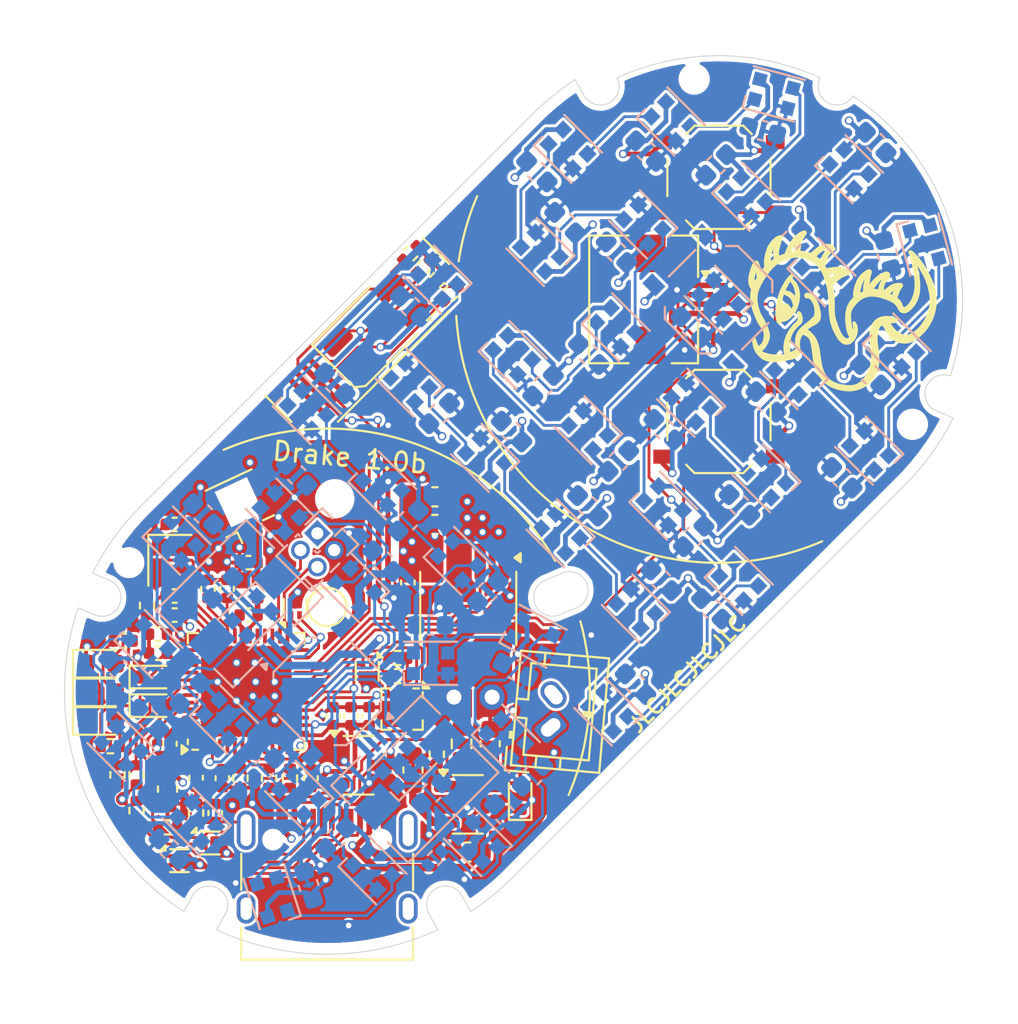
<source format=kicad_pcb>
(kicad_pcb (version 20221018) (generator pcbnew)
  (layers (0 "F.Cu" signal) (1 "In1.Cu" signal) (2 "In2.Cu" signal) (31 "B.Cu" signal) (34 "B.Paste" user) (35 "F.Paste" user) (36 "B.SilkS" user "B.Silkscreen") (37 "F.SilkS" user "F.Silkscreen") (38 "B.Mask" user) (39 "F.Mask" user) (44 "Edge.Cuts" user))
  (net 0 "")
  (net 1 "Net-(AE2-A)")
  (net 2 "GND")
  (net 3 "Net-(U1-XC2)")
  (net 4 "Net-(U1-XC1)")
  (net 5 "Net-(U1-ANT)")
  (net 6 "Net-(U1-DEC1)")
  (net 7 "Net-(U1-DEC2)")
  (net 8 "Net-(U1-DEC3)")
  (net 9 "Net-(U1-DEC4)")
  (net 10 "+3V3")
  (net 11 "Net-(J2-SHIELD)")
  (net 12 "+BATT")
  (net 13 "VDD")
  (net 14 "Net-(D12-DOUT)")
  (net 15 "Net-(D11-DIN)")
  (net 16 "VBUS")
  (net 17 "Net-(J1-Pin_2)")
  (net 18 "Net-(J1-Pin_4)")
  (net 21 "Net-(D8-DOUT)")
  (net 22 "Net-(D20-DOUT)")
  (net 23 "Net-(D13-DIN)")
  (net 24 "Net-(U3-PROG)")
  (net 25 "Net-(D10-DOUT)")
  (net 32 "Net-(J4-Pin_1)")
  (net 33 "/PS_CH_CTRL")
  (net 40 "/PS_USB_D-")
  (net 41 "/PS_USB_D+")
  (net 42 "Net-(D4-A)")
  (net 43 "Net-(D5-A)")
  (net 44 "Net-(D6-A)")
  (net 45 "/LED_GREEN")
  (net 46 "Net-(D3-K-Pad1)")
  (net 47 "/PS_USB_CC2")
  (net 48 "/LED_RED")
  (net 49 "/PS_USB_CC1")
  (net 50 "/LED_BLUE")
  (net 52 "Net-(C22-Pad1)")
  (net 53 "Net-(D10-DIN)")
  (net 54 "Net-(D11-DOUT)")
  (net 55 "Net-(D12-DIN)")
  (net 56 "Net-(D13-DOUT)")
  (net 57 "Net-(D14-DOUT)")
  (net 58 "Net-(D17-DIN)")
  (net 59 "Net-(D18-DOUT)")
  (net 60 "Net-(D19-DIN)")
  (net 61 "Net-(D20-DIN)")
  (net 62 "Net-(D22-DOUT)")
  (net 63 "Net-(D22-DIN)")
  (net 64 "Net-(D23-DOUT)")
  (net 65 "Net-(D24-DIN)")
  (net 66 "Net-(D27-DOUT)")
  (net 67 "Net-(D29-DIN)")
  (net 68 "Net-(D30-DOUT)")
  (net 69 "Net-(D31-DIN)")
  (net 70 "Net-(D33-DIN)")
  (net 71 "Net-(D34-DOUT)")
  (net 72 "Net-(D35-DIN)")
  (net 73 "Net-(D36-DOUT)")
  (net 74 "Net-(D37-DOUT)")
  (net 75 "Net-(D37-DIN)")
  (net 76 "Net-(D38-DIN)")
  (net 77 "Net-(D39-DOUT)")
  (net 78 "Net-(D40-DIN)")
  (net 79 "Net-(D40-DOUT)")
  (net 80 "Net-(D16-K-Pad2)")
  (net 81 "Net-(D41-DIN)")
  (net 82 "/I2C_SCL_OUT")
  (net 83 "Net-(D43-DOUT)")
  (net 84 "Net-(D43-DIN)")
  (net 85 "Net-(D44-DIN)")
  (net 86 "Net-(D47-DOUT)")
  (net 87 "Net-(D49-DIN)")
  (net 88 "Net-(D51-DOUT)")
  (net 89 "Net-(D46-DIN)")
  (net 90 "/I2C_SDA_OUT")
  (net 91 "/RL_START")
  (net 92 "Net-(D26-DOUT)")
  (net 93 "Net-(D32-DOUT)")
  (net 94 "/rear_light_leds/MID")
  (net 95 "/I2C_SDA_IN")
  (net 96 "/I2C_SCL_IN")
  (net 98 "/BUT_RIGHT")
  (net 99 "/MT_SEN_DRV")
  (net 100 "/MT_SEN_RET")
  (net 101 "/PS_V_BATT")
  (net 102 "Net-(U6-A)")
  (net 103 "/BUT_LEFT")
  (net 104 "/MT_DRV2")
  (net 105 "/MT_DRV1")
  (net 106 "/I2C_ACC_INT")
  (net 110 "Net-(C68-Pad1)")
  (footprint "Library:C_0402_1005Metric" (layer "F.Cu") (at 101.27 101.3208 90)
    (fp_text reference "C16" hide)
    (fp_text value "100n")
  )
  (footprint "Library:C_0402_1005Metric" (layer "F.Cu") (at 93.65 94.539 90)
    (fp_text reference "C6" hide)
    (fp_text value "100p")
  )
  (footprint "Library:LED_0603_1608Metric" (layer "F.Cu") (at 87.935 100.0508)
    (fp_text reference "D5" hide)
    (fp_text value "green")
  )
  (footprint "Library:R_0402_1005Metric" (layer "F.Cu") (at 95.3772 104.6228 -90)
    (fp_text reference "R10" hide)
    (fp_text value "1M")
  )
  (footprint "Library:ToolingHole" (layer "F.Cu") (at 100 95.5)
    (fp_text reference "REF**" hide)
    (fp_text value "MotorHole" hide)
  )
  (footprint "Library:SW_Push_1P1T_XKB_TS-1187A" (layer "F.Cu") (at 120.8788 85.6236)
    (fp_text reference "SW4" hide)
    (fp_text value "SW_Push")
  )
  (footprint "Library:C_0402_1005Metric" (layer "F.Cu") (at 104.3 94.2 -90)
    (fp_text reference "C20" hide)
    (fp_text value "100n")
  )
  (footprint "Library:Diodes_DFN1006-3" (layer "F.Cu") (at 92.126 109.017)
    (fp_text reference "D3" hide)
    (fp_text value "H5VU13U")
  )
  (footprint "Library:C_0603_1608Metric" (layer "F.Cu") (at 108.6868 102.794 90)
    (fp_text reference "C22" hide)
    (fp_text value "100n")
  )
  (footprint "Library:PinHeader_1x01_P2.00mm_Vertical" (layer "F.Cu") (at 108.7884 100.3048)
    (fp_text reference "J4" hide)
    (fp_text value "Conn_01x01")
  )
  (footprint "Library:LGA-12_2x2mm_P0.5mm" (layer "F.Cu") (at 103.9923 100.9443 -90)
    (fp_text reference "U4" hide)
    (fp_text value "LIS2DH12TR")
  )
  (footprint "Library:R_0402_1005Metric" (layer "F.Cu") (at 89.84 104.445001 -90)
    (fp_text reference "R5" hide)
    (fp_text value "5k1")
  )
  (footprint "Library:drake_logo_10mm" (layer "F.Cu") (at 126.9748 79.2228 45)
    (fp_text reference "G***" hide)
    (fp_text value "LOGO" hide)
  )
  (footprint "Library:FFC_SolderCon_4pin_3,5x0,3mm_Pitch0.5mm" (layer "F.Cu") (at 102.4892 91.11 -90)
    (fp_text reference "J9" hide)
    (fp_text value "Conn_01x04")
  )
  (footprint "Library:R_0402_1005Metric" (layer "F.Cu") (at 88.443 102.921 180)
    (fp_text reference "R15" hide)
    (fp_text value "1k5")
  )
  (footprint "Library:Diodes_DFN1006-3" (layer "F.Cu") (at 102.1336 98.9332 -90)
    (fp_text reference "D21" hide)
    (fp_text value "H5VU13U")
  )
  (footprint "Library:C_0402_1005Metric" (layer "F.Cu") (at 91.872001 94.92 180)
    (fp_text reference "C1" hide)
    (fp_text value "12p")
  )
  (footprint "Library:D_SOD-523" (layer "F.Cu") (at 90.729 99.238001)
    (fp_text reference "D2" hide)
    (fp_text value "H5VND5UB")
  )
  (footprint "Library:Crystal_SMD_2016-4Pin_2.0x1.6mm" (layer "F.Cu") (at 91.618 93.015 -90)
    (fp_text reference "Y1" hide)
    (fp_text value "Crystal_GND24")
  )
  (footprint "rt_connectors:FFC_SolderCon_4pin_3,5x0,3mm_Pitch0.5mm" (layer "F.Cu") (at 100.365716 84.662854 135)
    (fp_text reference "J10" hide)
    (fp_text value "Conn_01x04")
  )
  (footprint "Library:QFN-48-1EP_6x6mm_P0.4mm_EP4.6x4.6mm" (layer "F.Cu") (at 95.682 100 90)
    (fp_text reference "U1" hide)
    (fp_text value "nRF52832-QFxx")
  )
  (footprint "Package_SO:SOIC-8_3.9x4.9mm_P1.27mm" (layer "F.Cu") (at 107.5184 95.5804 -90)
    (fp_text reference "U5" hide)
    (fp_text value "BDR6125")
  )
  (footprint "Library:SOT-23-3" (layer "F.Cu") (at 101.6764 103.937)
    (fp_text reference "U2" hide)
    (fp_text value "XC6206P332MR-G")
  )
  (footprint "Library:R_0402_1005Metric" (layer "F.Cu") (at 91.490999 107.239)
    (fp_text reference "R7" hide)
    (fp_text value "5k1")
  )
  (footprint "Library:ToolingHole" (layer "F.Cu") (at 100.4064 89.7384)
    (fp_text reference "REF**" hide)
    (fp_text value "AntennaHole" hide)
  )
  (footprint "Library:LED_0603_1608Metric" (layer "F.Cu") (at 87.935 101.5748)
    (fp_text reference "D4" hide)
    (fp_text value "red")
  )
  (footprint "Library:Diodes_DFN1006-3" (layer "F.Cu") (at 98.298 95.5804 90)
    (fp_text reference "D54" hide)
    (fp_text value "H5VU13U")
  )
  (footprint "Library:PinHeader_1x01_P2.00mm_Vertical" (layer "F.Cu") (at 106.7564 100.3048)
    (fp_text reference "J7" hide)
    (fp_text value "Conn_01x01")
  )
  (footprint "Library:R_0402_1005Metric" (layer "F.Cu") (at 89.1288 97.3076 180)
    (fp_text reference "R16" hide)
    (fp_text value "470")
  )
  (footprint "Library:C_0402_1005Metric" (layer "F.Cu") (at 94.0308 106.4768 90)
    (fp_text reference "C14" hide)
    (fp_text value "100n")
  )
  (footprint "Library:C_0603_1608Metric" (layer "F.Cu") (at 91.490999 105.207 -90)
    (fp_text reference "C10" hide)
    (fp_text value "10u")
  )
  (footprint "Library:C_0402_1005Metric" (layer "F.Cu") (at 94.666 94.538999 90)
    (fp_text reference "C5" hide)
    (fp_text value "dnp")
  )
  (footprint "Library:SOT-23-5" (layer "F.Cu") (at 107.493001 106.018)
    (fp_text reference "U3" hide)
    (fp_text value "TP4054")
  )
  (footprint "Library:D_SOD-523" (layer "F.Cu") (at 90.729 100.761999)
    (fp_text reference "D1" hide)
    (fp_text value "H5VND5UB")
  )
  (footprint "Resistor_SMD:R_0402_1005Metric" (layer "F.Cu") (at 106.568135 78.801465 -135)
    (fp_text reference "R14" hide)
    (fp_text value "1k5")
  )
  (footprint "Library:ToolingHole" (layer "F.Cu") (at 89.4336 93.142)
    (fp_text reference "REF**" hide)
    (fp_text value "ToolingHole")
  )
  (footprint "Resistor_SMD:R_0402_1005Metric" (layer "F.Cu") (at 105.856934 78.090265 45)
    (fp_text reference "R18" hide)
    (fp_text value "1k5")
  )
  (footprint "Library:C_0402_1005Metric" (layer "F.Cu") (at 91.872 91.11)
    (fp_text reference "C2" hide)
    (fp_text value "12p")
  )
  (footprint "Library:C_0402_1005Metric" (layer "F.Cu") (at 93.0148 104.5972 -90)
    (fp_text reference "C4" hide)
    (fp_text value "100n")
  )
  (footprint "Library:D_SOD-523" (layer "F.Cu") (at 110.287 105.588 90)
    (fp_text reference "D15" hide)
    (fp_text value "H5VND5UB")
  )
  (footprint "Library:R_0402_1005Metric" (layer "F.Cu") (at 89.84 106.35 90)
    (fp_text reference "R1" hide)
    (fp_text value "22")
  )
  (footprint "Library:Everlight_ITR1201SR10AR" (layer "F.Cu") (at 102.640054 80.620749 135)
    (fp_text reference "U6" hide)
    (fp_text value "ITR8307-S18-TR8")
  )
  (footprint "Library:R_0603_1608Metric" (layer "F.Cu") (at 107.1628 102.794 90)
    (fp_text reference "R6" hide)
    (fp_text value "2r2")
  )
  (footprint "Library:U.FL_Hirose_U.FL-R-SMT-1_Vertical" (layer "F.Cu") (at 95.52498 90.403288 115)
    (fp_text reference "AE2" hide)
    (fp_text value "GT-RF1125A-01G")
  )
  (footprint "Library:L_0402_1005Metric" (layer "F.Cu") (at 96.2916 94.539 -90)
    (fp_text reference "L1" hide)
    (fp_text value "3n9")
  )
  (footprint "Library:R_0402_1005Metric" (layer "F.Cu") (at 88.824 104.445 90)
    (fp_text reference "R2" hide)
    (fp_text value "22")
  )
  (footprint "Library:R_0402_1005Metric" (layer "F.Cu") (at 103.7592 98.222)
    (fp_text reference "R11" hide)
    (fp_text value "3k3")
  )
  (footprint "Library:ToolingHole" (layer "F.Cu") (at 119.558 67.3864)
    (fp_text reference "REF**" hide)
    (fp_text value "ToolingHole")
  )
  (footprint "Library:R_0402_1005Metric" (layer "F.Cu") (at 105.842 103.351 -90)
    (fp_text reference "R9" hide)
    (fp_text value "5k1")
  )
  (footprint "Library:C_0402_1005Metric" (layer "F.Cu") (at 90.9828 96.952 180)
    (fp_text reference "C70" hide)
    (fp_text value "12p")
  )
  (footprint "Library:R_0402_1005Metric" (layer "F.Cu") (at 90.3988 95.428 -90)
    (fp_text reference "R17" hide)
    (fp_text value "220")
  )
  (footprint "Library:C_0402_1005Metric" (layer "F.Cu") (at 91.872 95.936 180)
    (fp_text reference "C9" hide)
    (fp_text value "100n")
  )
  (footprint "Library:C_0603_1608Metric" (layer "F.Cu") (at 105.7404 91.11)
    (fp_text reference "C13" hide)
    (fp_text value "10u")
  )
  (footprint "Library:R_0402_1005Metric" (layer "F.Cu") (at 103.7592 99.1872)
    (fp_text reference "R12" hide)
    (fp_text value "3k3")
  )
  (footprint "Library:C_0402_1005Metric" (layer "F.Cu") (at 95.809 95.936001 180)
    (fp_text reference "C3" hide)
    (fp_text value "0p8")
  )
  (footprint "Library:C_0402_1005Metric" (layer "F.Cu") (at 102.2352 101.3208 90)
    (fp_text reference "C19" hide)
    (fp_text value "1u")
  )
  (footprint "Library:LED_0603_1608Metric" (layer "F.Cu") (at 87.935 98.5268)
    (fp_text reference "D6" hide)
    (fp_text value "blue")
  )
  (footprint "Library:C_0603_1608Metric" (layer "F.Cu") (at 107.493 108.558 180)
    (fp_text reference "C15" hide)
    (fp_text value "10u")
  )
  (footprint "Library:C_0402_1005Metric" (layer "F.Cu") (at 95.809 93.142 180)
    (fp_text reference "C11" hide)
    (fp_text value "dnp")
  )
  (footprint "Resistor_SMD:R_0402_1005Metric" (layer "F.Cu") (at 104.436105 76.669436 45)
    (fp_text reference "R13" hide)
    (fp_text value "82k")
  )
  (footprint "Library:R_0402_1005Metric" (layer "F.Cu") (at 93.015001 106.477 90)
    (fp_text reference "R8" hide)
    (fp_text value "1M")
  )
  (footprint "Library:SW_Push_1P1T_XKB_TS-1187A" (layer "F.Cu") (at 120.8788 72.6188 180)
    (fp_text reference "SW3" hide)
    (fp_text value "SW_Push")
  )
  (footprint "Library:C_0402_1005Metric" (layer "F.Cu") (at 91.618 102.794 -90)
    (fp_text reference "C7" hide)
    (fp_text value "1u")
  )
  (footprint "Capacitor_SMD:C_0402_1005Metric" (layer "F.Cu") (at 105.145735 77.379066 -135)
    (fp_text reference "C68" hide)
    (fp_text value "100n")
  )
  (footprint "Library:C_0603_1608Metric" (layer "F.Cu") (at 105.7404 89.6368)
    (fp_text reference "C18" hide)
    (fp_text value "10u")
  )
  (footprint "Library:Diodes_DFN1006-3" (layer "F.Cu") (at 93.777 108.077199)
    (fp_text reference "D16" hide)
    (fp_text value "H5VU13U")
  )
  (footprint "Library:USB_C_Receptacle_XKB_U262-16XN-4BVC11" (layer "F.Cu") (at 100 110.5)
    (fp_text reference "J2" hide)
    (fp_text value "USB_C_Receptacle_USB2.0_16P")
  )
  (footprint "Library:C_0402_1005Metric" (layer "F.Cu") (at 90.9828 97.968 180)
    (fp_text reference "C69" hide)
    (fp_text value "12p")
  )
  (footprint "Library:C_0402_1005Metric" (layer "F.Cu") (at 94.412 104.6228 -90)
    (fp_text reference "C66" hide)
    (fp_text value "100n")
  )
  (footprint "Library:ToolingHole" (layer "F.Cu") (at 131.1912 85.776)
    (fp_text reference "REF**" hide)
    (fp_text value "ToolingHole")
  )
  (footprint "Library:R_0402_1005Metric" (layer "F.Cu") (at 96.9012 104.6228 -90)
    (fp_text reference "R4" hide)
    (fp_text value "3k3")
  )
  (footprint "Library:C_0402_1005Metric" (layer "F.Cu") (at 100.3048 101.3208 90)
    (fp_text reference "C8" hide)
    (fp_text value "100n")
  )
  (footprint "Library:JST_PH_B2B-PH-K_1x02_P2.00mm_Vertical" (layer "F.Cu") (at 112.409653 101.085704 85)
    (fp_text reference "J3" hide)
    (fp_text value "Li-Ion")
  )
  (footprint "Library:C_0402_1005Metric" (layer "F.Cu") (at 99.1364 104.6228 90)
    (fp_text reference "C17" hide)
    (fp_text value "1u")
  )
  (footprint "Library:Jushuo_AFC01-S04FCC-00_1x04-1MP_P0.50_Horizontal" (layer "F.Cu") (at 116.8656 79.1212 -90)
    (fp_text reference "J8" hide)
    (fp_text value "Conn_01x04")
  )
  (footprint "Library:C_0603_1608Metric" (layer "F.Cu") (at 104.572 104.191 90)
    (fp_text reference "C12" hide)
    (fp_text value "10u")
  )
  (footprint "Library:R_0402_1005Metric" (layer "F.Cu") (at 98.0188 104.6228 90)
    (fp_text reference "R3" hide)
    (fp_text value "1M")
  )
  (footprint "Library:C_0603_1608Metric" (layer "B.Cu") (at 99.0092 110.3376 -72)
    (fp_text reference "C24" hide)
    (fp_text value "100n")
  )
  (footprint "Library:LED_WS2812B-2020_PLCC4_2.0x2.0mm" (layer "B.Cu") (at 102.938775 89.032341 -45)
    (fp_text reference "D20" hide)
    (fp_text value "WS2812B-2020")
  )
  (footprint "Library:C_0603_1608Metric" (layer "B.Cu") (at 127.432 88.6208 -45)
    (fp_text reference "C58" hide)
    (fp_text value "100n")
  )
  (footprint "Library:SW_Push_1P1T_XKB_TS-1187A" (layer "B.Cu") (at 100 100 45)
    (fp_text reference "SW1" hide)
    (fp_text value "SW_Push")
  )
  (footprint "Library:LED_WS2812B-2020_PLCC4_2.0x2.0mm" (layer "B.Cu") (at 120.859651 79.140349 135)
    (fp_text reference "D55" hide)
    (fp_text value "WS2812B-2020")
  )
  (footprint "Library:C_0603_1608Metric" (layer "B.Cu") (at 120.4976 95.6056 135)
    (fp_text reference "C50" hide)
    (fp_text value "100n")
  )
  (footprint "Library:LED_WS2812B-2020_PLCC4_2.0x2.0mm" (layer "B.Cu") (at 113.906434 86.093566 135)
    (fp_text reference "D32" hide)
    (fp_text value "WS2812B-2020")
  )
  (footprint "Library:LED_WS2812B-2020_PLCC4_2.0x2.0mm" (layer "B.Cu") (at 93.046783 106.953217 135)
    (fp_text reference "D30" hide)
    (fp_text value "WS2812B-2020")
  )
  (footprint "Library:LED_WS2812B-2020_PLCC4_2.0x2.0mm" (layer "B.Cu") (at 108.422605 87.562953 135)
    (fp_text reference "D27" hide)
    (fp_text value "WS2812B-2020")
  )
  (footprint "Library:LED_WS2812B-2020_PLCC4_2.0x2.0mm" (layer "B.Cu") (at 94.49048 101.49508 -45)
    (fp_text reference "D25" hide)
    (fp_text value "WS2812B-2020")
  )
  (footprint "Library:C_0603_1608Metric" (layer "B.Cu") (at 105.9688 85.1916 -135)
    (fp_text reference "C42" hide)
    (fp_text value "100n")
  )
  (footprint "Library:C_0603_1608Metric" (layer "B.Cu") (at 116.4336 99.6188 -45)
    (fp_text reference "C41" hide)
    (fp_text value "100n")
  )
  (footprint "Library:R_0402_1005Metric" (layer "B.Cu") (at 105.7404 108.89 45)
    (fp_text reference "JP1" hide)
    (fp_text value "Jumper_2_Bridged")
  )
  (footprint "Library:C_0603_1608Metric" (layer "B.Cu") (at 110.9472 104.4956 45)
    (fp_text reference "C36" hide)
    (fp_text value "100n")
  )
  (footprint "Library:LED_WS2812B-2020_PLCC4_2.0x2.0mm" (layer "B.Cu") (at 116.451488 95.591837 135)
    (fp_text reference "D47" hide)
    (fp_text value "WS2812B-2020")
  )
  (footprint "Library:C_0603_1608Metric" (layer "B.Cu") (at 111.176 72.314 135)
    (fp_text reference "C55" hide)
    (fp_text value "100n")
  )
  (footprint "Library:LED_WS2812B-2020_PLCC4_2.0x2.0mm" (layer "B.Cu") (at 110.967659 97.061225 -28)
    (fp_text reference "D41" hide)
    (fp_text value "WS2812B-2020")
  )
  (footprint "Library:C_0603_1608Metric" (layer "B.Cu") (at 119.4056 80.5944 -45)
    (fp_text reference "C67" hide)
    (fp_text value "100n")
  )
  (footprint "Library:C_0603_1608Metric" (layer "B.Cu") (at 129.8704 76.7336 105)
    (fp_text reference "C65" hide)
    (fp_text value "100n")
  )
  (footprint "Library:LED_WS2812B-2020_PLCC4_2.0x2.0mm" (layer "B.Cu") (at 111.36138 76.595294 135)
    (fp_text reference "D14" hide)
    (fp_text value "WS2812B-2020")
  )
  (footprint "Library:C_0603_1608Metric" (layer "B.Cu") (at 120.7264 71.9584 45)
    (fp_text reference "C60" hide)
    (fp_text value "100n")
  )
  (footprint "Library:LED_WS2812B-2020_PLCC4_2.0x2.0mm" (layer "B.Cu") (at 104.408163 83.548512 135)
    (fp_text reference "D13" hide)
    (fp_text value "WS2812B-2020")
  )
  (footprint "Library:LED_WS2812B-2020_PLCC4_2.0x2.0mm" (layer "B.Cu") (at 114.982101 101.075666 135)
    (fp_text reference "D51" hide)
    (fp_text value "WS2812B-2020")
  )
  (footprint "Library:LED_WS2812B-2020_PLCC4_2.0x2.0mm" (layer "B.Cu") (at 97.480637 90.476037 135)
    (fp_text reference "D12" hide)
    (fp_text value "WS2812B-2020")
  )
  (footprint "Library:LED_WS2812B-2020_PLCC4_2.0x2.0mm" (layer "B.Cu") (at 108.028884 108.028884 135)
    (fp_text reference "D50" hide)
    (fp_text value "WS2812B-2020")
  )
  (footprint "Library:LED_WS2812B-2020_PLCC4_2.0x2.0mm" (layer "B.Cu") (at 98.924334 85.017899 -45)
    (fp_text reference "D8" hide)
    (fp_text value "WS2812B-2020")
  )
  (footprint "Library:LED_WS2812B-2020_PLCC4_2.0x2.0mm" (layer "B.Cu") (at 101.49508 94.49048 135)
    (fp_text reference "D26" hide)
    (fp_text value "WS2812B-2020")
  )
  (footprint "Library:C_0603_1608Metric" (layer "B.Cu") (at 113.9444 82.042 135)
    (fp_text reference "C52" hide)
    (fp_text value "100n")
  )
  (footprint "Library:C_0603_1608Metric" (layer "B.Cu") (at 115.4176 76.6064 -45)
    (fp_text reference "C56" hide)
    (fp_text value "100n")
  )
  (footprint "Library:LED_WS2812B-2020_PLCC4_2.0x2.0mm" (layer "B.Cu") (at 130.357923 81.685403 -45)
    (fp_text reference "D49" hide)
    (fp_text value "WS2812B-2020")
  )
  (footprint "Library:LED_WS2812B-2020_PLCC4_2.0x2.0mm" (layer "B.Cu") (at 109.523963 102.519363 -45)
    (fp_text reference "D46" hide)
    (fp_text value "WS2812B-2020")
  )
  (footprint "Library:LED_WS2812B-2020_PLCC4_2.0x2.0mm" (layer "B.Cu") (at 124.874093 83.15479 135)
    (fp_text reference "D43" hide)
    (fp_text value "WS2812B-2020")
  )
  (footprint "Library:C_0603_1608Metric" (layer "B.Cu") (at 111.506 83.7184 45)
    (fp_text reference "C47" hide)
    (fp_text value "100n")
  )
  (footprint "Library:LED_WS2812B-2020_PLCC4_2.0x2.0mm" (layer "B.Cu") (at 104.014442 104.014442 45)
    (fp_text reference "D40" hide)
    (fp_text value "WS2812B-2020")
  )
  (footprint "Library:C_0603_1608Metric" (layer "B.Cu") (at 88.9 98.806 135)
    (fp_text reference "C25" hide)
    (fp_text value "100n")
  )
  (footprint "Library:LED_WS2812B-2020_PLCC4_2.0x2.0mm" (layer "B.Cu") (at 115.375822 80.609736 -45)
    (fp_text reference "D28" hide)
    (fp_text value "WS2812B-2020")
  )
  (footprint "Library:C_0603_1608Metric" (layer "B.Cu") (at 113.8936 90.1192 -45)
    (fp_text reference "C44" hide)
    (fp_text value "100n")
  )
  (footprint "Library:LED_WS2812B-2020_PLCC4_2.0x2.0mm" (layer "B.Cu") (at 119.390264 84.624178 135)
    (fp_text reference "D37" hide)
    (fp_text value "WS2812B-2020")
  )
  (footprint "Library:LED_WS2812B-2020_PLCC4_2.0x2.0mm" (layer "B.Cu") (at 118.314597 69.642077 -45)
    (fp_text reference "D17" hide)
    (fp_text value "WS2812B-2020")
  )
  (footprint "Library:C_0603_1608Metric" (layer "B.Cu") (at 104.318 90.9068 45)
    (fp_text reference "C38" hide)
    (fp_text value "100n")
  )
  (footprint "Library:C_0603_1608Metric" (layer "B.Cu") (at 102.9716 93.0656 -45)
    (fp_text reference "C34" hide)
    (fp_text value "100n")
  )
  (footprint "Library:LED_WS2812B-2020_PLCC4_2.0x2.0mm" (layer "B.Cu") (at 105.877551 78.064682 135)
    (fp_text reference "D9" hide)
    (fp_text value "WS2812B-2020")
  )
  (footprint "Library:LED_WS2812B-2020_PLCC4_2.0x2.0mm" (layer "B.Cu") (at 126.343481 77.670961 -45)
    (fp_text reference "D38" hide)
    (fp_text value "WS2812B-2020")
  )
  (footprint "Library:C_0603_1608Metric" (layer "B.Cu") (at 104.4448 79.502 -45)
    (fp_text reference "C46" hide)
    (fp_text value "100n")
  )
  (footprint "Library:C_0603_1608Metric" (layer "B.Cu") (at 109.8296 86.1568 -45)
    (fp_text reference "C43" hide)
    (fp_text value "100n")
  )
  (footprint "Library:C_0603_1608Metric" (layer "B.Cu") (at 105.5116 96.4692 180)
    (fp_text reference "C35" hide)
    (fp_text value "100n")
  )
  (footprint "Library:LED_WS2812B-2020_PLCC4_2.0x2.0mm" (layer "B.Cu") (at 123.404706 88.63862 135)
    (fp_text reference "D48" hide)
    (fp_text value "WS2812B-2020")
  )
  (footprint "Library:LED_WS2812B-2020_PLCC4_2.0x2.0mm" (layer "B.Cu") (at 123.798427 68.17269 -15)
    (fp_text reference "D24" hide)
    (fp_text value "WS2812B-2020")
  )
  (footprint "Library:C_0603_1608Metric" (layer "B.Cu") (at 123.2156 70.1296 165)
    (fp_text reference "C63" hide)
    (fp_text value "100n")
  )
  (footprint "Library:LED_WS2812B-2020_PLCC4_2.0x2.0mm" (layer "B.Cu") (at 117.920876 90.108007 -45)
    (fp_text reference "D42" hide)
    (fp_text value "WS2812B-2020")
  )
  (footprint "Library:LED_WS2812B-2020_PLCC4_2.0x2.0mm" (layer "B.Cu") (at 106.953217 93.046783 -45)
    (fp_text reference "D31" hide)
    (fp_text value "WS2812B-2020")
  )
  (footprint "Library:C_0603_1608Metric" (layer "B.Cu") (at 100.4064 83.5916 135)
    (fp_text reference "C37" hide)
    (fp_text value "100n")
  )
  (footprint "Library:C_0603_1608Metric" (layer "B.Cu") (at 123.3932 84.582 -45)
    (fp_text reference "C57" hide)
    (fp_text value "100n")
  )
  (footprint "Library:LED_WS2812B-2020_PLCC4_2.0x2.0mm" (layer "B.Cu") (at 131.82731 76.201573 -75)
    (fp_text reference "D44" hide)
    (fp_text value "WS2812B-2020")
  )
  (footprint "Library:LED_WS2812B-2020_PLCC4_2.0x2.0mm" (layer "B.Cu") (at 121.935318 94.122449 -45)
    (fp_text reference "D52" hide)
    (fp_text value "WS2812B-2020")
  )
  (footprint "Library:LED_WS2812B-2020_PLCC4_2.0x2.0mm" (layer "B.Cu") (at 98.50492 105.50952 135)
    (fp_text reference "D34" hide)
    (fp_text value "WS2812B-2020")
  )
  (footprint "Library:C_0603_1608Metric" (layer "B.Cu") (at 128.956 83.1344 135)
    (fp_text reference "C62" hide)
    (fp_text value "100n")
  )
  (footprint "Library:C_0603_1608Metric" (layer "B.Cu") (at 116.9924 71.2216 135)
    (fp_text reference "C59" hide)
    (fp_text value "100n")
  )
  (footprint "Library:C_0603_1608Metric" (layer "B.Cu") (at 100.467992 107.812408 45)
    (fp_text reference "C28" hide)
    (fp_text value "100n")
  )
  (footprint "Library:C_0603_1608Metric" (layer "B.Cu") (at 98.3744 88.4684 -45)
    (fp_text reference "C33" hide)
    (fp_text value "100n")
  )
  (footprint "Library:LED_WS2812B-2020_PLCC4_2.0x2.0mm" (layer "B.Cu") (at 109.891993 82.079124 -45)
    (fp_text reference "D22" hide)
    (fp_text value "WS2812B-2020")
  )
  (footprint "Library:LED_WS2812B-2020_PLCC4_2.0x2.0mm" (layer "B.Cu") (at 127.812869 72.187131 -45)
    (fp_text reference "D33" hide)
    (fp_text value "WS2812B-2020")
  )
  (footprint "Library:LED_WS2812B-2020_PLCC4_2.0x2.0mm" (layer "B.Cu") (at 122.329039 73.656519 -45)
    (fp_text reference "D29" hide)
    (fp_text value "WS2812B-2020")
  )
  (footprint "Library:LED_WS2812B-2020_PLCC4_2.0x2.0mm" (layer "B.Cu") (at 112.830768 71.111465 -45)
    (fp_text reference "D10" hide)
    (fp_text value "WS2812B-2020")
  )
  (footprint "Library:SW_Push_1P1T_XKB_TS-1187A" (layer "B.Cu") (at 120.859651 79.140349 135)
    (fp_text reference "SW2" hide)
    (fp_text value "SW_Push")
  )
  (footprint "Library:C_0603_1608Metric" (layer "B.Cu") (at 110.0328 98.8568 152)
    (fp_text reference "C40" hide)
    (fp_text value "100n")
  )
  (footprint "Library:C_0603_1608Metric" (layer "B.Cu") (at 92.6848 100.1016 45)
    (fp_text reference "C26" hide)
    (fp_text value "100n")
  )
  (footprint "Library:LED_WS2812B-2020_PLCC4_2.0x2.0mm" (layer "B.Cu") (at 128.888535 87.169232 135)
    (fp_text reference "D53" hide)
    (fp_text value "WS2812B-2020")
  )
  (footprint "Library:C_0603_1608Metric" (layer "B.Cu") (at 121.9708 90.0684 -45)
    (fp_text reference "C54" hide)
    (fp_text value "100n")
  )
  (footprint "Library:LED_WS2812B-2020_PLCC4_2.0x2.0mm" (layer "B.Cu") (at 95.985558 95.985558 -135)
    (fp_text reference "D19" hide)
    (fp_text value "WS2812B-2020")
  )
  (footprint "Library:C_0603_1608Metric" (layer "B.Cu") (at 94.4372 94.488 45)
    (fp_text reference "C30" hide)
    (fp_text value "100n")
  )
  (footprint "Library:LED_WS2812B-2020_PLCC4_2.0x2.0mm" (layer "B.Cu") (at 89.032341 102.938775 135)
    (fp_text reference "D18" hide)
    (fp_text value "WS2812B-2020")
  )
  (footprint "Library:LED_WS2812B-2020_PLCC4_2.0x2.0mm" (layer "B.Cu") (at 90.476037 97.480637 -45)
    (fp_text reference "D11" hide)
    (fp_text value "WS2812B-2020")
  )
  (footprint "Library:C_0603_1608Metric" (layer "B.Cu") (at 90.4748 101.4984 -45)
    (fp_text reference "C21" hide)
    (fp_text value "100n")
  )
  (footprint "Library:C_0603_1608Metric" (layer "B.Cu") (at 115.5192 87.7316 -135)
    (fp_text reference "C48" hide)
    (fp_text value "100n")
  )
  (footprint "Library:Jushuo_AFC01-S04FCC-00_1x04-1MP_P0.50_Horizontal" (layer "B.Cu") (at 104.669733 104.669733 -135)
    (fp_text reference "J5" hide)
    (fp_text value "Conn_01x04")
  )
  (footprint "Library:C_0603_1608Metric" (layer "B.Cu") (at 109.474 106.5784 -45)
    (fp_text reference "C32" hide)
    (fp_text value "100n")
  )
  (footprint "Library:C_0603_1608Metric" (layer "B.Cu") (at 117.9576 86.0552 -45)
    (fp_text reference "C53" hide)
    (fp_text value "100n")
  )
  (footprint "Library:C_0603_1608Metric" (layer "B.Cu") (at 119.5324 91.7448 45)
    (fp_text reference "C49" hide)
    (fp_text value "100n")
  )
  (footprint "Library:Jushuo_AFC01-S04FCC-00_1x04-1MP_P0.50_Horizontal" (layer "B.Cu") (at 95.330267 95.330267 45)
    (fp_text reference "J6" hide)
    (fp_text value "Conn_01x04")
  )
  (footprint "Library:C_0603_1608Metric" (layer "B.Cu") (at 96.6472 104.1148 -135)
    (fp_text reference "C27" hide)
    (fp_text value "100n")
  )
  (footprint "Library:C_0603_1608Metric" (layer "B.Cu") (at 124.7396 75.9716 45)
    (fp_text reference "C61" hide)
    (fp_text value "100n")
  )
  (footprint "Library:C_0603_1608Metric" (layer "B.Cu") (at 108.5596 94.6912 45)
    (fp_text reference "C39" hide)
    (fp_text value "100n")
  )
  (footprint "Library:LED_WS2812B-2020_PLCC4_2.0x2.0mm" (layer "B.Cu") (at 102.413 109.525 -45)
    (fp_text reference "D45" hide)
    (fp_text value "WS2812B-2020")
  )
  (footprint "Library:PinHeader_2x02_P1.27mm_Vertical" (layer "B.Cu") (at 99.474323 91.580039 -135)
    (fp_text reference "J1" hide)
    (fp_text value "Conn_02x02_Odd_Even")
  )
  (footprint "Library:C_0603_1608Metric" (layer "B.Cu") (at 91.5924 108.4072 -45)
    (fp_text reference "C23" hide)
    (fp_text value "100n")
  )
  (footprint "Library:C_0603_1608Metric" (layer "B.Cu") (at 93.396 90.5512 135)
    (fp_text reference "C29" hide)
    (fp_text value "100n")
  )
  (footprint "Library:LED_WS2812B-2020_PLCC4_2.0x2.0mm" (layer "B.Cu") (at 116.84521 75.125907 135)
    (fp_text reference "D23" hide)
    (fp_text value "WS2812B-2020")
  )
  (footprint "Library:C_0603_1608Metric" (layer "B.Cu") (at 117.8052 94.0816 -45)
    (fp_text reference "C45" hide)
    (fp_text value "100n")
  )
  (footprint "Library:C_0603_1608Metric" (layer "B.Cu") (at 129.2352 70.7644 135)
    (fp_text reference "C64" hide)
    (fp_text value "100n")
  )
  (footprint "Library:LED_WS2812B-2020_PLCC4_2.0x2.0mm" (layer "B.Cu") (at 105.50952 98.50492)
    (fp_text reference "D35" hide)
    (fp_text value "WS2812B-2020")
  )
  (footprint "Library:C_0603_1608Metric" (layer "B.Cu") (at 105.5624 105.41 -135)
    (fp_text reference "C31" hide)
    (fp_text value "100n")
  )
  (footprint "Library:C_0603_1608Metric" (layer "B.Cu") (at 112.6744 75.0316 -45)
    (fp_text reference "C51" hide)
    (fp_text value "100n")
  )
  (footprint "Library:LED_WS2812B-2020_PLCC4_2.0x2.0mm" (layer "B.Cu") (at 91.971116 91.971116 -45)
    (fp_text reference "D7" hide)
    (fp_text value "WS2812B-2020")
  )
  (footprint "Library:LED_WS2812B-2020_PLCC4_2.0x2.0mm" (layer "B.Cu") (at 97.061225 110.967659 108)
    (fp_text reference "D39" hide)
    (fp_text value "WS2812B-2020")
  )
  (footprint "Library:LED_WS2812B-2020_PLCC4_2.0x2.0mm" (layer "B.Cu") (at 112.437047 91.577395 135)
    (fp_text reference "D36" hide)
    (fp_text value "WS2812B-2020")
  )
  (gr_arc (start 126.377686 92.006666) (mid 113.503705 91.078259) (end 106.88 80) (stroke (width 0.12)) (layer "F.SilkS"))
  (gr_arc (start 107.01 77.09) (mid 107.387726 75.32379) (end 107.992757 73.621994) (stroke (width 0.12)) (layer "F.SilkS"))
  (gr_line (start 106.498311 77.238233) (end 105.084098 75.824019) (stroke (width 0.12)) (layer "F.SilkS"))
  (gr_arc (start 94.481669 87.133453) (mid 104.442671 86.723604) (end 112.150841 93.046075) (stroke (width 0.12)) (layer "F.SilkS"))
  (gr_line (start 96.683669 84.224448) (end 98.097883 85.638661) (stroke (width 0.12)) (layer "F.SilkS"))
  (gr_arc (start 113.493617 96.268741) (mid 113.96795 100.946777) (end 112.866682 105.518016) (stroke (width 0.12)) (layer "F.SilkS"))
  (gr_circle (center 100 95.5) (end 101.025 95.5) (stroke (width 0.12)) (fill none) (layer "F.SilkS"))
  (gr_line (start 100.572756 85.638661) (end 106.498311 79.713106) (stroke (width 0.12)) (layer "F.SilkS"))
  (gr_arc (start 128.01726 68.28814) (mid 133.137035 74.866966) (end 133.208229 83.202911) (stroke (width 0.05)) (layer "Edge.Cuts"))
  (gr_arc (start 87.494558 93.706042) (mid 88.653331 91.799202) (end 90.100332 90.100678) (stroke (width 0.05)) (layer "Edge.Cuts"))
  (gr_line (start 113.6823 68.2549) (end 113.2148 67.4115) (stroke (width 0.05)) (layer "Edge.Cuts"))
  (gr_line (start 87.6154 95.92308) (end 86.7253 95.55222) (stroke (width 0.05)) (layer "Edge.Cuts"))
  (gr_line (start 112.3846 95.92308) (end 113.2817 95.5493) (stroke (width 0.05)) (layer "Edge.Cuts"))
  (gr_arc (start 105.42791 111.85491) (mid 105.817703 110.495503) (end 107.17715 110.88529) (stroke (width 0.05)) (layer "Edge.Cuts"))
  (gr_arc (start 133.364853 85.434037) (mid 132.206048 87.340928) (end 130.758999 89.039491) (stroke (width 0.05)) (layer "Edge.Cuts"))
  (gr_arc (start 128.017326 68.28819) (mid 126.677189 68.644719) (end 126.269383 67.319285) (stroke (width 0.05)) (layer "Edge.Cuts"))
  (gr_arc (start 88.384616 94.076923) (mid 88.923077 95.384617) (end 87.615382 95.923076) (stroke (width 0.05)) (layer "Edge.Cuts"))
  (gr_arc (start 92.82285 110.88529) (mid 94.182323 110.495457) (end 94.57209 111.85491) (stroke (width 0.05)) (layer "Edge.Cuts"))
  (gr_line (start 111.6154 94.07692) (end 112.5124 93.70315) (stroke (width 0.05)) (layer "Edge.Cuts"))
  (gr_arc (start 109.899599 109.899391) (mid 108.819655 110.872613) (end 107.644609 111.728596) (stroke (width 0.05)) (layer "Edge.Cuts"))
  (gr_arc (start 115.449519 67.319288) (mid 115.024797 68.653883) (end 113.68228 68.25491) (stroke (width 0.05)) (layer "Edge.Cuts"))
  (gr_line (start 88.3846 94.07692) (end 87.4945 93.70606) (stroke (width 0.05)) (layer "Edge.Cuts"))
  (gr_arc (start 110.95956 69.240951) (mid 112.039609 68.26759) (end 113.214791 67.411504) (stroke (width 0.05)) (layer "Edge.Cuts"))
  (gr_line (start 130.759 89.0395) (end 109.8996 109.89939) (stroke (width 0.05)) (layer "Edge.Cuts"))
  (gr_line (start 107.17714 110.8852) (end 107.64462 111.7286) (stroke (width 0.05)) (layer "Edge.Cuts"))
  (gr_arc (start 105.895388 112.698205) (mid 100 114) (end 94.104612 112.698205) (stroke (width 0.05)) (layer "Edge.Cuts"))
  (gr_arc (start 112.512482 93.703154) (mid 113.820151 94.241594) (end 113.281716 95.549307) (stroke (width 0.05)) (layer "Edge.Cuts"))
  (gr_line (start 94.57209 111.8549) (end 94.10462 112.6982) (stroke (width 0.05)) (layer "Edge.Cuts"))
  (gr_arc (start 115.4494 67.319275) (mid 120.859343 66.1401) (end 126.269297 67.319228) (stroke (width 0.05)) (layer "Edge.Cuts"))
  (gr_line (start 110.9595 69.241) (end 90.1004 90.10061) (stroke (width 0.05)) (layer "Edge.Cuts"))
  (gr_arc (start 112.384616 95.923077) (mid 111.076923 95.384617) (end 111.615382 94.076924) (stroke (width 0.05)) (layer "Edge.Cuts"))
  (gr_line (start 92.82286 110.8852) (end 92.35538 111.7286) (stroke (width 0.05)) (layer "Edge.Cuts"))
  (gr_line (start 105.42791 111.8549) (end 105.89538 112.6982) (stroke (width 0.05)) (layer "Edge.Cuts"))
  (gr_line (start 132.4748 85.0632) (end 133.3649 85.4341) (stroke (width 0.05)) (layer "Edge.Cuts"))
  (gr_arc (start 132.474782 85.063176) (mid 131.929096 83.77331) (end 133.208227 83.202913) (stroke (width 0.05)) (layer "Edge.Cuts"))
  (gr_arc (start 92.355391 111.728596) (mid 86.777927 104.601825) (end 86.725331 95.552174) (stroke (width 0.05)) (layer "Edge.Cuts"))
  (gr_arc (start 113.846153 94.230768) (mid 113.846153 94.230768) (end 113.846153 94.230768) (stroke (width 0.05)) (layer "Edge.Cuts"))
  (gr_text "Drake 1.0b" (at 96.952 87.7572 355) (layer "F.SilkS") (effects (font (size 1 1) (thickness 0.1524)) (justify left bottom)))
  (gr_text "JLCJLCJLCJLC" (at 116.5608 102.3876 45) (layer "F.SilkS") (effects (font (size 0.8 0.8) (thickness 0.15) bold) (justify left bottom)))
  (segment (start 96.289 91.675182) (end 95.968729 91.354911) (width 0.295402) (layer "F.Cu") (net 1))
  (segment (start 96.2916 93.1446) (end 96.289 93.142) (width 0.295402) (layer "F.Cu") (net 1))
  (segment (start 96.2916 94.054) (end 96.2916 93.1446) (width 0.295402) (layer "F.Cu") (net 1))
  (segment (start 96.289 93.142) (end 96.289 91.675182) (width 0.295402) (layer "F.Cu") (net 1))
  (segment (start 90.034928 95.428) (end 90.72675 95.428) (width 0.1524) (layer "F.Cu") (net 2))
  (segment (start 92.732 101) (end 94.682 101) (width 0.1524) (layer "F.Cu") (net 2))
  (segment (start 90.72675 95.428) (end 90.9474 95.20735) (width 0.1524) (layer "F.Cu") (net 2))
  (segment (start 93.987432 90.596154) (end 93.987432 89.872632) (width 0.1524) (layer "F.Cu") (net 2))
  (segment (start 93.65 93.142) (end 93.7008 93.0912) (width 0.1524) (layer "F.Cu") (net 2))
  (segment (start 89.84 104.955001) (end 89.1288 105.666201) (width 0.1524) (layer "F.Cu") (net 2))
  (segment (start 96.19 100) (end 96.19 99.492) (width 0.1524) (layer "F.Cu") (net 2))
  (segment (start 90.5028 96.952) (end 89.8248 96.274) (width 0.1524) (layer "F.Cu") (net 2))
  (segment (start 105.7672 108.558) (end 105.7656 108.5596) (width 0.4064) (layer "F.Cu") (net 2))
  (segment (start 94.127 108.077199) (end 94.127 108.097) (width 0.1524) (layer "F.Cu") (net 2))
  (segment (start 96.964486 91.697153) (end 96.964486 92.519914) (width 0.254) (layer "F.Cu") (net 2))
  (segment (start 120.574 81.8136) (end 120.574 80.5296) (width 0.254) (layer "F.Cu") (net 2))
  (segment (start 95.0468 105.9688) (end 94.9452 106.0704) (width 0.254) (layer "F.Cu") (net 2))
  (segment (start 93.987432 90.596154) (end 93.987432 92.158632) (width 0.1524) (layer "F.Cu") (net 2))
  (segment (start 93.65 94.059) (end 93.65 93.142) (width 0.1524) (layer "F.Cu") (net 2))
  (segment (start 102.1336 99.2832) (end 102.1336 99.7968) (width 0.1524) (layer "F.Cu") (net 2))
  (segment (start 95.329 96.4466) (end 95.482 96.5996) (width 0.2032) (layer "F.Cu") (net 2))
  (segment (start 93.987432 89.872632) (end 93.2436 89.1288) (width 0.1524) (layer "F.Cu") (net 2))
  (segment (start 121.8828 79.8712) (end 122.1996 80.188) (width 0.254) (layer "F.Cu") (net 2))
  (segment (start 90.5028 97.968) (end 90.094 97.968) (width 0.1524) (layer "F.Cu") (net 2))
  (segment (start 106.718 108.558) (end 105.7672 108.558) (width 0.4064) (layer "F.Cu") (net 2))
  (segment (start 103.35 106.3472) (end 102.6668 105.664) (width 0.4064) (layer "F.Cu") (net 2))
  (segment (start 117.8788 87.856) (end 118.3896 88.3668) (width 0.254) (layer "F.Cu") (net 2))
  (segment (start 90.9474 95.1232) (end 91.1506 94.92) (width 0.1524) (layer "F.Cu") (net 2))
  (segment (start 93.987432 92.158632) (end 94.2088 92.38) (width 0.1524) (layer "F.Cu") (net 2))
  (segment (start 95.117 100.775) (end 96.19 100) (width 0.1524) (layer "F.Cu") (net 2))
  (segment (start 96.95 106.83) (end 96.929457 106.83) (width 0.1524) (layer "F.Cu") (net 2))
  (segment (start 100.640499 102.987) (end 100.9042 102.987) (width 0.4064) (layer "F.Cu") (net 2))
  (segment (start 122.7584 71.1964) (end 123.4262 71.1964) (width 0.254) (layer "F.Cu") (net 2))
  (segment (start 105.693002 106.018) (end 105.413601 105.738599) (width 0.254) (layer "F.Cu") (net 2))
  (segment (start 87.1475 97.6633) (end 87.1984 97.6124) (width 0.3048) (layer "F.Cu") (net 2))
  (segment (start 95.329 95.936001) (end 95.329 96.4466) (width 0.2032) (layer "F.Cu") (net 2))
  (segment (start 91.392 95.936) (end 92.214678 96.758678) (width 0.2032) (layer "F.Cu") (net 2))
  (segment (start 100.9144 103.7084) (end 100.9144 103.3625) (width 0.254) (layer "F.Cu") (net 2))
  (segment (start 102.838092 81.654492) (end 101.65696 81.654492) (width 0.1524) (layer "F.Cu") (net 2))
  (segment (start 94.127 108.097) (end 94.6404 108.6104) (width 0.1524) (layer "F.Cu") (net 2))
  (segment (start 96.19 99.492) (end 96.116999 99.775) (width 0.1524) (layer "F.Cu") (net 2))
  (segment (start 101.19041 80.7976) (end 100.589444 81.398566) (width 0.1524) (layer "F.Cu") (net 2))
  (segment (start 100.9144 103.3625) (end 100.5389 102.987) (width 0.254) (layer "F.Cu") (net 2))
  (segment (start 89.1288 105.666201) (end 89.1288 105.7912) (width 0.1524) (layer "F.Cu") (net 2))
  (segment (start 119.9156 79.8712) (end 121.8828 79.8712) (width 0.254) (layer "F.Cu") (net 2))
  (segment (start 89.8248 96.274) (end 89.8248 95.638128) (width 0.1524) (layer "F.Cu") (net 2))
  (segment (start 102.1336 99.7968) (end 102.0828 99.8476) (width 0.1524) (layer "F.Cu") (net 2))
  (segment (start 104.806324 78.076204) (end 102.084928 80.7976) (width 0.1524) (layer "F.Cu") (net 2))
  (segment (start 94.682 101) (end 95.174 100.508) (width 0.1524) (layer "F.Cu") (net 2))
  (segment (start 106.355501 106.018) (end 105.693002 106.018) (width 0.254) (layer "F.Cu") (net 2))
  (segment (start 96.66104 89.34943) (end 97.93463 89.34943) (width 0.1524) (layer "F.Cu") (net 2))
  (segment (start 103.35 106.78) (end 103.35 106.3472) (width 0.4064) (layer "F.Cu") (net 2))
  (segment (start 123.8788 86.5856) (end 124.6124 85.852) (width 0.254) (layer "F.Cu") (net 2))
  (segment (start 103.35 106.83) (end 103.35 106.478) (width 0.1524) (layer "F.Cu") (net 2))
  (segment (start 95.174 100.508) (end 95.682 100) (width 0.1524) (layer "F.Cu") (net 2))
  (segment (start 94.127 108.128) (end 94.127 108.169951) (width 0.1524) (layer "F.Cu") (net 2))
  (segment (start 102.2352 105.2324) (end 102.2352 104.8768) (width 0.4064) (layer "F.Cu") (net 2))
  (segment (start 120.574 80.5296) (end 119.9156 79.8712) (width 0.254) (layer "F.Cu") (net 2))
  (segment (start 92.214678 96.758678) (end 92.214678 96.963486) (width 0.2032) (layer "F.Cu") (net 2))
  (segment (start 95.329 93.142) (end 95.329 92.3318) (width 0.1524) (layer "F.Cu") (net 2))
  (segment (start 91.1506 94.92) (end 91.392001 94.92) (width 0.1524) (layer "F.Cu") (net 2))
  (segment (start 102.8956 81.6104) (end 102.8448 81.6612) (width 0.1524) (layer "F.Cu") (net 2))
  (segment (start 95.329 92.3318) (end 95.3264 92.3292) (width 0.1524) (layer "F.Cu") (net 2))
  (segment (start 101.778 80.7976) (end 101.19041 80.7976) (width 0.1524) (layer "F.Cu") (net 2))
  (segment (start 102.923196 81.6104) (end 104.690664 79.842932) (width 0.1524) (layer "F.Cu") (net 2))
  (segment (start 100.2792 100.8152) (end 100.197824 100.8152) (width 0.2032) (layer "F.Cu") (net 2))
  (segment (start 96.66104 88.58384) (end 95.8852 87.808) (width 0.1524) (layer "F.Cu") (net 2))
  (segment (start 90.094 97.968) (end 89.8908 98.1712) (width 0.1524) (layer "F.Cu") (net 2))
  (segment (start 98.298 94.844) (end 98.4252 94.7168) (width 0.1524) (layer "F.Cu") (net 2))
  (segment (start 104.806324 77.718477) (end 104.806324 78.076204) (width 0.1524) (layer "F.Cu") (net 2))
  (segment (start 117.2486 71.374) (end 117.8788 70.7438) (width 0.254) (layer "F.Cu") (net 2))
  (segment (start 102.923196 81.6104) (end 102.8956 81.6104) (width 0.1524) (layer "F.Cu") (net 2))
  (segment (start 96.964486 92.519914) (end 96.952 92.5324) (width 0.254) (layer "F.Cu") (net 2))
  (segment (start 97.93463 89.34943) (end 98.262008 89.676808) (width 0.1524) (layer "F.Cu") (net 2))
  (segment (start 101.65696 81.654492) (end 100.062812 83.24864) (width 0.1524) (layer "F.Cu") (net 2))
  (segment (start 100.062812 83.24864) (end 100.012163 83.24864) (width 0.1524) (layer "F.Cu") (net 2))
  (segment (start 105.413601 105.738599) (end 105.413601 104.257601) (width 0.254) (layer "F.Cu") (net 2))
  (segment (start 96.66104 89.34943) (end 96.66104 88.58384) (width 0.1524) (layer "F.Cu") (net 2))
  (segment (start 89.8248 95.638128) (end 90.034928 95.428) (width 0.1524) (layer "F.Cu") (net 2))
  (segment (start 94.666 94.058999) (end 94.666 93.0912) (width 0.1524) (layer "F.Cu") (net 2))
  (segment (start 100.389629 102.987) (end 100.640499 102.987) (width 0.4064) (layer "F.Cu") (net 2))
  (segment (start 96.012 105.9688) (end 95.0468 105.9688) (width 0.254) (layer "F.Cu") (net 2))
  (segment (start 100.640499 102.987) (end 100.8534 102.987) (width 0.4064) (layer "F.Cu") (net 2))
  (segment (start 94.127 108.0772) (end 94.127 108.168951) (width 0.1524) (layer "F.Cu") (net 2))
  (segment (start 102.6668 105.664) (end 102.2352 105.2324) (width 0.4064) (layer "F.Cu") (net 2))
  (segment (start 98.298 95.2304) (end 98.298 94.844) (width 0.1524) (layer "F.Cu") (net 2))
  (segment (start 105.842 103.861) (end 105.810202 103.861) (width 0.254) (layer "F.Cu") (net 2))
  (segment (start 100.197824 100.8152) (end 99.769912 101.243112) (width 0.2032) (layer "F.Cu") (net 2))
  (segment (start 123.4262 71.1964) (end 123.8788 70.7438) (width 0.254) (layer "F.Cu") (net 2))
  (segment (start 95.482 96.5996) (end 95.482 97.05) (width 0.2032) (layer "F.Cu") (net 2))
  (segment (start 117.8788 87.4986) (end 117.8788 87.856) (width 0.254) (layer "F.Cu") (net 2))
  (segment (start 102.084928 80.7976) (end 101.778 80.7976) (width 0.1524) (layer "F.Cu") (net 2))
  (segment (start 115.7732 71.374) (end 117.2486 71.374) (width 0.254) (layer "F.Cu") (net 2))
  (segment (start 102.8448 81.6612) (end 102.838092 81.654492) (width 0.1524) (layer "F.Cu") (net 2))
  (segment (start 90.9474 95.20735) (end 90.9474 95.1232) (width 0.1524) (layer "F.Cu") (net 2))
  (segment (start 123.8788 87.4986) (end 123.8788 86.5856) (width 0.254) (layer "F.Cu") (net 2))
  (via (at 93.218 109.22) (size 0.45) (drill 0.3) (layers "F.Cu" "B.Cu") (net 2))
  (via (at 97.206 101.524) (size 0.45) (drill 0.3) (layers "F.Cu" "B.Cu") (net 2))
  (via (at 105.0292 94.666) (size 0.45) (drill 0.3) (layers "F.Cu" "B.Cu") (net 2))
  (via (at 97.206 99.492) (size 0.45) (drill 0.3) (layers "F.Cu" "B.Cu") (net 2))
  (via (at 120.574 81.8136) (size 0.45) (drill 0.3) (layers "F.Cu" "B.Cu") (net 2))
  (via (at 96.19 99.492) (size 0.45) (drill 0.3) (layers "F.Cu" "B.Cu") (net 2))
  (via (at 110.16 98.0188) (size 0.45) (drill 0.3) (layers "F.Cu" "B.Cu") (net 2))
  (via (at 127.8128 69.596) (size 0.45) (drill 0.3) (layers "F.Cu" "B.Cu") (net 2))
  (via (at 116.9164 79.2228) (size 0.45) (drill 0.3) (layers "F.Cu" "B.Cu") (net 2))
  (via (at 95.174 98.476) (size 0.45) (drill 0.3) (layers "F.Cu" "B.Cu") (net 2))
  (via (at 94.158 99.492) (size 0.45) (drill 0.3) (layers "F.Cu" "B.Cu") (net 2))
  (via (at 109.144 91.5164) (size 0.45) (drill 0.3) (layers "F.Cu" "B.Cu") (net 2))
  (via (at 102.0828 99.8476) (size 0.45) (drill 0.3) (layers "F.Cu" "B.Cu") (net 2))
  (via (at 99.769912 101.243112) (size 0.45) (drill 0.3) (layers "F.Cu" "B.Cu") (net 2))
  (via (at 115.7732 71.374) (size 0.45) (drill 0.3) (layers "F.Cu" "B.Cu") (net 2))
  (via (at 128.7528 75.4636) (size 0.45) (drill 0.3) (layers "F.Cu" "B.Cu") (net 2))
  (via (at 112.0904 103.2512) (size 0.45) (drill 0.3) (layers "F.Cu" "B.Cu") (net 2))
  (via (at 92.214678 96.963486) (size 0.45) (drill 0.3) (layers "F.Cu" "B.Cu") (net 2))
  (via (at 94.9452 106.0704) (size 0.45) (drill 0.3) (layers "F.Cu" "B.Cu") (net 2))
  (via (at 95.8852 87.808) (size 0.45) (drill 0.3) (layers "F.Cu" "B.Cu") (net 2))
  (via (at 102.8448 81.6612) (size 0.45) (drill 0.3) (layers "F.Cu" "B.Cu") (net 2))
  (via (at 105.4356 107.62) (size 0.45) (drill 0.3) (layers "F.Cu" "B.Cu") (net 2))
  (via (at 110.922 105.7912) (size 0.45) (drill 0.3) (layers "F.Cu" "B.Cu") (net 2))
  (via (at 89.078 105.7404) (size 0.45) (drill 0.3) (layers "F.Cu" "B.Cu") (net 2))
  (via (at 109.7536 94.92) (size 0.45) (drill 0.3) (layers "F.Cu" "B.Cu") (net 2))
  (via (at 98.262008 89.676808) (size 0.45) (drill 0.3) (layers "F.Cu" "B.Cu") (net 2))
  (via (at 99.9236 110.0328) (size 0.45) (drill 0.3) (layers "F.Cu" "B.Cu") (net 2))
  (via (at 96.012 105.9688) (size 0.45) (drill 0.3) (layers "F.Cu" "B.Cu") (net 2))
  (via (at 102.2352 104.8768) (size 0.45) (drill 0.3) (layers "F.Cu" "B.Cu") (net 2))
  (via (at 114.1984 88.7984) (size 0.45) (drill 0.3) (layers "F.Cu" "B.Cu") (net 2))
  (via (at 93.2436 89.1288) (size 0.45) (drill 0.3) (layers "F.Cu" "B.Cu") (net 2))
  (via (at 121.4376 83.5408) (size 0.45) (drill 0.3) (layers "F.Cu" "B.Cu") (net 2))
  (via (at 116.9416 99.06) (size 0.45) (drill 0.3) (layers "F.Cu" "B.Cu") (net 2))
  (via (at 97.4092 90.7036) (size 0.45) (drill 0.3) (layers "F.Cu" "B.Cu") (net 2))
  (via (at 107.4676 91.5164) (size 0.45) (drill 0.3) (layers "F.Cu" "B.Cu") (net 2))
  (via (at 97.206 100.254) (size 0.45) (drill 0.3) (layers "F.Cu" "B.Cu") (net 2))
  (via (at 108.2804 91.5164) (size 0.45) (drill 0.3) (layers "F.Cu" "B.Cu") (net 2))
  (via (at 94.6404 108.6104) (size 0.45) (drill 0.3) (layers "F.Cu" "B.Cu") (net 2))
  (via (at 94.666 93.0912) (size 0.45) (drill 0.3) (layers "F.Cu" "B.Cu") (net 2))
  (via (at 96.1392 98.476) (size 0.45) (drill 0.3) (layers "F.Cu" "B.Cu") (net 2))
  (via (at 108.2804 90.7544) (size 0.45) (drill 0.3) (layers "F.Cu" "B.Cu") (net 2))
  (via (at 118.3896 88.3668) (size 0.45) (drill 0.3) (layers "F.Cu" "B.Cu") (net 2))
  (via (at 100.9144 103.7084) (size 0.45) (drill 0.3) (layers "F.Cu" "B.Cu") (net 2))
  (via (at 127.5336 83.1852) (size 0.45) (drill 0.3) (layers "F.Cu" "B.Cu") (net 2))
  (via (at 120.8024 91.948) (size 0.45) (drill 0.3) (layers "F.Cu" "B.Cu") (net 2))
  (via (at 96.964486 91.697153) (size 0.45) (drill 0.3) (layers "F.Cu" "B.Cu") (net 2))
  (via (at 96.952 92.4816) (size 0.45) (drill 0.3) (layers "F.Cu" "B.Cu") (net 2))
  (via (at 95.3264 92.3292) (size 0.45) (drill 0.3) (layers "F.Cu" "B.Cu") (net 2))
  (via (at 87.1984 97.6124) (size 0.45) (drill 0.3) (layers "F.Cu" "B.Cu") (net 2))
  (via (at 109.906 101.016) (size 0.45) (drill 0.3) (layers "F.Cu" "B.Cu") (net 2))
  (via (at 125.146 74.346) (size 0.45) (drill 0.3) (layers "F.Cu" "B.Cu") (net 2))
  (via (at 95.174 100.508) (size 0.45) (drill 0.3) (layers "F.Cu" "B.Cu") (net 2))
  (via (at 122.1996 80.188) (size 0.45) (drill 0.3) (layers "F.Cu" "B.Cu") (net 2))
  (via (at 89.8908 98.1712) (size 0.45) (drill 0.3) (layers "F.Cu" "B.Cu") (net 2))
  (via (at 107.4676 90.7544) (size 0.45) (drill 0.3) (layers "F.Cu" "B.Cu") (net 2))
  (via (at 110.0076 72.6188) (size 0.45) (drill 0.3) (layers "F.Cu" "B.Cu") (net 2))
  (via (at 106.1212 86.4108) (size 0.45) (drill 0.3) (layers "F.Cu" "B.Cu") (net 2))
  (via (at 101.778 80.7976) (size 0.45) (drill 0.3) (layers "F.Cu" "B.Cu") (net 2))
  (via (at 96.0376 100.254) (size 0.45) (drill 0.3) (layers "F.Cu" "B.Cu") (net 2))
  (via (at 110.3884 85.598) (size 0.45) (drill 0.3) (layers "F.Cu" "B.Cu") (net 2))
  (via (at 115.5192 78.232) (size 0.45) (drill 0.3) (layers "F.Cu" "B.Cu") (net 2))
  (via (at 93.7008 93.0912) (size 0.45) (drill 0.3) (layers "F.Cu" "B.Cu") (net 2))
  (via (at 107.4676 89.8908) (size 0.45) (drill 0.3) (layers "F.Cu" "B.Cu") (net 2))
  (via (at 112.8776 82.3976) (size 0.45) (drill 0.3) (layers "F.Cu" "B.Cu") (net 2))
  (via (at 124.6124 85.852) (size 0.45) (drill 0.3) (layers "F.Cu" "B.Cu") (net 2))
  (via (at 127.3812 89.8908) (size 0.45) (drill 0.3) (layers "F.Cu" "B.Cu") (net 2))
  (via (at 114.9096 89.7128) (size 0.45) (drill 0.3) (layers "F.Cu" "B.Cu") (net 2))
  (via (at 98.4252 94.7168) (size 0.45) (drill 0.3) (layers "F.Cu" "B.Cu") (net 2))
  (via (at 114.1476 75.1332) (size 0.45) (drill 0.3) (layers "F.Cu" "B.Cu") (net 2))
  (via (at 105.08 88.6716) (size 0.45) (drill 0.3) (layers "F.Cu" "B.Cu") (net 2))
  (via (at 122.7584 71.1964) (size 0.45) (drill 0.3) (layers "F.Cu" "B.Cu") (net 2))
  (via (at 95.174 99.492) (size 0.45) (drill 0.3) (layers "F.Cu" "B.Cu") (net 2))
  (via (at 90.932 103.0224) (size 0.45) (drill 0.3) (layers "F.Cu" "B.Cu") (net 2))
  (via (at 119.2276 93.98) (size 0.45) (drill 0.3) (layers "F.Cu" "B.Cu") (net 2))
  (via (at 94.2088 92.38) (size 0.45) (drill 0.3) (layers "F.Cu" "B.Cu") (net 2))
  (segment (start 120.080408 91.226008) (end 120.8024 91.948) (width 0.254) (layer "B.Cu") (net 2))
  (segment (start 114.441608 90.180792) (end 114.9096 89.7128) (width 0.254) (layer "B.Cu") (net 2))
  (segment (start 128.489603 70.216392) (end 127.554775 71.15122) (width 0.254) (layer "B.Cu") (net 2))
  (segment (start 94.985208 93.939992) (end 94.985208 94.581309) (width 0.254) (layer "B.Cu") (net 2))
  (segment (start 122.070945 72.620608) (end 122.070945 72.206929) (width 0.254) (layer "B.Cu") (net 2))
  (segment (start 116.294858 100.166808) (end 115.240195 101.221471) (width 0.254) (layer "B.Cu") (net 2))
  (segment (start 110.377608 85.608792) (end 110.3884 85.598) (width 0.254) (layer "B.Cu") (net 2))
  (segment (start 116.981608 99.100008) (end 116.9416 99.06) (width 0.254) (layer "B.Cu") (net 2))
  (segment (start 120.080408 91.196792) (end 120.080408 91.226008) (width 0.254) (layer "B.Cu") (net 2))
  (segment (start 110.627992 71.13013) (end 110.627992 71.765992) (width 0.254) (layer "B.Cu") (net 2))
  (segment (start 99.248688 110.707712) (end 99.9236 110.0328) (width 0.254) (layer "B.Cu") (net 2))
  (segment (start 105.420792 85.739608) (end 105.450008 85.739608) (width 0.254) (layer "B.Cu") (net 2))
  (segment (start 109.68584 98.49296) (end 110.16 98.0188) (width 0.254) (layer "B.Cu") (net 2))
  (segment (start 116.709582 95.711466) (end 116.709582 96.627748) (width 0.254) (layer "B.Cu") (net 2))
  (segment (start 110.627992 71.765992) (end 110.627992 71.998408) (width 0.254) (layer "B.Cu") (net 2))
  (segment (start 128.132408 82.586392) (end 127.5336 83.1852) (width 0.254) (layer "B.Cu") (net 2))
  (segment (start 109.335259 107.126408) (end 110.022008 107.126408) (width 0.254) (layer "B.Cu") (net 2))
  (segment (start 91.713022 90.935205) (end 91.915979 90.935205) (width 0.254) (layer "B.Cu") (net 2))
  (segment (start 110.6543 96.382366) (end 110.6543 97.326406) (width 0.254) (layer "B.Cu") (net 2))
  (segment (start 121.677224 93.976644) (end 120.596276 95.057592) (width 0.254) (layer "B.Cu") (net 2))
  (segment (start 91.022808 102.046408) (end 90.328607 102.046408) (width 0.254) (layer "B.Cu") (net 2))
  (segment (start 113.222408 75.579608) (end 113.701192 75.579608) (width 0.254) (layer "B.Cu") (net 2))
  (segment (start 118.505608 86.603208) (end 118.505608 86.624792) (width 0.254) (layer "B.Cu") (net 2))
  (segment (start 103.976808 93.613608) (end 105.0292 94.666) (width 0.4064) (layer "B.Cu") (net 2))
  (segment (start 109.348516 98.49296) (end 109.68584 98.49296) (width 0.254) (layer "B.Cu") (net 2))
  (segment (start 96.820894 111.306706) (end 96.820894 112.007835) (width 0.254) (layer "B.Cu") (net 2))
  (segment (start 130.22636 74.75204) (end 129.669815 75.308585) (width 0.254) (layer "B.Cu") (net 2))
  (segment (start 110.6543 97.326406) (end 110.598394 97.326406) (width 0.2032) (layer "B.Cu") (net 2))
  (segment (start 127.980008 89.168808) (end 127.980008 89.291992) (width 0.254) (layer "B.Cu") (net 2))
  (segment (start 110.524005 81.043213) (end 109.633899 81.043213) (width 0.254) (layer "B.Cu") (net 2))
  (segment (start 89.290435 105.629565) (end 89.290435 103.974686) (width 0.254) (layer "B.Cu") (net 2))
  (segment (start 120.596276 95.057592) (end 119.949592 95.057592) (width 0.254) (layer "B.Cu") (net 2))
  (segment (start 104.7366 96.4692) (end 104.7366 94.9586) (width 0.254) (layer "B.Cu") (net 2))
  (segment (start 115.965608 77.154408) (end 115.965608 77.785592) (width 0.254) (layer "B.Cu") (net 2))
  (segment (start 128.407992 82.586392) (end 128.132408 82.586392) (width 0.254) (layer "B.Cu") (net 2))
  (segment (start 109.107608 94.274008) (end 109.7536 94.92) (width 0.254) (layer "B.Cu") (net 2))
  (segment (start 110.377608 86.704808) (end 110.377608 85.608792) (width 0.254) (layer "B.Cu") (net 2))
  (segment (start 116.444392 70.673592) (end 116.444392 70.702808) (width 0.254) (layer "B.Cu") (net 2))
  (segment (start 92.847992 90.003192) (end 93.2436 89.607584) (width 0.254) (layer "B.Cu") (net 2))
  (segment (start 105.450008 85.739608) (end 106.1212 86.4108) (width 0.254) (layer "B.Cu") (net 2))
  (segment (start 92.953208 108.955208) (end 93.218 109.22) (width 0.254) (layer "B.Cu") (net 2))
  (segment (start 101.982727 103.043387) (end 102.2352 103.29586) (width 0.254) (layer "B.Cu") (net 2))
  (segment (start 93.2944 99.492) (end 93.232808 99.553592) (width 0.254) (layer "B.Cu") (net 2))
  (segment (start 129.669815 75.308585) (end 129.669815 75.985007) (width 0.254) (layer "B.Cu") (net 2))
  (segment (start 94.985208 93.939992) (end 94.955992 93.939992) (width 0.254) (layer "B.Cu") (net 2))
  (segment (start 112.054008 83.170392) (end 112.054008 82.573216) (width 0.254) (layer "B.Cu") (net 2))
  (segment (start 96.552854 100.795495) (end 96.552854 100.769254) (width 0.254) (layer "B.Cu") (net 2))
  (segment (start 110.16 97.872029) (end 110.416815 97.615214) (width 0.254) (layer "B.Cu") (net 2))
  (segment (start 109.684649 86.704808) (end 108.680699 87.708758) (width 0.254) (layer "B.Cu") (net 2))
  (segment (start 102.978531 104.272536) (end 102.839464 104.272536) (width 0.254) (layer "B.Cu") (net 2))
  (segment (start 107.585229 92.010872) (end 109.107608 93.533251) (width 0.254) (layer "B.Cu") (net 2))
  (segment (start 114.971192 88.279608) (end 114.717192 88.279608) (width 0.254) (layer "B.Cu") (net 2))
  (segment (start 122.070945 72.206929) (end 121.274408 71.410392) (width 0.254) (layer "B.Cu") (net 2))
  (segment (start 124.880515 84.190701) (end 123.941208 85.130008) (width 0.254) (layer "B.Cu") (net 2))
  (segment (start 93.2436 89.607584) (end 93.2436 89.1288) (width 0.254) (layer "B.Cu") (net 2))
  (segment (start 91.915979 90.935205) (end 92.847992 90.003192) (width 0.254) (layer "B.Cu") (net 2))
  (segment (start 103.519608 93.613608) (end 103.38994 93.743276) (width 0.4064) (layer "B.Cu") (net 2))
  (segment (start 103.976846 87.99643) (end 104.866008 88.885592) (width 0.254) (layer "B.Cu") (net 2))
  (segment (start 119.648358 85.660089) (end 119.448727 85.660089) (width 0.254) (layer "B.Cu") (net 2))
  (segment (start 102.2352 103.29586) (end 102.2352 104.8768) (width 0.254) (layer "B.Cu") (net 2))
  (segment (start 89.1288 105.7912) (end 89.290435 105.629565) (width 0.254) (layer "B.Cu") (net 2))
  (segment (start 129.669815 75.985007) (end 129.274207 75.985007) (width 0.254) (layer "B.Cu") (net 2))
  (segment (start 126.085387 76.63505) (end 126.085387 76.221371) (width 0.254) (layer "B.Cu") (net 2))
  (segment (start 110.022008 107.126408) (end 110.022008 106.691192) (width 0.254) (layer "B.Cu") (net 2))
  (segment (start 123.480315 67.827971) (end 123.056955 67.404611) (width 0.254) (layer "B.Cu") (net 2))
  (segment (start 97.738731 91.511948) (end 97.738731 91.542069) (width 0.254) (layer "B.Cu") (net 2))
  (segment (start 97.738731 91.033131) (end 97.4092 90.7036) (width 0.254) (layer "B.Cu") (net 2))
  (segment (start 101.778 81.123984) (end 101.778 80.7976) (width 0.254) (layer "B.Cu") (net 2))
  (segment (start 89.8908 98.1712) (end 89.804008 98.257992) (width 0.254) (layer "B.Cu") (net 2))
  (segment (start 119.949592 95.057592) (end 119.949592 94.701992) (width 0.254) (layer "B.Cu") (net 2))
  (segment (start 104.992808 80.050008) (end 104.811192 80.050008) (width 0.254) (layer "B.Cu") (net 2))
  (segment (start 102.446324 93.743276) (end 101.680416 94.509184) (width 0.4064) (layer "B.Cu") (net 2))
  (segment (start 117.79144 94.629608) (end 116.709582 95.711466) (width 0.254) (layer "B.Cu") (net 2))
  (segment (start 98.891566 110.717547) (end 97.410053 110.717547) (width 0.254) (layer "B.Cu") (net 2))
  (segment (start 114.717192 88.279608) (end 114.1984 88.7984) (width 0.254) (layer "B.Cu") (net 2))
  (segment (start 118.056503 69.623249) (end 118.056503 68.606166) (width 0.254) (layer "B.Cu") (net 2))
  (segment (start 104.7366 96.4692) (end 104.7366 97.81284) (width 0.254) (layer "B.Cu") (net 2))
  (segment (start 112.8268 82.3976) (end 112.054008 83.170392) (width 0.254) (layer "B.Cu") (net 2))
  (segment (start 128.687192 70.216392) (end 128.433192 70.216392) (width 0.254) (layer "B.Cu") (net 2))
  (segment (start 117.412505 78.344854) (end 117.412505 78.726695) (width 0.254) (layer "B.Cu") (net 2))
  (segment (start 99.248688 111.074669) (end 98.891566 110.717547) (width 0.254) (layer "B.Cu") (net 2))
  (segment (start 129.209723 80.649492) (end 130.099829 80.649492) (width 0.254) (layer "B.Cu") (net 2))
  (segment (start 101.753174 95.828416) (end 101.356517 96.225073) (width 0.4064) (layer "B.Cu") (net 2))
  (segment (start 114.441608 90.667208) (end 114.441608 90.180792) (width 0.254) (layer "B.Cu") (net 2))
  (segment (start 125.132187 84.190701) (end 124.880515 84.190701) (width 0.254) (layer "B.Cu") (net 2))
  (segment (start 108.680699 87.708758) (end 108.680699 88.598864) (width 0.254) (layer "B.Cu") (net 2))
  (segment (start 93.326809 99.553592) (end 94.232386 100.459169) (width 0.254) (layer "B.Cu") (net 2))
  (segment (start 104.7366 94.9586) (end 105.0292 94.666) (width 0.254) (layer "B.Cu") (net 2))
  (segment (start 114.441608 90.667208) (end 113.751133 90.667208) (width 0.254) (layer "B.Cu") (net 2))
  (segment (start 122.133992 90.616408) (end 120.8024 91.948) (width 0.254) (layer "B.Cu") (net 2))
  (segment (start 96.588631 106.545431) (end 96.012 105.9688) (width 0.254) (layer "B.Cu") (net 2))
  (segment (start 122.467007 69.929015) (end 122.467007 70.905007) (width 0.254) (layer "B.Cu") (net 2))
  (segment (start 120.080408 90.599616) (end 120.080408 91.196792) (width 0.254) (layer "B.Cu") (net 2))
  (segment (start 121.655146 83.323254) (end 121.4376 83.5408) (width 0.254) (layer "B.Cu") (net 2))
  (segment (start 121.677224 93.086538) (end 121.677224 93.976644) (width 0.254) (layer "B.Cu") (net 2))
  (segment (start 117.412505 78.726695) (end 116.9164 79.2228) (width 0.254) (layer "B.Cu") (net 2))
  (segment (start 112.572674 70.075554) (end 111.682568 70.075554) (width 0.254) (layer "B.Cu") (net 2))
  (segment (start 119.953608 81.142408) (end 120.151597 81.142408) (width 0.254) (layer "B.Cu") (net 2))
  (segment (start 108.286978 109.064795) (end 108.286978 108.174689) (width 0.254) (layer "B.Cu") (net 2))
  (segment (start 118.3896 86.719216) (end 118.505608 86.603208) (width 0.254) (layer "B.Cu") (net 2))
  (segment (start 90.217943 96.444726) (end 90.217943 97.844057) (width 0.254) (layer "B.Cu") (net 2))
  (segment (start 105.4356 106.379216) (end 105.4356 107.62) (width 0.254) (layer "B.Cu") (net 2))
  (segment (start 93.106488 107.989128) (end 92.140408 108.955208) (width 0.254) (layer "B.Cu") (net 2))
  (segment (start 93.304877 107.989128) (end 93.106488 107.989128) (width 0.254) (layer "B.Cu") (net 2))
  (segment (start 102.0828 104.8768) (end 100.9144 103.7084) (width 0.254) (layer "B.Cu") (net 2))
  (segment (start 98.017273 96.956613) (end 98.017273 95.124727) (width 0.254) (layer "B.Cu") (net 2))
  (segment (start 125.287608 74.487608) (end 125.146 74.346) (width 0.254) (layer "B.Cu") (net 2))
  (segment (start 102.680681 87.99643) (end 103.976846 87.99643) (width 0.254) (layer "B.Cu") (net 2))
  (segment (start 113.396392 81.493992) (end 113.396392 80.405055) (width 0.254) (layer "B.Cu") (net 2))
  (segment (start 110.022008 106.691192) (end 110.922 105.7912) (width 0.254) (layer "B.Cu") (net 2))
  (segment (start 128.407992 82.586392) (end 128.407992 81.451223) (width 0.254) (layer "B.Cu") (net 2))
  (segment (start 102.154906 107.841538) (end 102.154906 108.489089) (width 0.254) (layer "B.Cu") (net 2))
  (segment (start 113.751133 90.667208) (end 112.695141 91.7232) (width 0.254) (layer "B.Cu") (net 2))
  (segment (start 89.804008 98.257992) (end 88.351992 98.257992) (width 0.254) (layer "B.Cu") (net 2))
  (segment (start 115.240195 101.221471) (end 115.240195 102.111577) (width 0.254) (layer "B.Cu") (net 2))
  (segment (start 123.480315 68.915707) (end 123.480315 67.827971) (width 0.254) (layer "B.Cu") (net 2))
  (segment (start 105.014392 105.958008) (end 105.4356 106.379216) (width 0.254) (layer "B.Cu") (net 2))
  (segment (start 129.146629 88.205143) (end 128.943673 88.205143) (width 0.254) (layer "B.Cu") (net 2))
  (segment (start 111.682568 70.075554) (end 110.627992 71.13013) (width 0.254) (layer "B.Cu") (net 2))
  (segment (start 113.701192 75.579608) (end 114.1476 75.1332) (width 0.254) (layer "B.Cu") (net 2))
  (segment (start 118.3896 88.3668) (end 118.3896 86.719216) (width 0.254) (layer "B.Cu") (net 2))
  (segment (start 94.158 100.508) (end 94.232386 100.459169) (width 0.254) (layer "B.Cu") (net 2))
  (segment (start 113.396392 80.405055) (end 114.227622 79.573825) (width 0.254) (layer "B.Cu") (net 2))
  (segment (start 104.666257 84.985073) (end 105.420792 85.739608) (width 0.254) (layer "B.Cu") (net 2))
  (segment (start 123.460685 89.674531) (end 122.518808 90.616408) (width 0.254) (layer "B.Cu") (net 2))
  (segment (start 97.738731 91.511948) (end 97.149691 91.511948) (width 0.254) (layer "B.Cu") (net 2))
  (segment (start 102.839464 104.272536) (end 102.2352 104.8768) (width 0.254) (layer "B.Cu") (net 2))
  (segment (start 96.552854 100.769254) (end 96.0376 100.254) (width 0.254) (layer "B.Cu") (net 2))
  (segment (start 109.556552 98.49296) (end 109.348516 98.49296) (width 0.254) (layer "B.Cu") (net 2))
  (segment (start 96.012 104.75) (end 96.099192 104.662808) (width 0.254) (layer "B.Cu") (net 2))
  (segment (start 118.577992 94.629608) (end 119.2276 93.98) (width 0.254) (layer "B.Cu") (net 2))
  (segment (start 109.438548 101.483452) (end 109.906 101.016) (width 0.1524) (layer "B.Cu") (net 2))
  (segment (start 103.519608 93.613608) (end 103.976808 93.613608) (width 0.4064) (layer "B.Cu") (net 2))
  (segment (start 94.158 99.492) (end 93.2944 99.492) (width 0.254) (layer "B.Cu") (net 2))
  (segment (start 103.381616 81.6612) (end 102.8448 81.6612) (width 0.254) (layer "B.Cu") (net 2))
  (segment (start 116.981608 100.166808) (end 116.294858 100.166808) (width 0.254) (layer "B.Cu") (net 2))
  (segment (start 101.680416 94.509184) (end 101.680416 95.453633) (width 0.4064) (layer "B.Cu") (net 2))
  (segment (start 121.274408 71.410392) (end 122.544408 71.410392) (width 0.254) (layer "B.Cu") (net 2))
  (segment (start 118.353208 94.629608) (end 117.79144 94.629608) (width 0.254) (layer "B.Cu") (net 2))
  (segment (start 101.016 106.096) (end 102.2352 104.8768) (width 0.254) (layer "B.Cu") (net 2))
  (segment (start 120.574 81.8136) (end 120.574 81.7628) (width 0.254) (layer "B.Cu") (net 2))
  (segment (start 92.140408 108.955208) (end 92.953208 108.955208) (width 0.254) (layer "B.Cu") (net 2))
  (segment (start 118.353208 94.629608) (end 118.577992 94.629608) (width 0.254) (layer "B.Cu") (net 2))
  (segment (start 117.103304 76.161818) (end 116.958198 76.161818) (width 0.254) (layer "B.Cu") (net 2))
  (segment (start 104.992808 80.050008) (end 103.381616 81.6612) (width 0.254) (layer "B.Cu") (net 2))
  (segment (start 115.965608 77.785592) (end 115.5192 78.232) (width 0.254) (layer "B.Cu") (net 2))
  (segment (start 105.942223 79.100593) (end 104.992808 80.050008) (width 0.254) (layer "B.Cu") (net 2))
  (segment (start 113.396392 81.493992) (end 113.396392 81.878808) (width 0.254) (layer "B.Cu") (net 2))
  (segment (start 96.131363 95.727464) (end 97.021469 95.727464) (width 0.254) (layer "B.Cu") (net 2))
  (segment (start 99.858392 83.043592) (end 101.778 81.123984) (width 0.254) (layer "B.Cu") (net 2))
  (segment (start 116.981608 100.166808) (end 116.981608 99.100008) (width 0.254) (layer "B.Cu") (net 2))
  (segment (start 116.958198 76.161818) (end 115.965608 77.154408) (width 0.254) (layer "B.Cu") (net 2))
  (segment (start 118.552888 89.072096) (end 120.080408 90.599616) (width 0.254) (layer "B.Cu") (net 2))
  (segment (start 91.022808 102.931592) (end 90.932 103.0224) (width 0.254) (layer "B.Cu") (net 2))
  (segment (start 97.149691 91.511948) (end 96.964486 91.697153) (width 0.254) (layer "B.Cu") (net 2))
  (segment (start 116.444392 70.673592) (end 117.00616 70.673592) (width 0.254) (layer "B.Cu") (net 2))
  (segment (start 101.577768 107.2644) (end 102.154906 107.841538) (width 0.254) (layer "B.Cu") (net 2))
  (segment (start 106.695123 92.010872) (end 107.585229 92.010872) (width 0.254) (layer "B.Cu") (net 2))
  (segment (start 101.680416 95.453633) (end 101.753174 95.526391) (width 0.4064) (layer "B.Cu") (net 2))
  (segment (start 123.6628 89.674531) (end 123.460685 89.674531) (width 0.254) (layer "B.Cu") (net 2))
  (segment (start 110.627992 71.998408) (end 110.0076 72.6188) (width 0.254) (layer "B.Cu") (net 2))
  (segment (start 128.943673 88.205143) (end 127.980008 89.168808) (width 0.254) (layer "B.Cu") (net 2))
  (segment (start 114.227622 79.573825) (end 115.117728 79.573825) (width 0.254) (layer "B.Cu") (net 2))
  (segment (start 122.544408 71.410392) (end 122.7584 71.1964) (width 0.254) (layer "B.Cu") (net 2))
  (segment (start 121.655146 82.587495) (end 121.655146 83.323254) (width 0.254) (layer "B.Cu") (net 2))
  (segment (start 117.00616 70.673592) (end 118.056503 69.623249) (width 0.254) (layer "B.Cu") (net 2))
  (segment (start 97.738731 91.511948) (end 97.738731 91.033131) (width 0.254) (layer "B.Cu") (net 2))
  (segment (start 122.467007 70.905007) (end 122.7584 71.1964) (width 0.254) (layer "B.Cu") (net 2))
  (segment (start 116.444392 70.702808) (end 115.7732 71.374) (width 0.254) (layer "B.Cu") (net 2))
  (segment (start 132.12175 75.1754) (end 131.69839 74.75204) (width 0.254) (layer "B.Cu") (net 2))
  (segment (start 128.687192 70.216392) (end 128.489603 70.216392) (width 0.254) (layer "B.Cu") (net 2))
  (segment (start 106.135645 79.100593) (end 105.942223 79.100593) (width 0.254) (layer "B.Cu") (net 2))
  (segment (start 109.107608 94.143192) (end 109.107608 94.274008) (width 0.254) (layer "B.Cu") (net 2))
  (segment (start 110.417971 96.146037) (end 110.6543 96.382366) (width 0.254) (layer "B.Cu") (net 2))
  (segment (start 90.328607 102.046408) (end 89.290435 103.08458) (width 0.254) (layer "B.Cu") (net 2))
  (segment (start 91.022808 102.046408) (end 91.022808 102.931592) (width 0.254) (layer "B.Cu") (net 2))
  (segment (start 127.980008 89.291992) (end 127.3812 89.8908) (width 0.254) (layer "B.Cu") (net 2))
  (segment (start 101.753174 95.526391) (end 101.753174 95.828416) (width 0.4064) (layer "B.Cu") (net 2))
  (segment (start 98.262008 89.676808) (end 98.922408 89.016408) (width 0.254) (layer "B.Cu") (net 2))
  (segment (start 98.763014 106.545431) (end 96.588631 106.545431) (width 0.254) (layer "B.Cu") (net 2))
  (segment (start 113.222408 76.918377) (end 112.50958 77.631205) (width 0.254) (layer "B.Cu") (net 2))
  (segment (start 113.222408 75.579608) (end 113.222408 76.918377) (width 0.254) (layer "B.Cu") (net 2))
  (segment (start 97.4092 90.7036) (end 97.4092 90.529616) (width 0.254) (layer "B.Cu") (net 2))
  (segment (start 99.248688 111.074669) (end 99.248688 110.707712) (width 0.254) (layer "B.Cu") (net 2))
  (segment (start 103.519608 93.613608) (end 103.519608 93.918408) (width 0.4064) (layer "B.Cu") (net 2))
  (segment (start 112.054008 82.573216) (end 110.524005 81.043213) (width 0.254) (layer "B.Cu") (net 2))
  (segment (start 104.866008 90.358792) (end 104.866008 88.885592) (width 0.254) (layer "B.Cu") (net 2))
  (segment (start 119.448727 85.660089) (end 118.505608 86.603208) (width 0.254) (layer "B.Cu") (net 2))
  (segment (start 101.016 107.2644) (end 101.577768 107.2644) (width 0.254) (layer "B.Cu") (net 2))
  (segment (start 89.290435 103.08458) (end 89.290435 103.974686) (width 0.254) (layer "B.Cu") (net 2))
  (segment (start 119.949592 94.701992) (end 119.2276 93.98) (width 0.254) (layer "B.Cu") (net 2))
  (segment (start 94.985208 94.581309) (end 96.131363 95.727464) (width 0.254) (layer "B.Cu") (net 2))
  (segment (start 98.017273 95.124727) (end 98.4252 94.7168) (width 0.254) (layer "B.Cu") (net 2))
  (segment (start 112.8776 82.3976) (end 112.8268 82.3976) (width 0.254) (layer "B.Cu") (net 2))
  (segment (start 120.574 81.7628) (end 119.953608 81.142408) (width 0.254) (layer "B.Cu") (net 2))
  (segment (start 126.085387 76.221371) (end 125.287608 75.423592) (width 0.254) (layer "B.Cu") (net 2))
  (segment (start 113.396392 81.878808) (end 112.8776 82.3976) (width 0.254) (layer "B.Cu") (net 2))
  (segment (start 98.919996 83.981988) (end 99.858392 83.043592) (width 0.254) (layer "B.Cu") (net 2))
  (segment (start 104.666257 84.584423) (end 104.666257 84.985073) (width 0.254) (layer "B.Cu") (net 2))
  (segment (start 109.265869 101.483452) (end 109.438548 101.483452) (width 0.1524) (layer "B.Cu") (net 2))
  (segment (start 102.2352 104.8768) (end 102.0828 104.8768) (width 0.254) (layer "B.Cu") (net 2))
  (segment (start 110.598394 97.326406) (end 110.3632 97.5616) (width 0.2032) (layer "B.Cu") (net 2))
  (segment (start 111.495208 103.846392) (end 112.0904 103.2512) (width 0.1524) (layer "B.Cu") (net 2))
  (segment (start 109.107608 93.533251) (end 109.107608 94.143192) (width 0.254) (layer "B.Cu") (net 2))
  (segment (start 125.287608 75.423592) (end 125.287608 74.487608) (width 0.254) (layer "B.Cu") (net 2))
  (segment (start 93.232808 99.553592) (end 93.326809 99.553592) (width 0.254) (layer "B.Cu") (net 2))
  (segment (start 104.866008 88.885592) (end 105.08 88.6716) (width 0.254) (layer "B.Cu") (net 2))
  (segment (start 122.518808 90.616408) (end 122.133992 90.616408) (width 0.254) (layer "B.Cu") (net 2))
  (segment (start 108.286978 108.174689) (end 109.335259 107.126408) (width 0.254) (layer "B.Cu") (net 2))
  (segment (start 117.662782 89.072096) (end 118.552888 89.072096) (width 0.254) (layer "B.Cu") (net 2))
  (segment (start 123.941208 85.180808) (end 124.6124 85.852) (width 0.254) (layer "B.Cu") (net 2))
  (segment (start 110.16 98.0188) (end 110.16 97.872029) (width 0.254) (layer "B.Cu") (net 2))
  (segment (start 114.164528 87.129477) (end 114.164528 87.472944) (width 0.254) (layer "B.Cu") (net 2))
  (segment (start 98.66624 83.981988) (end 98.919996 83.981988) (width 0.254) (layer "B.Cu") (net 2))
  (segment (start 97.021469 95.960809) (end 97.021469 95.727464) (width 0.254) (layer "B.Cu") (net 2))
  (segment (start 98.017273 96.956613) (end 97.021469 95.960809) (width 0.254) (layer "B.Cu") (net 2))
  (segment (start 112.695141 91.7232) (end 112.695141 92.613306) (width 0.254) (layer "B.Cu") (net 2))
  (segment (start 97.4092 90.529616) (end 98.262008 89.676808) (width 0.254) (layer "B.Cu") (net 2))
  (segment (start 103.38994 93.743276) (end 102.446324 93.743276) (width 0.4064) (layer "B.Cu") (net 2))
  (segment (start 110.377608 86.704808) (end 109.684649 86.704808) (width 0.254) (layer "B.Cu") (net 2))
  (segment (start 114.164528 87.472944) (end 114.971192 88.279608) (width 0.254) (layer "B.Cu") (net 2))
  (segment (start 96.012 105.9688) (end 96.012 104.75) (width 0.254) (layer "B.Cu") (net 2))
  (segment (start 99.858392 83.043592) (end 100.040008 83.043592) (width 0.254) (layer "B.Cu") (net 2))
  (segment (start 128.433192 70.216392) (end 127.8128 69.596) (width 0.254) (layer "B.Cu") (net 2))
  (segment (start 128.407992 81.451223) (end 129.209723 80.649492) (width 0.254) (layer "B.Cu") (net 2))
  (segment (start 122.467007 69.929015) (end 123.480315 68.915707) (width 0.254) (layer "B.Cu") (net 2))
  (segment (start 131.69839 74.75204) (end 130.22636 74.75204) (width 0.254) (layer "B.Cu") (net 2))
  (segment (start 90.217943 97.844057) (end 89.8908 98.1712) (width 0.254) (layer "B.Cu") (net 2))
  (segment (start 129.274207 75.985007) (end 128.7528 75.4636) (width 0.254) (layer "B.Cu") (net 2))
  (segment (start 104.7366 97.81284) (end 104.59452 97.95492) (width 0.254) (layer "B.Cu") (net 2))
  (segment (start 111.495208 103.947592) (end 111.495208 103.846392) (width 0.1524) (layer "B.Cu") (net 2))
  (segment (start 97.410053 110.717547) (end 96.820894 111.306706) (width 0.254) (layer "B.Cu") (net 2))
  (segment (start 123.941208 85.130008) (end 123.941208 85.180808) (width 0.254) (layer "B.Cu") (net 2))
  (segment (start 101.016 107.2644) (end 101.016 106.096) (width 0.254) (layer "B.Cu") (net 2))
  (segment (start 112.50958 77.631205) (end 111.619474 77.631205) (width 0.254) (layer "B.Cu") (net 2))
  (segment (start 120.151597 81.142408) (end 121.117745 80.17626) (width 0.254) (layer "B.Cu") (net 2))
  (segment (start 92.352 95.095948) (end 92.352 94.92) (width 0.1524) (layer "F.Cu") (net 3))
  (segment (start 92.168 94.736) (end 92.352 94.92) (width 0.1524) (layer "F.Cu") (net 3))
  (segment (start 92.168 93.715) (end 92.168 94.736) (width 0.1524) (layer "F.Cu") (net 3))
  (segment (start 93.882 96.625948) (end 92.352 95.095948) (width 0.1524) (layer "F.Cu") (net 3))
  (segment (start 93.882 97.05) (end 93.882 96.625948) (width 0.1524) (layer "F.Cu") (net 3))
  (segment (start 91.618 93.015) (end 92.7752 93.015) (width 0.1524) (layer "F.Cu") (net 4))
  (segment (start 92.8606 93.1004) (end 92.8606 95.173496) (width 0.1524) (layer "F.Cu") (net 4))
  (segment (start 91.068 92.465) (end 91.618 93.015) (width 0.1524) (layer "F.Cu") (net 4))
  (segment (start 91.068 92.315) (end 91.068 91.434) (width 0.1524) (layer "F.Cu") (net 4))
  (segment (start 94.285 97.047) (end 94.281999 97.05) (width 0.1524) (layer "F.Cu") (net 4))
  (segment (start 94.285 96.597896) (end 94.285 97.047) (width 0.1524) (layer "F.Cu") (net 4))
  (segment (start 92.7752 93.015) (end 92.8606 93.1004) (width 0.1524) (layer "F.Cu") (net 4))
  (segment (start 92.8606 95.173496) (end 94.285 96.597896) (width 0.1524) (layer "F.Cu") (net 4))
  (segment (start 91.068 92.315) (end 91.068 92.465) (width 0.1524) (layer "F.Cu") (net 4))
  (segment (start 91.068 91.434) (end 91.392 91.11) (width 0.1524) (layer "F.Cu") (net 4))
  (segment (start 96.2916 95.933401) (end 96.289 95.936001) (width 0.3048) (layer "F.Cu") (net 5))
  (segment (start 96.2916 95.024) (end 96.2916 95.933401) (width 0.3048) (layer "F.Cu") (net 5))
  (segment (start 95.882 97.05) (end 95.882 96.5996) (width 0.2032) (layer "F.Cu") (net 5))
  (segment (start 95.882 96.5996) (end 96.289 96.1926) (width 0.2032) (layer "F.Cu") (net 5))
  (segment (start 93.482 103.313773) (end 93.0148 103.780973) (width 0.2032) (layer "F.Cu") (net 6))
  (segment (start 93.482 102.95) (end 93.482 103.313773) (width 0.2032) (layer "F.Cu") (net 6))
  (segment (start 93.0148 103.780973) (end 93.0148 104.1172) (width 0.2032) (layer "F.Cu") (net 6))
  (segment (start 94.9988 96.583373) (end 94.9988 96.449592) (width 0.1524) (layer "F.Cu") (net 7))
  (segment (start 95.082 96.666573) (end 94.9988 96.583373) (width 0.1524) (layer "F.Cu") (net 7))
  (segment (start 95.082 97.05) (end 95.082 96.666573) (width 0.1524) (layer "F.Cu") (net 7))
  (segment (start 94.9988 96.449592) (end 94.666 96.116792) (width 0.1524) (layer "F.Cu") (net 7))
  (segment (start 94.666 96.116792) (end 94.666 95.019001) (width 0.1524) (layer "F.Cu") (net 7))
  (segment (start 94.682 96.563844) (end 93.65 95.531845) (width 0.1524) (layer "F.Cu") (net 8))
  (segment (start 93.65 95.531845) (end 93.65 95.019) (width 0.1524) (layer "F.Cu") (net 8))
  (segment (start 94.682 97.05) (end 94.682 96.563844) (width 0.1524) (layer "F.Cu") (net 8))
  (segment (start 92.332 101.4) (end 91.491 102.241) (width 0.1524) (layer "F.Cu") (net 9))
  (segment (start 92.731999 101.4) (end 92.332 101.4) (width 0.1524) (layer "F.Cu") (net 9))
  (segment (start 91.491 102.241) (end 91.490999 102.314) (width 0.1524) (layer "F.Cu") (net 9))
  (segment (start 92.3036 103.619399) (end 91.490999 104.432) (width 0.254) (layer "F.Cu") (net 10))
  (segment (start 93.482 97.05) (end 93.482 96.657) (width 0.1524) (layer "F.Cu") (net 10))
  (segment (start 104.2423 101.7068) (end 104.2423 102.0467) (width 0.1524) (layer "F.Cu") (net 10))
  (segment (start 92.352 96.2128) (end 92.6848 96.5456) (width 0.1524) (layer "F.Cu") (net 10))
  (segment (start 100.5389 104.887) (end 100.3739 105.052) (width 0.254) (layer "F.Cu") (net 10))
  (segment (start 92.364 102.2) (end 92.3036 102.2604) (width 0.254) (layer "F.Cu") (net 10))
  (segment (start 102.5549 102.1205) (end 102.2352 101.8008) (width 0.1524) (layer "F.Cu") (net 10))
  (segment (start 98.632 102.2) (end 98.76997 102.33797) (width 0.2032) (layer "F.Cu") (net 10))
  (segment (start 93.482 96.657) (end 92.761 95.936) (width 0.1524) (layer "F.Cu") (net 10))
  (segment (start 104.2692 98.222) (end 104.2692 99.1872) (width 0.1524) (layer "F.Cu") (net 10))
  (segment (start 92.761 95.936) (end 92.352 95.936) (width 0.1524) (layer "F.Cu") (net 10))
  (segment (start 101.4808 104.018148) (end 101.4808 102.65498) (width 0.254) (layer "F.Cu") (net 10))
  (segment (start 104.2423 100.1818) (end 104.2423 101.7068) (width 0.1524) (layer "F.Cu") (net 10))
  (segment (start 104.1685 102.1205) (end 102.5549 102.1205) (width 0.1524) (layer "F.Cu") (net 10))
  (segment (start 100 104.29) (end 100 104.1656) (width 0.3048) (layer "F.Cu") (net 10))
  (segment (start 99.71643 102.33797) (end 100.2792 101.7752) (width 0.2032) (layer "F.Cu") (net 10))
  (segment (start 91.490999 104.432) (end 91.8844 104.432) (width 0.254) (layer "F.Cu") (net 10))
  (segment (start 100.1016 104.2672) (end 101.231748 104.2672) (width 0.254) (layer "F.Cu") (net 10))
  (segment (start 92.352 95.936) (end 92.352 96.2128) (width 0.1524) (layer "F.Cu") (net 10))
  (segment (start 101.27 102.44418) (end 101.27 101.8008) (width 0.254) (layer "F.Cu") (net 10))
  (segment (start 101.27 101.8008) (end 102.2352 101.8008) (width 0.254) (layer "F.Cu") (net 10))
  (segment (start 100.3739 105.052) (end 99.238 105.052) (width 0.254) (layer "F.Cu") (net 10))
  (segment (start 92.3036 102.2604) (end 92.3036 103.619399) (width 0.254) (layer "F.Cu") (net 10))
  (segment (start 99.188 105.002) (end 99.238 105.052) (width 0.1524) (layer "F.Cu") (net 10))
  (segment (start 104.5851 102.1205) (end 104.1685 102.1205) (width 0.1524) (layer "F.Cu") (net 10))
  (segment (start 104.7423 101.9633) (end 104.5851 102.1205) (width 0.1524) (layer "F.Cu") (net 10))
  (segment (start 101.4808 102.65498) (end 101.27 102.44418) (width 0.254) (layer "F.Cu") (net 10))
  (segment (start 92.38 95.964) (end 92.352 95.936) (width 0.1524) (layer "F.Cu") (net 10))
  (segment (start 104.2692 99.1872) (end 104.2692 100.1549) (width 0.1524) (layer "F.Cu") (net 10))
  (segment (start 91.8844 104.432) (end 92.3036 104.8512) (width 0.254) (layer "F.Cu") (net 10))
  (segment (start 100 104.1656) (end 100.1016 104.2672) (width 0.254) (layer "F.Cu") (net 10))
  (segment (start 101.231748 104.2672) (end 101.4808 104.018148) (width 0.254) (layer "F.Cu") (net 10))
  (segment (start 104.7423 101.7068) (end 104.7423 101.9633) (width 0.1524) (layer "F.Cu") (net 10))
  (segment (start 104.2692 100.1549) (end 104.2423 100.1818) (width 0.1524) (layer "F.Cu") (net 10))
  (segment (start 101.27 101.8008) (end 100.3048 101.8008) (width 0.254) (layer "F.Cu") (net 10))
  (segment (start 100.2792 101.7752) (end 100.183247 101.7752) (width 0.2032) (layer "F.Cu") (net 10))
  (segment (start 99.238 105.052) (end 99.05646 105.052) (width 0.254) (layer "F.Cu") (net 10))
  (segment (start 92.732 102.2) (end 92.364 102.2) (width 0.254) (layer "F.Cu") (net 10))
  (segment (start 99.238 105.052) (end 100 104.29) (width 0.3048) (layer "F.Cu") (net 10))
  (segment (start 98.76997 102.33797) (end 99.71643 102.33797) (width 0.2032) (layer "F.Cu") (net 10))
  (segment (start 104.2423 102.0467) (end 104.1685 102.1205) (width 0.1524) (layer "F.Cu") (net 10))
  (via (at 100 104.1656) (size 0.45) (drill 0.3) (layers "F.Cu" "B.Cu") (net 10))
  (via (at 92.3036 104.8512) (size 0.45) (drill 0.3) (layers "F.Cu" "B.Cu") (net 10))
  (via (at 92.6848 96.5456) (size 0.45) (drill 0.3) (layers "F.Cu" "B.Cu") (net 10))
  (segment (start 95.242 106.957) (end 95.68 107.395) (width 0.1524) (layer "F.Cu") (net 11))
  (segment (start 94.158 106.957) (end 95.242 106.957) (width 0.1524) (layer "F.Cu") (net 11))
  (segment (start 94.128 106.987) (end 94.158 106.957) (width 0.1524) (layer "F.Cu") (net 11))
  (segment (start 93.015 106.987) (end 94.128 106.987) (width 0.1524) (layer "F.Cu") (net 11))
  (segment (start 106.355501 106.968) (end 105.657662 106.968) (width 0.4064) (layer "F.Cu") (net 12))
  (segment (start 103.543 103.937) (end 102.915499 103.937) (width 0.4064) (layer "F.Cu") (net 12))
  (segment (start 103.378 103.772) (end 104.572 104.966) (width 0.4064) (layer "F.Cu") (net 12))
  (segment (start 101.7348 105.32423) (end 101.33863 105.7204) (width 0.1524) (layer "F.Cu") (net 12))
  (segment (start 101.7348 104.698094) (end 101.7348 105.32423) (width 0.1524) (layer "F.Cu") (net 12))
  (segment (start 99.6718 105.9162) (end 98.683588 105.9162) (width 0.1524) (layer "F.Cu") (net 12))
  (segment (start 103.378 103.1748) (end 103.378 103.772) (width 0.4064) (layer "F.Cu") (net 12))
  (segment (start 102.495894 103.937) (end 101.7348 104.698094) (width 0.1524) (layer "F.Cu") (net 12))
  (segment (start 101.33863 105.7204) (end 99.8676 105.7204) (width 0.1524) (layer "F.Cu") (net 12))
  (segment (start 99.8676 105.7204) (end 99.6718 105.9162) (width 0.1524) (layer "F.Cu") (net 12))
  (segment (start 98.683588 105.9162) (end 98.0188 105.251412) (width 0.1524) (layer "F.Cu") (net 12))
  (segment (start 102.8139 103.937) (end 102.495894 103.937) (width 0.1524) (layer "F.Cu") (net 12))
  (segment (start 102.495494 103.937) (end 102.915499 103.937) (width 0.1524) (layer "F.Cu") (net 12))
  (segment (start 104.572 104.966) (end 103.543 103.937) (width 0.4064) (layer "F.Cu") (net 12))
  (segment (start 104.572 105.882338) (end 104.572 104.966) (width 0.4064) (layer "F.Cu") (net 12))
  (segment (start 105.657662 106.968) (end 104.572 105.882338) (width 0.4064) (layer "F.Cu") (net 12))
  (segment (start 98.0188 105.251412) (end 98.0188 105.1328) (width 0.1524) (layer "F.Cu") (net 12))
  (via (at 102.794 97.206) (size 0.45) (drill 0.3) (layers "F.Cu" "B.Cu") (net 12))
  (via (at 103.378 103.1748) (size 0.45) (drill 0.3) (layers "F.Cu" "B.Cu") (net 12))
  (via (at 105.7404 91.7196) (size 0.45) (drill 0.3) (layers "F.Cu" "B.Cu") (net 12))
  (via (at 104.5212 92.0244) (size 0.45) (drill 0.3) (layers "F.Cu" "B.Cu") (net 12))
  (via (at 104.5212 93.0404) (size 0.45) (drill 0.3) (layers "F.Cu" "B.Cu") (net 12))
  (via (at 104.064 92.5324) (size 0.45) (drill 0.3) (layers "F.Cu" "B.Cu") (net 12))
  (segment (start 99.753175 98.6284) (end 97.6124 98.6284) (width 0.4064) (layer "B.Cu") (net 12))
  (segment (start 100.665881 98.0212) (end 101.6256 98.0212) (width 0.4064) (layer "B.Cu") (net 12))
  (segment (start 103.043387 101.982727) (end 103.534919 102.474259) (width 0.254) (layer "B.Cu") (net 12))
  (segment (start 96.956613 98.017273) (end 97.51694 98.5776) (width 0.3048) (layer "B.Cu") (net 12))
  (segment (start 97.6124 98.6284) (end 97.5616 98.5776) (width 0.4064) (layer "B.Cu") (net 12))
  (segment (start 99.753175 98.6284) (end 100.05868 98.6284) (width 0.4064) (layer "B.Cu") (net 12))
  (segment (start 103.534919 102.805566) (end 103.378 102.962485) (width 0.254) (layer "B.Cu") (net 12))
  (segment (start 101.6256 98.0212) (end 101.9788 98.0212) (width 0.4064) (layer "B.Cu") (net 12))
  (segment (start 100.05868 98.6284) (end 100.46114 98.22594) (width 0.4064) (layer "B.Cu") (net 12))
  (segment (start 103.378 102.962485) (end 103.378 103.1748) (width 0.254) (layer "B.Cu") (net 12))
  (segment (start 97.51694 98.5776) (end 97.5616 98.5776) (width 0.3048) (layer "B.Cu") (net 12))
  (segment (start 100.46114 98.22594) (end 100.665881 98.0212) (width 0.4064) (layer "B.Cu") (net 12))
  (segment (start 101.9788 98.0212) (end 102.794 97.206) (width 0.4064) (layer "B.Cu") (net 12))
  (segment (start 103.534919 102.474259) (end 103.534919 102.805566) (width 0.254) (layer "B.Cu") (net 12))
  (segment (start 111.3284 97.0028) (end 114.0716 97.0028) (width 0.6096) (layer "F.Cu") (net 13))
  (segment (start 119.9156 78.3712) (end 121.4764 78.3712) (width 0.254) (layer "F.Cu") (net 13))
  (segment (start 118.3388 80.7976) (end 119.05 81.5088) (width 0.254) (layer "F.Cu") (net 13))
  (segment (start 121.4764 78.3712) (end 121.4884 78.3592) (width 0.254) (layer "F.Cu") (net 13))
  (segment (start 118.8856 78.3712) (end 118.6436 78.6132) (width 0.254) (layer "F.Cu") (net 13))
  (segment (start 119.05 81.5088) (end 119.05 81.8136) (width 0.254) (layer "F.Cu") (net 13))
  (segment (start 118.6436 78.6132) (end 118.3388 78.918) (width 0.254) (layer "F.Cu") (net 13))
  (segment (start 110.9488 96.6232) (end 111.3284 97.0028) (width 0.6096) (layer "F.Cu") (net 13))
  (segment (start 103.2392 94.7048) (end 103.556 95.0216) (width 0.254) (layer "F.Cu") (net 13))
  (segment (start 103.2392 94.63154) (end 103.2392 94.7048) (width 0.254) (layer "F.Cu") (net 13))
  (segment (start 103.2392 88.836) (end 103.2392 92.86) (width 0.254) (layer "F.Cu") (net 13))
  (segment (start 118.3388 78.918) (end 118.3388 80.7976) (width 0.254) (layer "F.Cu") (net 13))
  (segment (start 103.2512 88.824) (end 103.2392 88.836) (width 0.254) (layer "F.Cu") (net 13))
  (segment (start 106.8834 97.487532) (end 107.747732 96.6232) (width 0.6096) (layer "F.Cu") (net 13))
  (segment (start 106.8834 98.0554) (end 106.8834 97.487532) (width 0.6096) (layer "F.Cu") (net 13))
  (segment (start 103.2392 92.86) (end 103.2392 94.63154) (width 0.254) (layer "F.Cu") (net 13))
  (segment (start 119.9156 78.3712) (end 118.8856 78.3712) (width 0.254) (layer "F.Cu") (net 13))
  (segment (start 107.747732 96.6232) (end 110.9488 96.6232) (width 0.6096) (layer "F.Cu") (net 13))
  (via (at 107.4676 106.1976) (size 0.45) (drill 0.3) (layers "F.Cu" "B.Cu") (net 13))
  (via (at 101.1428 112.4712) (size 0.45) (drill 0.3) (layers "F.Cu" "B.Cu") (net 13))
  (via (at 103.2512 85.8268) (size 0.45) (drill 0.3) (layers "F.Cu" "B.Cu") (net 13))
  (via (at 121.4884 78.3592) (size 0.45) (drill 0.3) (layers "F.Cu" "B.Cu") (net 13))
  (via (at 99.6444 109.2456) (size 0.45) (drill 0.3) (layers "F.Cu" "B.Cu") (net 13))
  (via (at 95.1232 110.2108) (size 0.45) (drill 0.3) (layers "F.Cu" "B.Cu") (net 13))
  (via (at 103.556 95.0216) (size 0.45) (drill 0.3) (layers "F.Cu" "B.Cu") (net 13))
  (via (at 101.1684 91.5672) (size 0.45) (drill 0.3) (layers "F.Cu" "B.Cu") (net 13))
  (via (at 105.9944 95.5296) (size 0.45) (drill 0.3) (layers "F.Cu" "B.Cu") (net 13))
  (via (at 119.05 81.8136) (size 0.45) (drill 0.3) (layers "F.Cu" "B.Cu") (net 13))
  (via (at 103.2512 88.824) (size 0.45) (drill 0.3) (layers "F.Cu" "B.Cu") (net 13))
  (via (at 107.3152 110.0076) (size 0.45) (drill 0.3) (layers "F.Cu" "B.Cu") (net 13))
  (via (at 114.0716 97.0028) (size 0.45) (drill 0.3) (layers "F.Cu" "B.Cu") (net 13))
  (via (at 118.6436 78.6132) (size 0.45) (drill 0.3) (layers "F.Cu" "B.Cu") (net 13))
  (segment (start 110.150087 83.115035) (end 110.5664 83.531348) (width 0.2032) (layer "B.Cu") (net 13))
  (segment (start 102.423592 92.517592) (end 102.169592 92.517592) (width 0.254) (layer "B.Cu") (net 13))
  (segment (start 105.050353 103.756348) (end 105.050353 103.954337) (width 0.254) (layer "B.Cu") (net 13))
  (segment (start 105.619457 77.918877) (end 105.619457 77.028771) (width 0.254) (layer "B.Cu") (net 13))
  (segment (start 104.584342 78.953992) (end 105.619457 77.918877) (width 0.254) (layer "B.Cu") (net 13))
  (segment (start 103.896792 78.953992) (end 104.584342 78.953992) (width 0.254) (layer "B.Cu") (net 13))
  (segment (start 110.5664 83.874816) (end 110.957992 84.266408) (width 0.2032) (layer "B.Cu") (net 13))
  (segment (start 93.889192 95.036008) (end 93.011184 94.158) (width 0.254) (layer "B.Cu") (net 13))
  (segment (start 100.954408 84.139608) (end 100.954408 84.393608) (width 0.254) (layer "B.Cu") (net 13))
  (segment (start 92.22921 93.007027) (end 92.035789 93.007027) (width 0.254) (layer "B.Cu") (net 13))
  (segment (start 118.5928 91.557748) (end 118.17897 91.143918) (width 0.2032) (layer "B.Cu") (net 13))
  (segment (start 94.949647 96.243652) (end 94.5136 95.807605) (width 0.254) (layer "B.Cu") (net 13))
  (segment (start 110.5664 83.531348) (end 110.5664 83.874816) (width 0.2032) (layer "B.Cu") (net 13))
  (segment (start 118.984392 92.292808) (end 118.5928 91.901216) (width 0.2032) (layer "B.Cu") (net 13))
  (segment (start 94.5136 95.807605) (end 94.5136 95.660416) (width 0.254) (layer "B.Cu") (net 13))
  (segment (start 94.5136 95.660416) (end 93.889192 95.036008) (width 0.254) (layer "B.Cu") (net 13))
  (segment (start 115.170162 99.5936) (end 114.724007 100.039755) (width 0.2032) (layer "B.Cu") (net 13))
  (segment (start 103.196869 88.878331) (end 103.2512 88.824) (width 0.254) (layer "B.Cu") (net 13))
  (segment (start 115.362784 99.5936) (end 115.170162 99.5936) (width 0.2032) (layer "B.Cu") (net 13))
  (segment (start 115.885592 99.070792) (end 115.362784 99.5936) (width 0.2032) (layer "B.Cu") (net 13))
  (segment (start 118.5928 91.901216) (end 118.5928 91.557748) (width 0.2032) (layer "B.Cu") (net 13))
  (segment (start 103.769992 91.454808) (end 103.769992 91.527192) (width 0.254) (layer "B.Cu") (net 13))
  (segment (start 103.896792 78.953992) (end 103.896792 79.237608) (width 0.254) (layer "B.Cu") (net 13))
  (segment (start 103.217476 92.316434) (end 103.217476 92.683394) (width 0.1524) (layer "B.Cu") (net 14))
  (segment (start 102.267466 93.311476) (end 101.399119 94.179823) (width 0.1524) (layer "B.Cu") (net 14))
  (segment (start 99.427443 90.486643) (end 100.0278 91.087) (width 0.1524) (layer "B.Cu") (net 14))
  (segment (start 100.0278 91.087) (end 101.988042 91.087) (width 0.1524) (layer "B.Cu") (net 14))
  (segment (start 103.217476 92.683394) (end 102.589394 93.311476) (width 0.1524) (layer "B.Cu") (net 14))
  (segment (start 101.988042 91.087) (end 103.217476 92.316434) (width 0.1524) (layer "B.Cu") (net 14))
  (segment (start 98.516548 90.734131) (end 98.764036 90.486643) (width 0.1524) (layer "B.Cu") (net 14))
  (segment (start 101.399119 94.179823) (end 100.480941 94.179823) (width 0.1524) (layer "B.Cu") (net 14))
  (segment (start 98.764036 90.486643) (end 99.427443 90.486643) (width 0.1524) (layer "B.Cu") (net 14))
  (segment (start 102.589394 93.311476) (end 102.267466 93.311476) (width 0.1524) (layer "B.Cu") (net 14))
  (segment (start 90.935205 91.713022) (end 90.935205 96.320005) (width 0.1524) (layer "B.Cu") (net 15))
  (segment (start 91.511948 96.896748) (end 91.511948 97.738731) (width 0.1524) (layer "B.Cu") (net 15))
  (segment (start 90.935205 96.320005) (end 91.511948 96.896748) (width 0.1524) (layer "B.Cu") (net 15))
  (segment (start 102.25 107.500644) (end 102.0096 107.741044) (width 0.3048) (layer "F.Cu") (net 16))
  (segment (start 102.0096 107.741044) (end 102.0096 107.791415) (width 0.3048) (layer "F.Cu") (net 16))
  (segment (start 108.268 107.330501) (end 108.630501 106.968) (width 0.4064) (layer "F.Cu") (net 16))
  (segment (start 110.287 106.288) (end 109.310501 106.288) (width 0.4064) (layer "F.Cu") (net 16))
  (segment (start 102.5306 109.3886) (end 101.346 108.204) (width 0.4064) (layer "F.Cu") (net 16))
  (segment (start 102.0096 107.791415) (end 101.597015 108.204) (width 0.3048) (layer "F.Cu") (net 16))
  (segment (start 97.45 106.78) (end 97.45 107.200644) (width 0.3048) (layer "F.Cu") (net 16))
  (segment (start 98.0948 107.845444) (end 98.0948 107.8484) (width 0.3048) (layer "F.Cu") (net 16))
  (segment (start 109.310501 106.288) (end 108.630501 106.968) (width 0.4064) (layer "F.Cu") (net 16))
  (segment (start 107.4374 109.3886) (end 102.5306 109.3886) (width 0.4064) (layer "F.Cu") (net 16))
  (segment (start 97.45 107.200644) (end 98.0948 107.845444) (width 0.3048) (layer "F.Cu") (net 16))
  (segment (start 108.268 108.558) (end 108.268 107.330501) (width 0.4064) (layer "F.Cu") (net 16))
  (segment (start 108.268 108.558) (end 107.4374 109.3886) (width 0.4064) (layer "F.Cu") (net 16))
  (segment (start 102.25 106.78) (end 102.25 107.500644) (width 0.3048) (layer "F.Cu") (net 16))
  (segment (start 101.597015 108.204) (end 101.346 108.204) (width 0.3048) (layer "F.Cu") (net 16))
  (via (at 101.346 108.204) (size 0.45) (drill 0.3) (layers "F.Cu" "B.Cu") (net 16))
  (via (at 98.0948 107.8484) (size 0.45) (drill 0.3) (layers "F.Cu" "B.Cu") (net 16))
  (segment (start 97.482 96.439852) (end 97.4092 96.367052) (width 0.1524) (layer "F.Cu") (net 17))
  (segment (start 98.576297 93.455545) (end 98.576297 92.478065) (width 0.1524) (layer "F.Cu") (net 17))
  (segment (start 97.4092 96.367052) (end 97.4092 94.622642) (width 0.1524) (layer "F.Cu") (net 17))
  (segment (start 97.482 97.05) (end 97.482 96.439852) (width 0.1524) (layer "F.Cu") (net 17))
  (segment (start 97.4092 94.622642) (end 98.576297 93.455545) (width 0.1524) (layer "F.Cu") (net 17))
  (segment (start 97.882 97.05) (end 97.882 96.4088) (width 0.1524) (layer "F.Cu") (net 18))
  (segment (start 97.882 96.4088) (end 97.714 96.2408) (width 0.1524) (layer "F.Cu") (net 18))
  (segment (start 99.086804 93.37609) (end 99.474323 93.37609) (width 0.1524) (layer "F.Cu") (net 18))
  (segment (start 97.714 94.748894) (end 99.086804 93.37609) (width 0.1524) (layer "F.Cu") (net 18))
  (segment (start 97.714 96.2408) (end 97.714 94.748894) (width 0.1524) (layer "F.Cu") (net 18))
  (segment (start 97.888423 84.759805) (end 97.888423 83.941541) (width 0.1524) (layer "B.Cu") (net 21))
  (segment (start 97.888423 83.941541) (end 104.023376 77.806588) (width 0.1524) (layer "B.Cu") (net 21))
  (segment (start 104.023376 77.806588) (end 104.84164 77.806588) (width 0.1524) (layer "B.Cu") (net 21))
  (segment (start 99.960245 86.831628) (end 101.902864 88.774247) (width 0.1524) (layer "B.Cu") (net 22))
  (segment (start 99.960245 85.275993) (end 99.960245 86.831628) (width 0.1524) (layer "B.Cu") (net 22))
  (segment (start 103.372252 82.403348) (end 103.372252 83.290418) (width 0.1524) (layer "B.Cu") (net 23))
  (segment (start 104.265476 81.789026) (end 103.986574 81.789026) (width 0.1524) (layer "B.Cu") (net 23))
  (segment (start 103.986574 81.789026) (end 103.372252 82.403348) (width 0.1524) (layer "B.Cu") (net 23))
  (segment (start 106.913462 78.322776) (end 106.913462 79.14104) (width 0.1524) (layer "B.Cu") (net 23))
  (segment (start 106.913462 79.14104) (end 104.265476 81.789026) (width 0.1524) (layer "B.Cu") (net 23))
  (segment (start 106.3906 103.933474) (end 106.704726 104.2476) (width 0.1524) (layer "F.Cu") (net 24))
  (segment (start 106.3906 103.3896) (end 106.3906 103.933474) (width 0.1524) (layer "F.Cu") (net 24))
  (segment (start 102.978222 102.5706) (end 101.8364 103.712422) (width 0.1524) (layer "F.Cu") (net 24))
  (segment (start 105.842 102.841) (end 105.5716 102.5706) (width 0.1524) (layer "F.Cu") (net 24))
  (segment (start 99.545548 105.6114) (end 98.80984 105.6114) (width 0.1524) (layer "F.Cu") (net 24))
  (segment (start 101.8364 103.712422) (end 101.8364 104.165442) (width 0.1524) (layer "F.Cu") (net 24))
  (segment (start 101.43 104.571842) (end 101.43 105.197978) (width 0.1524) (layer "F.Cu") (net 24))
  (segment (start 106.704726 104.2476) (end 107.810101 104.2476) (width 0.1524) (layer "F.Cu") (net 24))
  (segment (start 101.8364 104.165442) (end 101.43 104.571842) (width 0.1524) (layer "F.Cu") (net 24))
  (segment (start 97.18085 105.1328) (end 96.9012 105.1328) (width 0.1524) (layer "F.Cu") (net 24))
  (segment (start 105.842 102.841) (end 106.3906 103.3896) (width 0.1524) (layer "F.Cu") (net 24))
  (segment (start 98.35815 104.6342) (end 97.67945 104.6342) (width 0.1524) (layer "F.Cu") (net 24))
  (segment (start 99.741348 105.4156) (end 99.545548 105.6114) (width 0.1524) (layer "F.Cu") (net 24))
  (segment (start 98.80984 105.6114) (end 98.5776 105.37916) (width 0.1524) (layer "F.Cu") (net 24))
  (segment (start 107.810101 104.2476) (end 108.630501 105.068) (width 0.1524) (layer "F.Cu") (net 24))
  (segment (start 97.67945 104.6342) (end 97.18085 105.1328) (width 0.1524) (layer "F.Cu") (net 24))
  (segment (start 101.43 105.197978) (end 101.212378 105.4156) (width 0.1524) (layer "F.Cu") (net 24))
  (segment (start 101.212378 105.4156) (end 99.741348 105.4156) (width 0.1524) (layer "F.Cu") (net 24))
  (segment (start 105.5716 102.5706) (end 102.978222 102.5706) (width 0.1524) (layer "F.Cu") (net 24))
  (segment (start 98.5776 105.37916) (end 98.5776 104.85365) (width 0.1524) (layer "F.Cu") (net 24))
  (segment (start 98.5776 104.85365) (end 98.35815 104.6342) (width 0.1524) (layer "F.Cu") (net 24))
  (segment (start 111.794857 70.853371) (end 111.794857 71.831473) (width 0.1524) (layer "B.Cu") (net 25))
  (segment (start 111.794857 71.831473) (end 110.325469 73.300861) (width 0.1524) (layer "B.Cu") (net 25))
  (segment (start 110.325469 73.300861) (end 110.325469 76.3372) (width 0.1524) (layer "B.Cu") (net 25))
  (segment (start 95.482 103.381052) (end 96.012548 103.9116) (width 0.1524) (layer "F.Cu") (net 33))
  (segment (start 95.482 102.95) (end 95.482 103.381052) (width 0.1524) (layer "F.Cu") (net 33))
  (segment (start 96.012548 103.9116) (end 96.7 103.9116) (width 0.1524) (layer "F.Cu") (net 33))
  (segment (start 96.7 103.9116) (end 96.9012 104.1128) (width 0.1524) (layer "F.Cu") (net 33))
  (segment (start 90.1192 102.423481) (end 91.429 101.113681) (width 0.1524) (layer "F.Cu") (net 40))
  (segment (start 90.3886 105.2914) (end 90.3886 103.645651) (width 0.1524) (layer "F.Cu") (net 40))
  (segment (start 90.1192 103.376251) (end 90.1192 102.423481) (width 0.1524) (layer "F.Cu") (net 40))
  (segment (start 91.429 101.113681) (end 91.429 100.761999) (width 0.1524) (layer "F.Cu") (net 40))
  (segment (start 91.429 100.55863) (end 91.429 100.762) (width 0.1524) (layer "F.Cu") (net 40))
  (segment (start 92.732 99.800001) (end 92.18763 99.8) (width 0.1524) (layer "F.Cu") (net 40))
  (segment (start 91.429 101.113682) (end 91.429 100.762) (width 0.1524) (layer "F.Cu") (net 40))
  (segment (start 90.3886 103.645651) (end 90.1192 103.376251) (width 0.1524) (layer "F.Cu") (net 40))
  (segment (start 92.18763 99.8) (end 91.429 100.55863) (width 0.1524) (layer "F.Cu") (net 40))
  (segment (start 89.84 105.84) (end 90.3886 105.2914) (width 0.1524) (layer "F.Cu") (net 40))
  (segment (start 89.5096 103.2494) (end 88.824 103.935) (width 0.1524) (layer "F.Cu") (net 41))
  (segment (start 90.5512 100.380252) (end 90.5576 100.386652) (width 0.1524) (layer "F.Cu") (net 41))
  (segment (start 90.5512 100.127748) (end 90.5512 100.380252) (width 0.1524) (layer "F.Cu") (net 41))
  (segment (start 89.5096 102.170977) (end 89.5096 103.2494) (width 0.1524) (layer "F.Cu") (net 41))
  (segment (start 92.732 99) (end 91.678948 99) (width 0.1524) (layer "F.Cu") (net 41))
  (segment (start 90.5576 100.386652) (end 90.5576 101.122977) (width 0.1524) (layer "F.Cu") (net 41))
  (segment (start 90.5576 101.122977) (end 89.5096 102.170977) (width 0.1524) (layer "F.Cu") (net 41))
  (segment (start 91.678948 99) (end 90.5512 100.127748) (width 0.1524) (layer "F.Cu") (net 41))
  (segment (start 88.953 101.7545) (end 88.7225 101.524) (width 0.1524) (layer "F.Cu") (net 42))
  (segment (start 88.952999 102.921) (end 88.953 101.7545) (width 0.1524) (layer "F.Cu") (net 42))
  (segment (start 88.7225 100.0508) (end 88.0564 99.3847) (width 0.1524) (layer "F.Cu") (net 43))
  (segment (start 88.0564 97.87) (end 88.6188 97.3076) (width 0.1524) (layer "F.Cu") (net 43))
  (segment (start 88.0564 99.3847) (end 88.0564 97.87) (width 0.1524) (layer "F.Cu") (net 43))
  (segment (start 89.633675 94.918) (end 89.370028 95.181647) (width 0.1524) (layer "F.Cu") (net 44))
  (segment (start 90.3988 94.918) (end 89.633675 94.918) (width 0.1524) (layer "F.Cu") (net 44))
  (segment (start 89.1174 97.64695) (end 89.1174 96.1994) (width 0.1524) (layer "F.Cu") (net 44))
  (segment (start 89.370028 95.181647) (end 89.370028 95.946772) (width 0.1524) (layer "F.Cu") (net 44))
  (segment (start 89.370028 95.946772) (end 89.1174 96.1994) (width 0.1524) (layer "F.Cu") (net 44))
  (segment (start 88.7225 98.5268) (end 88.7225 98.04185) (width 0.1524) (layer "F.Cu") (net 44))
  (segment (start 88.7225 98.04185) (end 89.1174 97.64695) (width 0.1524) (layer "F.Cu") (net 44))
  (segment (start 92.732 98.2) (end 91.6948 98.2) (width 0.1524) (layer "F.Cu") (net 45))
  (segment (start 90.029 99.238001) (end 90.108369 99.238001) (width 0.1524) (layer "F.Cu") (net 45))
  (segment (start 89.4222 97.5242) (end 89.4222 97.7648) (width 0.1524) (layer "F.Cu") (net 45))
  (segment (start 90.108369 99.238001) (end 91.378371 97.968) (width 0.1524) (layer "F.Cu") (net 45))
  (segment (start 89.4106 98.619601) (end 90.029 99.238001) (width 0.1524) (layer "F.Cu") (net 45))
  (segment (start 89.4106 97.7764) (end 89.4106 98.619601) (width 0.1524) (layer "F.Cu") (net 45))
  (segment (start 91.6948 98.2) (end 91.4628 97.968) (width 0.1524) (layer "F.Cu") (net 45))
  (segment (start 89.4222 97.7648) (end 89.4106 97.7764) (width 0.1524) (layer "F.Cu") (net 45))
  (segment (start 89.6388 97.3076) (end 89.4222 97.5242) (width 0.1524) (layer "F.Cu") (net 45))
  (segment (start 91.378371 97.968) (end 91.4628 97.968) (width 0.1524) (layer "F.Cu") (net 45))
  (segment (start 100.75 107.488452) (end 100.75 106.83) (width 0.1524) (layer "F.Cu") (net 46))
  (segment (start 100.75 106.210252) (end 100.564948 106.0252) (width 0.1524) (layer "F.Cu") (net 46))
  (segment (start 92.781001 108.4384) (end 92.9984 108.655799) (width 0.1524) (layer "F.Cu") (net 46))
  (segment (start 92.9984 108.655799) (end 93.364999 108.655799) (width 0.1524) (layer "F.Cu") (net 46))
  (segment (start 88.5228 105.510428) (end 88.5228 105.970372) (width 0.1524) (layer "F.Cu") (net 46))
  (segment (start 88.824001 104.955) (end 88.824001 105.209227) (width 0.1524) (layer "F.Cu") (net 46))
  (segment (start 92.1296 108.4384) (end 92.781001 108.4384) (width 0.1524) (layer "F.Cu") (net 46))
  (segment (start 91.776 108.792) (end 92.1296 108.4384) (width 0.1524) (layer "F.Cu") (net 46))
  (segment (start 90.93405 108.792) (end 91.776 108.792) (width 0.1524) (layer "F.Cu") (net 46))
  (segment (start 100.300052 107.9384) (end 100.75 107.488452) (width 0.1524) (layer "F.Cu") (net 46))
  (segment (start 98.1738 109.3954) (end 99.6308 107.9384) (width 0.1524) (layer "F.Cu") (net 46))
  (segment (start 99.6308 107.9384) (end 100.300052 107.9384) (width 0.1524) (layer "F.Cu") (net 46))
  (segment (start 93.364999 108.655799) (end 94.1046 109.3954) (width 0.1524) (layer "F.Cu") (net 46))
  (segment (start 88.5228 105.970372) (end 88.848028 106.2956) (width 0.1524) (layer "F.Cu") (net 46))
  (segment (start 88.848028 106.2956) (end 89.1506 106.2956) (width 0.1524) (layer "F.Cu") (net 46))
  (segment (start 89.2914 106.4364) (end 89.2914 107.14935) (width 0.1524) (layer "F.Cu") (net 46))
  (segment (start 100.75 106.83) (end 100.75 106.210252) (width 0.1524) (layer "F.Cu") (net 46))
  (segment (start 100.564948 106.0252) (end 99.993852 106.0252) (width 0.1524) (layer "F.Cu") (net 46))
  (segment (start 89.2914 107.14935) (end 90.93405 108.792) (width 0.1524) (layer "F.Cu") (net 46))
  (segment (start 88.824001 105.209227) (end 88.5228 105.510428) (width 0.1524) (layer "F.Cu") (net 46))
  (segment (start 99.993852 106.0252) (end 99.75 106.269052) (width 0.1524) (layer "F.Cu") (net 46))
  (segment (start 94.1046 109.3954) (end 98.1738 109.3954) (width 0.1524) (layer "F.Cu") (net 46))
  (segment (start 89.1506 106.2956) (end 89.2914 106.4364) (width 0.1524) (layer "F.Cu") (net 46))
  (segment (start 99.75 106.269052) (end 99.75 106.83) (width 0.1524) (layer "F.Cu") (net 46))
  (segment (start 92.156578 99.4) (end 91.683578 99.873) (width 0.1524) (layer "F.Cu") (net 47))
  (segment (start 88.218 105.384176) (end 88.218 106.096624) (width 0.1524) (layer "F.Cu") (net 47))
  (segment (start 92.732 99.4) (end 92.156578 99.4) (width 0.1524) (layer "F.Cu") (net 47))
  (segment (start 91.237 99.873) (end 90.8624 100.247601) (width 0.1524) (layer "F.Cu") (net 47))
  (segment (start 101.75 107.2924) (end 101.6286 107.4138) (width 0.1524) (layer "F.Cu") (net 47))
  (segment (start 89.84 103.935) (end 89.33 104.445) (width 0.1524) (layer "F.Cu") (net 47))
  (segment (start 90.8624 101.24923) (end 89.8144 102.297229) (width 0.1524) (layer "F.Cu") (net 47))
  (segment (start 99.757052 108.2432) (end 98.300052 109.7002) (width 0.1524) (layer "F.Cu") (net 47))
  (segment (start 88.49605 104.445001) (end 88.189 104.75205) (width 0.1524) (layer "F.Cu") (net 47))
  (segment (start 88.189 105.355176) (end 88.218 105.384176) (width 0.1524) (layer "F.Cu") (net 47))
  (segment (start 89.7564 103.851401) (end 89.84 103.935001) (width 0.1524) (layer "F.Cu") (net 47))
  (segment (start 88.9866 107.275602) (end 90.952998 109.242) (width 0.1524) (layer "F.Cu") (net 47))
  (segment (start 90.8624 100.247601) (end 90.8624 101.24923) (width 0.1524) (layer "F.Cu") (net 47))
  (segment (start 101.5914 107.6708) (end 100.998704 107.6708) (width 0.1524) (layer "F.Cu") (net 47))
  (segment (start 90.952998 109.242) (end 91.776 109.242) (width 0.1524) (layer "F.Cu") (net 47))
  (segment (start 100.426304 108.2432) (end 99.757052 108.2432) (width 0.1524) (layer "F.Cu") (net 47))
  (segment (start 92.2342 109.7002) (end 91.776 109.242) (width 0.1524) (layer "F.Cu") (net 47))
  (segment (start 100.998704 107.6708) (end 100.426304 108.2432) (width 0.1524) (layer "F.Cu") (net 47))
  (segment (start 101.6286 107.6336) (end 101.5914 107.6708) (width 0.1524) (layer "F.Cu") (net 47))
  (segment (start 101.6286 107.4138) (end 101.6286 107.6336) (width 0.1524) (layer "F.Cu") (net 47))
  (segment (start 88.189 104.75205) (end 88.189 105.355176) (width 0.1524) (layer "F.Cu") (net 47))
  (segment (start 89.8144 103.909401) (end 89.84 103.935001) (width 0.1524) (layer "F.Cu") (net 47))
  (segment (start 89.8144 102.297229) (end 89.8144 103.909401) (width 0.1524) (layer "F.Cu") (net 47))
  (segment (start 89.33 104.445) (end 88.49605 104.445001) (width 0.1524) (layer "F.Cu") (net 47))
  (segment (start 98.300052 109.7002) (end 92.2342 109.7002) (width 0.1524) (layer "F.Cu") (net 47))
  (segment (start 91.683578 99.873) (end 91.237 99.873) (width 0.1524) (layer "F.Cu") (net 47))
  (segment (start 88.218 106.096624) (end 88.9866 106.865224) (width 0.1524) (layer "F.Cu") (net 47))
  (segment (start 101.75 106.83) (end 101.75 107.2924) (width 0.1524) (layer "F.Cu") (net 47))
  (segment (start 88.9866 106.865224) (end 88.9866 107.275602) (width 0.1524) (layer "F.Cu") (net 47))
  (segment (start 91.118022 98.659401) (end 90.602 99.175422) (width 0.1524) (layer "F.Cu") (net 48))
  (segment (start 87.933 101.19979) (end 87.933 102.920999) (width 0.1524) (layer "F.Cu") (net 48))
  (segment (start 92.672598 98.659401) (end 91.118022 98.659401) (width 0.1524) (layer "F.Cu") (net 48))
  (segment (start 90.029 100.762) (end 88.37079 100.762) (width 0.1524) (layer "F.Cu") (net 48))
  (segment (start 88.37079 100.762) (end 87.933 101.19979) (width 0.1524) (layer "F.Cu") (net 48))
  (segment (start 92.731999 98.6) (end 92.672598 98.659401) (width 0.1524) (layer "F.Cu") (net 48))
  (segment (start 90.029 100.218896) (end 90.029 100.762) (width 0.1524) (layer "F.Cu") (net 48))
  (segment (start 90.602 99.175422) (end 90.602 99.645896) (width 0.1524) (layer "F.Cu") (net 48))
  (segment (start 90.602 99.645896) (end 90.029 100.218896) (width 0.1524) (layer "F.Cu") (net 48))
  (segment (start 91.739978 101.3406) (end 91.999001 101.081578) (width 0.1524) (layer "F.Cu") (net 49))
  (segment (start 95.1206 108.415996) (end 95.1206 108.411494) (width 0.1524) (layer "F.Cu") (net 49))
  (segment (start 93.657 107.493) (end 93.3624 107.7876) (width 0.1524) (layer "F.Cu") (net 49))
  (segment (start 98.75 107.957096) (end 98.033496 108.6736) (width 0.1524) (layer "F.Cu") (net 49))
  (segment (start 98.033496 108.6736) (end 95.378204 108.6736) (width 0.1524) (layer "F.Cu") (net 49))
  (segment (start 90.6934 106.824399) (end 90.6934 103.519399) (width 0.1524) (layer "F.Cu") (net 49))
  (segment (start 95.378204 108.6736) (end 95.1206 108.415996) (width 0.1524) (layer "F.Cu") (net 49))
  (segment (start 91.999001 101.081578) (end 91.999 100.508) (width 0.1524) (layer "F.Cu") (net 49))
  (segment (start 91.999 100.508) (end 92.307 100.2) (width 0.1524) (layer "F.Cu") (net 49))
  (segment (start 94.92 108.210894) (end 94.92 107.874) (width 0.1524) (layer "F.Cu") (net 49))
  (segment (start 98.75 106.83) (end 98.75 107.957096) (width 0.1524) (layer "F.Cu") (net 49))
  (segment (start 91.71165 107.7876) (end 91.16305 107.239) (width 0.1524) (layer "F.Cu") (net 49))
  (segment (start 95.1206 108.411494) (end 94.92 108.210894) (width 0.1524) (layer "F.Cu") (net 49))
  (segment (start 90.4372 103.263199) (end 90.4372 102.536534) (width 0.1524) (layer "F.Cu") (net 49))
  (segment (start 90.981 107.111999) (end 90.6934 106.824399) (width 0.1524) (layer "F.Cu") (net 49))
  (segment (start 92.307 100.2) (end 92.732 100.199999) (width 0.1524) (layer "F.Cu") (net 49))
  (segment (start 94.539 107.493) (end 93.657 107.493) (width 0.1524) (layer "F.Cu") (net 49))
  (segment (start 90.4372 102.536534) (end 91.633134 101.3406) (width 0.1524) (layer "F.Cu") (net 49))
  (segment (start 91.633134 101.3406) (end 91.739978 101.3406) (width 0.1524) (layer "F.Cu") (net 49))
  (segment (start 91.16305 107.239) (end 90.981 107.239) (width 0.1524) (layer "F.Cu") (net 49))
  (segment (start 94.92 107.874) (end 94.539 107.493) (width 0.1524) (layer "F.Cu") (net 49))
  (segment (start 93.3624 107.7876) (end 91.71165 107.7876) (width 0.1524) (layer "F.Cu") (net 49))
  (segment (start 90.6934 103.519399) (end 90.4372 103.263199) (width 0.1524) (layer "F.Cu") (net 49))
  (segment (start 92.3108 97.8) (end 91.4628 96.952) (width 0.1524) (layer "F.Cu") (net 50))
  (segment (start 92.732 97.8) (end 92.3108 97.8) (width 0.1524) (layer "F.Cu") (net 50))
  (segment (start 90.4488 95.938) (end 91.4628 96.952) (width 0.1524) (layer "F.Cu") (net 50))
  (segment (start 90.221 95.938) (end 90.4488 95.938) (width 0.1524) (layer "F.Cu") (net 50))
  (segment (start 107.1628 103.619) (end 108.6368 103.619) (width 0.2032) (layer "F.Cu") (net 52))
  (segment (start 108.6368 103.619) (end 108.6868 103.569) (width 0.2032) (layer "F.Cu") (net 52))
  (segment (start 115.852255 69.383983) (end 113.866679 71.369559) (width 0.1524) (layer "B.Cu") (net 53))
  (segment (start 117.278686 69.383983) (end 115.852255 69.383983) (width 0.1524) (layer "B.Cu") (net 53))
  (segment (start 88.427755 97.222543) (end 87.558108 98.09219) (width 0.1524) (layer "B.Cu") (net 54))
  (segment (start 87.99643 98.96923) (end 87.99643 102.680681) (width 0.1524) (layer "B.Cu") (net 54))
  (segment (start 87.558108 98.09219) (end 87.558108 98.530908) (width 0.1524) (layer "B.Cu") (net 54))
  (segment (start 87.558108 98.530908) (end 87.99643 98.96923) (width 0.1524) (layer "B.Cu") (net 54))
  (segment (start 89.440126 97.222543) (end 88.427755 97.222543) (width 0.1524) (layer "B.Cu") (net 54))
  (segment (start 95.822916 94.528911) (end 95.822916 93.906215) (width 0.1524) (layer "B.Cu") (net 55))
  (segment (start 96.444726 93.284405) (end 95.822916 93.906215) (width 0.1524) (layer "B.Cu") (net 55))
  (segment (start 96.444726 90.217943) (end 96.444726 93.284405) (width 0.1524) (layer "B.Cu") (net 55))
  (segment (start 96.243652 94.949647) (end 95.822916 94.528911) (width 0.1524) (layer "B.Cu") (net 55))
  (segment (start 105.444074 83.806606) (end 105.444074 84.803204) (width 0.1524) (layer "B.Cu") (net 56))
  (segment (start 105.444074 84.803204) (end 107.386694 86.745824) (width 0.1524) (layer "B.Cu") (net 56))
  (segment (start 107.386694 86.745824) (end 107.386694 87.304859) (width 0.1524) (layer "B.Cu") (net 56))
  (segment (start 113.222005 74.620325) (end 115.561811 74.620325) (width 0.1524) (layer "B.Cu") (net 57))
  (segment (start 112.397291 76.853388) (end 112.397291 75.445039) (width 0.1524) (layer "B.Cu") (net 57))
  (segment (start 115.561811 74.620325) (end 115.809299 74.867813) (width 0.1524) (layer "B.Cu") (net 57))
  (segment (start 112.397291 75.445039) (end 113.222005 74.620325) (width 0.1524) (layer "B.Cu") (net 57))
  (segment (start 121.339213 69.900171) (end 122.772254 68.46713) (width 0.1524) (layer "B.Cu") (net 58))
  (segment (start 119.350508 69.900171) (end 121.339213 69.900171) (width 0.1524) (layer "B.Cu") (net 58))
  (segment (start 90.540723 106.695123) (end 89.6876 105.842) (width 0.1524) (layer "B.Cu") (net 59))
  (segment (start 89.6876 105.2324) (end 90.068252 104.851748) (width 0.1524) (layer "B.Cu") (net 59))
  (segment (start 90.068252 104.851748) (end 90.068252 103.196869) (width 0.1524) (layer "B.Cu") (net 59))
  (segment (start 92.010872 106.695123) (end 90.540723 106.695123) (width 0.1524) (layer "B.Cu") (net 59))
  (segment (start 89.6876 105.842) (end 89.6876 105.2324) (width 0.1524) (layer "B.Cu") (net 59))
  (segment (start 92.4308 99.71127) (end 92.4308 99.360558) (width 0.1524) (layer "B.Cu") (net 60))
  (segment (start 93.03165 98.759708) (end 93.557383 98.759708) (width 0.1524) (layer "B.Cu") (net 60))
  (segment (start 93.454569 101.236986) (end 93.454569 100.735039) (width 0.1524) (layer "B.Cu") (net 60))
  (segment (start 92.4308 99.360558) (end 93.03165 98.759708) (width 0.1524) (layer "B.Cu") (net 60))
  (segment (start 93.454569 100.735039) (end 92.4308 99.71127) (width 0.1524) (layer "B.Cu") (net 60))
  (segment (start 93.923233 98.8257) (end 95.727464 97.021469) (width 0.1524) (layer "B.Cu") (net 60))
  (segment (start 93.557383 98.759708) (end 93.623375 98.8257) (width 0.1524) (layer "B.Cu") (net 60))
  (segment (start 93.623375 98.8257) (end 93.923233 98.8257) (width 0.1524) (layer "B.Cu") (net 60))
  (segment (start 105.917306 92.642436) (end 103.974686 90.699816) (width 0.1524) (layer "B.Cu") (net 61))
  (segment (start 105.917306 92.788689) (end 105.917306 92.642436) (width 0.1524) (layer "B.Cu") (net 61))
  (segment (start 103.974686 90.699816) (end 103.974686 89.290435) (width 0.1524) (layer "B.Cu") (net 61))
  (segment (start 111.56737 85.835472) (end 112.870523 85.835472) (width 0.1524) (layer "B.Cu") (net 62))
  (segment (start 108.856082 83.124184) (end 111.56737 85.835472) (width 0.1524) (layer "B.Cu") (net 62))
  (segment (start 108.856082 81.82103) (end 108.856082 83.124184) (width 0.1524) (layer "B.Cu") (net 62))
  (segment (start 112.847892 83.215785) (end 112.847892 83.392508) (width 0.1524) (layer "B.Cu") (net 63))
  (segment (start 112.847892 83.392508) (end 112.276124 83.964276) (width 0.1524) (layer "B.Cu") (net 63))
  (segment (start 110.927904 83.038704) (end 110.927904 82.337218) (width 0.1524) (layer "B.Cu") (net 63))
  (segment (start 114.339911 81.723766) (end 112.847892 83.215785) (width 0.1524) (layer "B.Cu") (net 63))
  (segment (start 111.853476 83.964276) (end 110.927904 83.038704) (width 0.1524) (layer "B.Cu") (net 63))
  (segment (start 112.276124 83.964276) (end 111.853476 83.964276) (width 0.1524) (layer "B.Cu") (net 63))
  (segment (start 114.339911 80.351642) (end 114.339911 81.723766) (width 0.1524) (layer "B.Cu") (net 63))
  (segment (start 117.881121 75.384001) (end 117.881121 76.202265) (width 0.1524) (layer "B.Cu") (net 64))
  (segment (start 116.411733 77.671653) (end 116.411733 80.86783) (width 0.1524) (layer "B.Cu") (net 64))
  (segment (start 117.881121 76.202265) (end 116.411733 77.671653) (width 0.1524) (layer "B.Cu") (net 64))
  (segment (start 124.8246 67.87825) (end 125.19716 68.25081) (width 0.1524) (layer "B.Cu") (net 65))
  (segment (start 122.111392 73.398425) (end 121.293128 73.398425) (width 0.1524) (layer "B.Cu") (net 65))
  (segment (start 125.19716 68.25081) (end 125.19716 70.312657) (width 0.1524) (layer "B.Cu") (net 65))
  (segment (start 125.19716 70.312657) (end 122.111392 73.398425) (width 0.1524) (layer "B.Cu") (net 65))
  (segment (start 109.458516 87.821047) (end 109.458516 89.376681) (width 0.1524) (layer "B.Cu") (net 66))
  (segment (start 109.458516 89.376681) (end 111.401136 91.319301) (width 0.1524) (layer "B.Cu") (net 66))
  (segment (start 124.791382 73.914613) (end 126.776958 71.929037) (width 0.1524) (layer "B.Cu") (net 67))
  (segment (start 123.36495 73.914613) (end 124.791382 73.914613) (width 0.1524) (layer "B.Cu") (net 67))
  (segment (start 97.469009 105.072939) (end 96.264994 103.868924) (width 0.1524) (layer "B.Cu") (net 68))
  (segment (start 97.469009 105.251426) (end 97.469009 105.072939) (width 0.1524) (layer "B.Cu") (net 68))
  (segment (start 96.264994 103.868924) (end 95.897634 103.868924) (width 0.1524) (layer "B.Cu") (net 68))
  (segment (start 94.082694 105.683864) (end 94.082694 107.211311) (width 0.1524) (layer "B.Cu") (net 68))
  (segment (start 95.897634 103.868924) (end 94.082694 105.683864) (width 0.1524) (layer "B.Cu") (net 68))
  (segment (start 105.17312 98.47632) (end 104.59452 99.05492) (width 0.1524) (layer "B.Cu") (net 69))
  (segment (start 105.4864 95.5804) (end 105.4152 95.6516) (width 0.1524) (layer "B.Cu") (net 69))
  (segment (start 104.59452 99.05492) (end 104.64692 99.05492) (width 0.1524) (layer "B.Cu") (net 69))
  (segment (start 105.4864 94.666) (end 105.4864 95.5804) (width 0.1524) (layer "B.Cu") (net 69))
  (segment (start 107.989128 93.304877) (end 106.847523 93.304877) (width 0.1524) (layer "B.Cu") (net 69))
  (segment (start 105.4152 95.6516) (end 105.4152 96.913322) (width 0.1524) (layer "B.Cu") (net 69))
  (segment (start 106.847523 93.304877) (end 105.4864 94.666) (width 0.1524) (layer "B.Cu") (net 69))
  (segment (start 105.4152 96.913322) (end 105.17312 97.155402) (width 0.1524) (layer "B.Cu") (net 69))
  (segment (start 105.17312 97.155402) (end 105.17312 98.47632) (width 0.1524) (layer "B.Cu") (net 69))
  (segment (start 128.030516 72.445225) (end 127.0764 73.399341) (width 0.1524) (layer "B.Cu") (net 70))
  (segment (start 126.125834 77.412867) (end 125.30757 77.412867) (width 0.1524) (layer "B.Cu") (net 70))
  (segment (start 128.84878 72.445225) (end 128.030516 72.445225) (width 0.1524) (layer "B.Cu") (net 70))
  (segment (start 127.0764 76.462301) (end 126.125834 77.412867) (width 0.1524) (layer "B.Cu") (net 70))
  (segment (start 127.0764 73.399341) (end 127.0764 76.462301) (width 0.1524) (layer "B.Cu") (net 70))
  (segment (start 97.402306 109.22) (end 96.934783 109.22) (width 0.1524) (layer "B.Cu") (net 71))
  (segment (start 99.540831 107.081475) (end 97.402306 109.22) (width 0.1524) (layer "B.Cu") (net 71))
  (segment (start 96.255393 109.89939) (end 96.255393 110.267402) (width 0.1524) (layer "B.Cu") (net 71))
  (segment (start 96.934783 109.22) (end 96.255393 109.89939) (width 0.1524) (layer "B.Cu") (net 71))
  (segment (start 99.540831 105.767614) (end 99.540831 107.081475) (width 0.1524) (layer "B.Cu") (net 71))
  (segment (start 106.42452 97.95492) (end 107.26216 97.11728) (width 0.1524) (layer "B.Cu") (net 72))
  (segment (start 107.26216 97.11728) (end 109.901553 97.11728) (width 0.1524) (layer "B.Cu") (net 72))
  (segment (start 115.415577 93.778108) (end 115.415577 95.333743) (width 0.1524) (layer "B.Cu") (net 73))
  (segment (start 113.472958 91.835489) (end 115.415577 93.778108) (width 0.1524) (layer "B.Cu") (net 73))
  (segment (start 120.426175 86.437906) (end 122.368795 88.380526) (width 0.1524) (layer "B.Cu") (net 74))
  (segment (start 120.426175 84.882272) (end 120.426175 86.437906) (width 0.1524) (layer "B.Cu") (net 74))
  (segment (start 116.884965 89.849913) (end 116.884965 86.991505) (width 0.1524) (layer "B.Cu") (net 75))
  (segment (start 116.884965 86.991505) (end 118.354353 85.522117) (width 0.1524) (layer "B.Cu") (net 75))
  (segment (start 118.354353 85.522117) (end 118.354353 84.366084) (width 0.1524) (layer "B.Cu") (net 75))
  (segment (start 130.38891 76.72309) (end 131.059231 76.052769) (width 0.1524) (layer "B.Cu") (net 76))
  (segment (start 127.379392 77.929055) (end 128.585357 76.72309) (width 0.1524) (layer "B.Cu") (net 76))
  (segment (start 128.585357 76.72309) (end 130.38891 76.72309) (width 0.1524) (layer "B.Cu") (net 76))
  (segment (start 131.059231 76.052769) (end 131.059231 75.460101) (width 0.1524) (layer "B.Cu") (net 76))
  (segment (start 103.448911 109.783094) (end 103.448911 110.601358) (width 0.1524) (layer "B.Cu") (net 77))
  (segment (start 103.448911 110.601358) (end 102.104591 111.945678) (width 0.1524) (layer "B.Cu") (net 77))
  (segment (start 102.104591 111.945678) (end 98.144819 111.945678) (width 0.1524) (layer "B.Cu") (net 77))
  (segment (start 98.144819 111.945678) (end 97.867057 111.667916) (width 0.1524) (layer "B.Cu") (net 77))
  (segment (start 100.554912 101.56827) (end 100.554912 100.871874) (width 0.1524) (layer "B.Cu") (net 78))
  (segment (start 104.272536 102.679848) (end 104.272536 102.978531) (width 0.1524) (layer "B.Cu") (net 78))
  (segment (start 100.369586 100.686548) (end 100.369586 100.221308) (width 0.1524) (layer "B.Cu") (net 78))
  (segment (start 103.1218 101.529112) (end 104.272536 102.679848) (width 0.1524) (layer "B.Cu") (net 78))
  (segment (start 102.484906 99.3674) (end 103.1218 100.004294) (width 0.1524) (layer "B.Cu") (net 78))
  (segment (start 100.554912 100.871874) (end 100.369586 100.686548) (width 0.1524) (layer "B.Cu") (net 78))
  (segment (start 100.4342 101.688982) (end 100.554912 101.56827) (width 0.1524) (layer "B.Cu") (net 78))
  (segment (start 101.3208 104.793906) (end 100.4342 103.907306) (width 0.1524) (layer "B.Cu") (net 78))
  (segment (start 103.146835 109.266906) (end 103.354222 109.059519) (width 0.1524) (layer "B.Cu") (net 78))
  (segment (start 100.8636 108.753417) (end 100.8636 108.3312) (width 0.1524) (layer "B.Cu") (net 78))
  (segment (start 101.3208 105.288306) (end 101.3208 104.793906) (width 0.1524) (layer "B.Cu") (net 78))
  (segment (start 100.222116 107.063242) (end 100.6604 106.624958) (width 0.1524) (layer "B.Cu") (net 78))
  (segment (start 100.4342 103.907306) (end 100.4342 101.688982) (width 0.1524) (layer "B.Cu") (net 78))
  (segment (start 105.188671 109.059519) (end 105.379776 109.250624) (width 0.1524) (layer "B.Cu") (net 78))
  (segment (start 103.354222 109.059519) (end 105.188671 109.059519) (width 0.1524) (layer "B.Cu") (net 78))
  (segment (start 100.6604 105.948706) (end 101.3208 105.288306) (width 0.1524) (layer "B.Cu") (net 78))
  (segment (start 100.369586 100.221308) (end 101.223494 99.3674) (width 0.1524) (layer "B.Cu") (net 78))
  (segment (start 100.6604 106.624958) (end 100.6604 105.948706) (width 0.1524) (layer "B.Cu") (net 78))
  (segment (start 101.377089 109.266906) (end 103.146835 109.266906) (width 0.1524) (layer "B.Cu") (net 78))
  (segment (start 103.1218 100.004294) (end 103.1218 101.529112) (width 0.1524) (layer "B.Cu") (net 78))
  (segment (start 100.8636 108.3312) (end 100.222116 107.689716) (width 0.1524) (layer "B.Cu") (net 78))
  (segment (start 100.222116 107.689716) (end 100.222116 107.063242) (width 0.1524) (layer "B.Cu") (net 78))
  (segment (start 101.377089 109.266906) (end 100.8636 108.753417) (width 0.1524) (layer "B.Cu") (net 78))
  (segment (start 101.223494 99.3674) (end 102.484906 99.3674) (width 0.1524) (layer "B.Cu") (net 78))
  (segment (start 105.066423 105.050353) (end 106.992973 106.976903) (width 0.1524) (layer "B.Cu") (net 79))
  (segment (start 106.992973 106.976903) (end 106.992973 107.77079) (width 0.1524) (layer "B.Cu") (net 79))
  (segment (start 103.756348 105.050353) (end 105.066423 105.050353) (width 0.1524) (layer "B.Cu") (net 79))
  (segment (start 93.427 108.302199) (end 93.214599 108.302199) (width 0.1524) (layer "F.Cu") (net 80))
  (segment (start 93.427 108.302199) (end 93.442451 108.302199) (width 0.1524) (layer "F.Cu") (net 80))
  (segment (start 91.037649 108.1336) (end 89.84 106.935951) (width 0.1524) (layer "F.Cu") (net 80))
  (segment (start 93.214599 108.302199) (end 93.046 108.1336) (width 0.1524) (layer "F.Cu") (net 80))
  (segment (start 89.84 106.935951) (end 89.84 106.86) (width 0.1524) (layer "F.Cu") (net 80))
  (segment (start 94.230852 109.0906) (end 98.047548 109.0906) (width 0.1524) (layer "F.Cu") (net 80))
  (segment (start 98.047548 109.0906) (end 99.25 107.888148) (width 0.1524) (layer "F.Cu") (net 80))
  (segment (start 99.25 107.5574) (end 99.25 106.83) (width 0.1524) (layer "F.Cu") (net 80))
  (segment (start 93.046 108.1336) (end 91.037649 108.1336) (width 0.1524) (layer "F.Cu") (net 80))
  (segment (start 100.25 106.83) (end 100.25 107.5574) (width 0.1524) (layer "F.Cu") (net 80))
  (segment (start 93.442451 108.302199) (end 94.230852 109.0906) (width 0.1524) (layer "F.Cu") (net 80))
  (segment (start 99.25 107.888148) (end 99.25 106.83) (width 0.1524) (layer "F.Cu") (net 80))
  (segment (start 99.3262 107.6336) (end 99.25 107.5574) (width 0.1524) (layer "F.Cu") (net 80))
  (segment (start 100.1738 107.6336) (end 99.3262 107.6336) (width 0.1524) (layer "F.Cu") (net 80))
  (segment (start 100.25 107.5574) (end 100.1738 107.6336) (width 0.1524) (layer "F.Cu") (net 80))
  (segment (start 110.121499 98.736407) (end 110.8154 98.042506) (width 0.1524) (layer "B.Cu") (net 81))
  (segment (start 109.494167 99.4012) (end 110.121499 98.773868) (width 0.1524) (layer "B.Cu") (net 81))
  (segment (start 109.494167 99.4012) (end 108.414116 99.4012) (width 0.1524) (layer "B.Cu") (net 81))
  (segment (start 111.47843 97.00517) (end 112.033765 97.00517) (width 0.1524) (layer "B.Cu") (net 81))
  (segment (start 110.8154 97.6682) (end 111.47843 97.00517) (width 0.1524) (layer "B.Cu") (net 81))
  (segment (start 107.8848 101.658017) (end 108.488052 102.261269) (width 0.1524) (layer "B.Cu") (net 81))
  (segment (start 108.414116 99.4012) (end 107.8848 99.930516) (width 0.1524) (layer "B.Cu") (net 81))
  (segment (start 110.121499 98.773868) (end 110.121499 98.736407) (width 0.1524) (layer "B.Cu") (net 81))
  (segment (start 107.8848 99.930516) (end 107.8848 101.658017) (width 0.1524) (layer "B.Cu") (net 81))
  (segment (start 110.8154 98.042506) (end 110.8154 97.6682) (width 0.1524) (layer "B.Cu") (net 81))
  (segment (start 98.632 100.6) (end 99.153442 100.6) (width 0.1524) (layer "F.Cu") (net 82))
  (segment (start 104.7678 100.1563) (end 104.7678 97.88265) (width 0.1524) (layer "F.Cu") (net 82))
  (segment (start 99.153442 100.6) (end 99.218312 100.6) (width 0.1524) (layer "F.Cu") (net 82))
  (segment (start 103.2492 98.222) (end 103.1818 98.1546) (width 0.1524) (layer "F.Cu") (net 82))
  (segment (start 100.4572 100.0274) (end 101.2426 100.0274) (width 0.1524) (layer "F.Cu") (net 82))
  (segment (start 104.7678 97.88265) (end 104.55855 97.6734) (width 0.1524) (layer "F.Cu") (net 82))
  (segment (start 99.218312 100.6) (end 99.790912 100.0274) (width 0.1524) (layer "F.Cu") (net 82))
  (segment (start 103.1818 98.1546) (end 101.9848 98.1546) (width 0.1524) (layer "F.Cu") (net 82))
  (segment (start 101.9086 98.5832) (end 101.5764 98.5832) (width 0.1524) (layer "F.Cu") (net 82))
  (segment (start 103.3508 98.222) (end 103.4056 98.222) (width 0.1524) (layer "F.Cu") (net 82))
  (segment (start 101.4224 98.7372) (end 101.4224 99.8476) (width 0.1524) (layer "F.Cu") (net 82))
  (segment (start 104.7423 100.1818) (end 104.7678 100.1563) (width 0.1524) (layer "F.Cu") (net 82))
  (segment (start 101.2426 100.0274) (end 101.4224 99.8476) (width 0.1524) (layer "F.Cu") (net 82))
  (segment (start 99.790912 100.0274) (end 100.4572 100.0274) (width 0.1524) (layer "F.Cu") (net 82))
  (segment (start 101.9848 98.1546) (end 101.9086 98.2308) (width 0.1524) (layer "F.Cu") (net 82))
  (segment (start 101.5764 98.5832) (end 101.4224 98.7372) (width 0.1524) (layer "F.Cu") (net 82))
  (segment (start 101.9086 98.2308) (end 101.9086 98.5832) (width 0.1524) (layer "F.Cu") (net 82))
  (segment (start 103.7978 97.6734) (end 103.2492 98.222) (width 0.1524) (layer "F.Cu") (net 82))
  (segment (start 104.55855 97.6734) (end 103.7978 97.6734) (width 0.1524) (layer "F.Cu") (net 82))
  (segment (start 104.7423 100.1818) (end 104.717 100.1565) (width 0.1524) (layer "F.Cu") (net 82))
  (via (at 101.4224 99.8476) (size 0.45) (drill 0.3) (layers "F.Cu" "B.Cu") (net 82))
  (segment (start 102.336281 102.689834) (end 101.4224 101.775953) (width 0.1524) (layer "B.Cu") (net 82))
  (segment (start 101.4224 101.775953) (end 101.4224 99.8476) (width 0.1524) (layer "B.Cu") (net 82))
  (segment (start 127.852624 85.355504) (end 125.910004 83.412884) (width 0.1524) (layer "B.Cu") (net 83))
  (segment (start 127.852624 86.911138) (end 127.852624 85.355504) (width 0.1524) (layer "B.Cu") (net 83))
  (segment (start 122.9868 85.12473) (end 122.9868 86.614) (width 0.1524) (layer "B.Cu") (net 84))
  (segment (start 123.838182 82.896696) (end 123.838182 84.273348) (width 0.1524) (layer "B.Cu") (net 84))
  (segment (start 124.440617 88.067817) (end 124.440617 88.896714) (width 0.1524) (layer "B.Cu") (net 84))
  (segment (start 123.838182 84.273348) (end 122.9868 85.12473) (width 0.1524) (layer "B.Cu") (net 84))
  (segment (start 122.9868 86.614) (end 124.440617 88.067817) (width 0.1524) (layer "B.Cu") (net 84))
  (segment (start 130.140276 81.427309) (end 129.322012 81.427309) (width 0.1524) (layer "B.Cu") (net 85))
  (segment (start 132.595389 76.943045) (end 132.595389 78.972196) (width 0.1524) (layer "B.Cu") (net 85))
  (segment (start 132.595389 78.972196) (end 130.140276 81.427309) (width 0.1524) (layer "B.Cu") (net 85))
  (segment (start 117.487399 96.668195) (end 117.487399 95.849931) (width 0.1524) (layer "B.Cu") (net 86))
  (segment (start 113.94619 100.817572) (end 113.94619 99.999308) (width 0.1524) (layer "B.Cu") (net 86))
  (segment (start 113.94619 99.999308) (end 116.561898 97.3836) (width 0.1524) (layer "B.Cu") (net 86))
  (segment (start 116.561898 97.3836) (end 116.771994 97.3836) (width 0.1524) (layer "B.Cu") (net 86))
  (segment (start 116.771994 97.3836) (end 117.487399 96.668195) (width 0.1524) (layer "B.Cu") (net 86))
  (segment (start 129.924446 84.909154) (end 131.393834 83.439766) (width 0.1524) (layer "B.Cu") (net 87))
  (segment (start 129.924446 87.427326) (end 129.924446 84.909154) (width 0.1524) (layer "B.Cu") (net 87))
  (segment (start 131.393834 83.439766) (end 131.393834 81.943497) (width 0.1524) (layer "B.Cu") (net 87))
  (segment (start 121.824257 94.380543) (end 122.971229 94.380543) (width 0.1524) (layer "B.Cu") (net 88))
  (segment (start 120.251724 95.953076) (end 121.824257 94.380543) (width 0.1524) (layer "B.Cu") (net 88))
  (segment (start 116.774342 101.33376) (end 120.251724 97.856378) (width 0.1524) (layer "B.Cu") (net 88))
  (segment (start 120.251724 97.856378) (end 120.251724 95.953076) (width 0.1524) (layer "B.Cu") (net 88))
  (segment (start 116.018012 101.33376) (end 116.774342 101.33376) (width 0.1524) (layer "B.Cu") (net 88))
  (segment (start 110.559874 104.244604) (end 111.4772 105.16193) (width 0.1524) (layer "B.Cu") (net 89))
  (segment (start 109.821124 108.286978) (end 109.064795 108.286978) (width 0.1524) (layer "B.Cu") (net 89))
  (segment (start 111.4772 106.630902) (end 109.821124 108.286978) (width 0.1524) (layer "B.Cu") (net 89))
  (segment (start 106.516082 108.529376) (end 107.775076 109.78837) (width 0.1524) (layer "B.Cu") (net 89))
  (segment (start 110.559874 102.777457) (end 110.559874 104.244604) (width 0.1524) (layer "B.Cu") (net 89))
  (segment (start 111.4772 105.16193) (end 111.4772 106.630902) (width 0.1524) (layer "B.Cu") (net 89))
  (segment (start 106.101024 108.529376) (end 106.516082 108.529376) (width 0.1524) (layer "B.Cu") (net 89))
  (segment (start 109.064795 109.105242) (end 109.064795 108.286978) (width 0.1524) (layer "B.Cu") (net 89))
  (segment (start 108.381667 109.78837) (end 109.064795 109.105242) (width 0.1524) (layer "B.Cu") (net 89))
  (segment (start 107.775076 109.78837) (end 108.381667 109.78837) (width 0.1524) (layer "B.Cu") (net 89))
  (segment (start 103.2492 99.1872) (end 103.2492 100.1749) (width 0.1524) (layer "F.Cu") (net 90))
  (segment (start 99.946452 100.3322) (end 99.278652 101) (width 0.1524) (layer "F.Cu") (net 90))
  (segment (start 102.6142 100.3322) (end 99.946452 100.3322) (width 0.1524) (layer "F.Cu") (net 90))
  (segment (start 103.2423 100.1818) (end 102.663 100.1818) (width 0.1524) (layer "F.Cu") (net 90))
  (segment (start 102.6452 98.5832) (end 103.2492 99.1872) (width 0.1524) (layer "F.Cu") (net 90))
  (segment (start 103.2423 99.2957) (end 103.3508 99.1872) (width 0.1524) (layer "F.Cu") (net 90))
  (segment (start 102.6924 100.254) (end 102.6142 100.3322) (width 0.1524) (layer "F.Cu") (net 90))
  (segment (start 103.2492 100.1749) (end 103.2423 100.1818) (width 0.1524) (layer "F.Cu") (net 90))
  (segment (start 102.663 100.1818) (end 102.6416 100.2032) (width 0.1524) (layer "F.Cu") (net 90))
  (segment (start 102.3586 98.5832) (end 102.6452 98.5832) (width 0.1524) (layer "F.Cu") (net 90))
  (segment (start 99.278652 101) (end 98.632 101) (width 0.1524) (layer "F.Cu") (net 90))
  (via (at 102.6416 100.2032) (size 0.45) (drill 0.3) (layers "F.Cu" "B.Cu") (net 90))
  (segment (start 102.251502 101.897949) (end 102.251502 100.593298) (width 0.1524) (layer "B.Cu") (net 90))
  (segment (start 102.251502 100.593298) (end 102.6416 100.2032) (width 0.1524) (layer "B.Cu") (net 90))
  (segment (start 102.689834 102.336281) (end 102.251502 101.897949) (width 0.1524) (layer "B.Cu") (net 90))
  (segment (start 93.882 102.95) (end 93.882 103.6288) (width 0.1524) (layer "F.Cu") (net 91))
  (segment (start 93.882 103.6288) (end 93.7516 103.7592) (width 0.1524) (layer "F.Cu") (net 91))
  (via (at 93.7516 103.7592) (size 0.45) (drill 0.3) (layers "F.Cu" "B.Cu") (net 91))
  (segment (start 94.338629 103.7592) (end 95.526391 102.571438) (width 0.1524) (layer "B.Cu") (net 91))
  (segment (start 95.526391 102.571438) (end 95.526391 101.753174) (width 0.1524) (layer "B.Cu") (net 91))
  (segment (start 93.7516 103.7592) (end 94.338629 103.7592) (width 0.1524) (layer "B.Cu") (net 91))
  (segment (start 96.162328 97.404869) (end 96.451039 97.116158) (width 0.1524) (layer "B.Cu") (net 92))
  (segment (start 93.007027 93.106022) (end 93.007027 92.22921) (width 0.1524) (layer "B.Cu") (net 92))
  (segment (start 102.530991 94.748574) (end 102.530991 96.263885) (width 0.1524) (layer "B.Cu") (net 92))
  (segment (start 100.237538 99.0602) (end 97.433542 99.0602) (width 0.1524) (layer "B.Cu") (net 92))
  (segment (start 103.2742 97.404906) (end 102.226106 98.453) (width 0.1524) (layer "B.Cu") (net 92))
  (segment (start 100.844738 98.453) (end 100.237538 99.0602) (width 0.1524) (layer "B.Cu") (net 92))
  (segment (start 102.530991 96.263885) (end 103.2742 97.007094) (width 0.1524) (layer "B.Cu") (net 92))
  (segment (start 102.226106 98.453) (end 100.844738 98.453) (width 0.1524) (layer "B.Cu") (net 92))
  (segment (start 96.451039 97.116158) (end 96.451039 96.550034) (width 0.1524) (layer "B.Cu") (net 92))
  (segment (start 103.2742 97.007094) (end 103.2742 97.404906) (width 0.1524) (layer "B.Cu") (net 92))
  (segment (start 96.162328 97.788986) (end 96.162328 97.404869) (width 0.1524) (layer "B.Cu") (net 92))
  (segment (start 97.433542 99.0602) (end 96.162328 97.788986) (width 0.1524) (layer "B.Cu") (net 92))
  (segment (start 96.451039 96.550034) (end 93.007027 93.106022) (width 0.1524) (layer "B.Cu") (net 92))
  (segment (start 119.82374 80.03993) (end 119.82374 78.882255) (width 0.1524) (layer "B.Cu") (net 93))
  (segment (start 114.942345 86.35166) (end 114.942345 84.921325) (width 0.1524) (layer "B.Cu") (net 93))
  (segment (start 114.942345 84.921325) (end 119.82374 80.03993) (width 0.1524) (layer "B.Cu") (net 93))
  (segment (start 118.6944 79.29) (end 118.6944 80.650306) (width 0.1524) (layer "F.Cu") (net 94))
  (segment (start 117.1502 83.145) (end 117.1502 88.6006) (width 0.1524) (layer "F.Cu") (net 94))
  (segment (start 117.1502 88.6006) (end 118.3388 89.7892) (width 0.1524) (layer "F.Cu") (net 94))
  (segment (start 119.9156 78.8712) (end 119.1132 78.8712) (width 0.1524) (layer "F.Cu") (net 94))
  (segment (start 119.1132 78.8712) (end 118.6944 79.29) (width 0.1524) (layer "F.Cu") (net 94))
  (segment (start 118.503772 83.145) (end 117.1502 83.145) (width 0.1524) (layer "F.Cu") (net 94))
  (segment (start 119.5302 81.486106) (end 119.5302 82.118572) (width 0.1524) (layer "F.Cu") (net 94))
  (segment (start 119.5302 82.118572) (end 118.503772 83.145) (width 0.1524) (layer "F.Cu") (net 94))
  (segment (start 118.6944 80.650306) (end 119.5302 81.486106) (width 0.1524) (layer "F.Cu") (net 94))
  (via (at 118.3388 89.7892) (size 0.45) (drill 0.3) (layers "F.Cu" "B.Cu") (net 94))
  (segment (start 118.956787 90.366101) (end 118.956787 91.305517) (width 0.1524) (layer "B.Cu") (net 94))
  (segment (start 118.956787 91.305517) (end 120.899407 93.248137) (width 0.1524) (layer "B.Cu") (net 94))
  (segment (start 120.899407 93.248137) (end 120.899407 93.864355) (width 0.1524) (layer "B.Cu") (net 94))
  (segment (start 118.915701 90.366101) (end 118.3388 89.7892) (width 0.1524) (layer "B.Cu") (net 94))
  (segment (start 118.956787 90.366101) (end 118.915701 90.366101) (width 0.1524) (layer "B.Cu") (net 94))
  (segment (start 98.523 96.0846) (end 99.5428 97.1044) (width 0.1524) (layer "F.Cu") (net 95))
  (segment (start 99.5428 97.6892) (end 99.5428 97.206) (width 0.1524) (layer "F.Cu") (net 95))
  (segment (start 98.523 95.9304) (end 98.523 96.0846) (width 0.1524) (layer "F.Cu") (net 95))
  (segment (start 98.632 98.2) (end 99.032 98.2) (width 0.1524) (layer "F.Cu") (net 95))
  (segment (start 99.032 98.2) (end 99.5428 97.6892) (width 0.1524) (layer "F.Cu") (net 95))
  (segment (start 99.5428 97.206) (end 99.6444 97.1044) (width 0.1524) (layer "F.Cu") (net 95))
  (segment (start 99.5428 97.1044) (end 99.6444 97.1044) (width 0.1524) (layer "F.Cu") (net 95))
  (via (at 99.6444 97.1044) (size 0.45) (drill 0.3) (layers "F.Cu" "B.Cu") (net 95))
  (segment (start 99.6444 97.1044) (end 99.6444 97.275506) (width 0.1524) (layer "B.Cu") (net 95))
  (segment (start 98.766702 98.153204) (end 97.799651 98.153204) (width 0.1524) (layer "B.Cu") (net 95))
  (segment (start 99.6444 97.275506) (end 98.766702 98.153204) (width 0.1524) (layer "B.Cu") (net 95))
  (segment (start 97.799651 98.153204) (end 97.310166 97.663719) (width 0.1524) (layer "B.Cu") (net 95))
  (segment (start 98.984 97.079748) (end 98.984 97.2568) (width 0.1524) (layer "F.Cu") (net 96))
  (segment (start 98.632 97.8) (end 98.632 97.6088) (width 0.1524) (layer "F.Cu") (net 96))
  (segment (start 98.073 95.9304) (end 98.073 96.168748) (width 0.1524) (layer "F.Cu") (net 96))
  (segment (start 98.632 97.6088) (end 98.984 97.2568) (width 0.1524) (layer "F.Cu") (net 96))
  (segment (start 98.073 96.168748) (end 98.984 97.079748) (width 0.1524) (layer "F.Cu") (net 96))
  (via (at 98.984 97.2568) (size 0.45) (drill 0.3) (layers "F.Cu" "B.Cu") (net 96))
  (segment (start 98.984 97.2568) (end 98.489902 97.750898) (width 0.1524) (layer "B.Cu") (net 96))
  (segment (start 98.489902 97.750898) (end 98.104451 97.750898) (width 0.1524) (layer "B.Cu") (net 96))
  (segment (start 98.104451 97.750898) (end 97.663719 97.310166) (width 0.1524) (layer "B.Cu") (net 96))
  (segment (start 99.859496 99.4178) (end 102.551496 96.7258) (width 0.1524) (layer "F.Cu") (net 98))
  (segment (start 99.156208 99.8) (end 99.538408 99.4178) (width 0.1524) (layer "F.Cu") (net 98))
  (segment (start 118.331224 83.7486) (end 117.8788 83.7486) (width 0.1524) (layer "F.Cu") (net 98))
  (segment (start 106.89079 96.7258) (end 107.52679 96.0898) (width 0.1524) (layer "F.Cu") (net 98))
  (segment (start 118.9992 91.243694) (end 118.9992 84.869) (width 0.1524) (layer "F.Cu") (net 98))
  (segment (start 120.6248 76.2764) (end 120.6248 74.4938) (width 0.1524) (layer "F.Cu") (net 98))
  (segment (start 102.551496 96.7258) (end 106.89079 96.7258) (width 0.1524) (layer "F.Cu") (net 98))
  (segment (start 107.52679 96.0898) (end 111.148849 96.0898) (width 0.1524) (layer "F.Cu") (net 98))
  (segment (start 118.9992 79.4852) (end 118.9992 80.524054) (width 0.1524) (layer "F.Cu") (net 98))
  (segment (start 120.6248 74.4938) (end 123.8788 74.4938) (width 0.1524) (layer "F.Cu") (net 98))
  (segment (start 117.8788 74.4938) (end 120.6248 74.4938) (width 0.1524) (layer "F.Cu") (net 98))
  (segment (start 99.538408 99.4178) (end 99.859496 99.4178) (width 0.1524) (layer "F.Cu") (net 98))
  (segment (start 111.148849 96.0898) (end 111.211245 96.131303) (width 0.1524) (layer "F.Cu") (net 98))
  (segment (start 122.0436 77.6952) (end 120.6248 76.2764) (width 0.1524) (layer "F.Cu") (net 98))
  (segment (start 121.261572 79.3712) (end 122.0436 78.589172) (width 0.1524) (layer "F.Cu") (net 98))
  (segment (start 119.835 82.244824) (end 118.331224 83.7486) (width 0.1524) (layer "F.Cu") (net 98))
  (segment (start 113.801562 96.441332) (end 118.9992 91.243694) (width 0.1524) (layer "F.Cu") (net 98))
  (segment (start 119.9156 79.3712) (end 119.1132 79.3712) (width 0.1524) (layer "F.Cu") (net 98))
  (segment (start 123.8788 79.5812) (end 123.6728 79.3752) (width 0.1524) (layer "F.Cu") (net 98))
  (segment (start 119.9156 79.3712) (end 123.6688 79.3712) (width 0.1524) (layer "F.Cu") (net 98))
  (segment (start 98.632 99.8) (end 99.156208 99.8) (width 0.1524) (layer "F.Cu") (net 98))
  (segment (start 119.835 81.359854) (end 119.835 82.244824) (width 0.1524) (layer "F.Cu") (net 98))
  (segment (start 123.8788 83.7486) (end 123.8788 79.5812) (width 0.1524) (layer "F.Cu") (net 98))
  (segment (start 119.1132 79.3712) (end 118.9992 79.4852) (width 0.1524) (layer "F.Cu") (net 98))
  (segment (start 118.9992 80.524054) (end 119.835 81.359854) (width 0.1524) (layer "F.Cu") (net 98))
  (segment (start 118.9992 84.869) (end 117.8788 83.7486) (width 0.1524) (layer "F.Cu") (net 98))
  (segment (start 111.211245 96.131303) (end 111.521274 96.441332) (width 0.1524) (layer "F.Cu") (net 98))
  (segment (start 119.9156 79.3712) (end 121.261572 79.3712) (width 0.1524) (layer "F.Cu") (net 98))
  (segment (start 122.0436 78.589172) (end 122.0436 77.6952) (width 0.1524) (layer "F.Cu") (net 98))
  (segment (start 123.6688 79.3712) (end 123.6728 79.3752) (width 0.1524) (layer "F.Cu") (net 98))
  (segment (start 111.521274 96.441332) (end 113.801562 96.441332) (width 0.1524) (layer "F.Cu") (net 98))
  (via (at 120.6248 76.2764) (size 0.45) (drill 0.3) (layers "F.Cu" "B.Cu") (net 98))
  (via (at 123.6728 79.3752) (size 0.45) (drill 0.3) (layers "F.Cu" "B.Cu") (net 98))
  (segment (start 123.746153 79.3752) (end 124.306797 79.935844) (width 0.1524) (layer "B.Cu") (net 98))
  (segment (start 120.6248 76.2764) (end 120.6248 76.253847) (width 0.1524) (layer "B.Cu") (net 98))
  (segment (start 120.6248 76.253847) (end 120.064156 75.693203) (width 0.1524) (layer "B.Cu") (net 98))
  (segment (start 123.6728 79.3752) (end 123.746153 79.3752) (width 0.1524) (layer "B.Cu") (net 98))
  (segment (start 99.133774 82.030091) (end 99.708491 82.030091) (width 0.1524) (layer "F.Cu") (net 99))
  (segment (start 100.093833 82.415433) (end 100.464967 82.415433) (width 0.1524) (layer "F.Cu") (net 99))
  (segment (start 104.862691 78.450889) (end 104.35679 78.95679) (width 0.1524) (layer "F.Cu") (net 99))
  (segment (start 99.658609 83.602194) (end 101.149015 85.0926) (width 0.1524) (layer "F.Cu") (net 99))
  (segment (start 98.74486 82.419005) (end 99.133774 82.030091) (width 0.1524) (layer "F.Cu") (net 99))
  (segment (start 99.658609 83.602194) (end 98.74486 82.688445) (width 0.1524) (layer "F.Cu") (net 99))
  (segment (start 104.35679 78.95679) (end 102.03578 81.2778) (width 0.1524) (layer "F.Cu") (net 99))
  (segment (start 102.2392 95.74494) (end 102.2392 92.86) (width 0.1524) (layer "F.Cu") (net 99))
  (segment (start 106.928759 78.440841) (end 105.506358 78.440841) (width 0.1524) (layer "F.Cu") (net 99))
  (segment (start 99.063052 98.6) (end 99.159652 98.5034) (width 0.1524) (layer "F.Cu") (net 99))
  (segment (start 100.464967 82.415433) (end 101.6026 81.2778) (width 0.1524) (layer "F.Cu") (net 99))
  (segment (start 105.49631 78.450889) (end 104.862691 78.450889) (width 0.1524) (layer "F.Cu") (net 99))
  (segment (start 101.519706 85.0926) (end 102.2392 85.812094) (width 0.1524) (layer "F.Cu") (net 99))
  (segment (start 102.03578 81.2778) (end 101.8288 81.2778) (width 0.1524) (layer "F.Cu") (net 99))
  (segment (start 99.48074 98.5034) (end 102.2392 95.74494) (width 0.1524) (layer "F.Cu") (net 99))
  (segment (start 102.2392 85.812094) (end 102.2392 92.86) (width 0.1524) (layer "F.Cu") (net 99))
  (segment (start 99.708491 82.030091) (end 100.093833 82.415433) (width 0.1524) (layer "F.Cu") (net 99))
  (segment (start 98.632 98.6) (end 99.063052 98.6) (width 0.1524) (layer "F.Cu") (net 99))
  (segment (start 101.149015 85.0926) (end 101.519706 85.0926) (width 0.1524) (layer "F.Cu") (net 99))
  (segment (start 101.6026 81.2778) (end 101.8288 81.2778) (width 0.1524) (layer "F.Cu") (net 99))
  (segment (start 105.49631 78.450889) (end 105.200803 78.450889) (width 0.1524) (layer "F.Cu") (net 99))
  (segment (start 99.159652 98.5034) (end 99.48074 98.5034) (width 0.1524) (layer "F.Cu") (net 99))
  (segment (start 98.74486 82.688445) (end 98.74486 82.419005) (width 0.1524) (layer "F.Cu") (net 99))
  (segment (start 105.506358 78.440841) (end 105.49631 78.450889) (width 0.1524) (layer "F.Cu") (net 99))
  (segment (start 102.7392 85.580494) (end 102.7392 92.86) (width 0.1524) (layer "F.Cu") (net 100))
  (segment (start 102.162673 78.570139) (end 103.417871 78.570139) (width 0.1524) (layer "F.Cu") (net 100))
  (segment (start 102.723595 85.580494) (end 102.688603 85.545502) (width 0.1524) (layer "F.Cu") (net 100))
  (segment (start 102.7392 95.17) (end 102.7392 92.86) (width 0.1524) (layer "F.Cu") (net 100))
  (segment (start 99.305056 83.955747) (end 98.44006 83.090751) (width 0.1524) (layer "F.Cu") (net 100))
  (segment (start 99.305056 83.955747) (end 100.922109 85.5728) (width 0.1524) (layer "F.Cu") (net 100))
  (segment (start 96.1388 103.6068) (end 98.020586 103.6068) (width 0.1524) (layer "F.Cu") (net 100))
  (segment (start 103.417871 77.68767) (end 103.417871 78.570139) (width 0.1524) (layer "F.Cu") (net 100))
  (segment (start 98.5776 103.049786) (end 98.5776 102.8956) (width 0.1524) (layer "F.Cu") (net 100))
  (segment (start 95.882 102.95) (end 95.882 103.35) (width 0.1524) (layer "F.Cu") (net 100))
  (segment (start 98.44006 83.090751) (end 98.44006 82.292754) (width 0.1524) (layer "F.Cu") (net 100))
  (segment (start 98.020586 103.6068) (end 98.5776 103.049786) (width 0.1524) (layer "F.Cu") (net 100))
  (segment (start 104.075481 77.03006) (end 103.417871 77.68767) (width 0.1524) (layer "F.Cu") (net 100))
  (segment (start 100.922109 85.5728) (end 101.3208 85.5728) (width 0.1524) (layer "F.Cu") (net 100))
  (segment (start 102.7392 85.580494) (end 102.723595 85.580494) (width 0.1524) (layer "F.Cu") (net 100))
  (segment (start 103.048 95.4788) (end 102.7392 95.17) (width 0.1524) (layer "F.Cu") (net 100))
  (segment (start 98.44006 82.292754) (end 102.162673 78.570139) (width 0.1524) (layer "F.Cu") (net 100))
  (segment (start 95.882 103.35) (end 96.1388 103.6068) (width 0.1524) (layer "F.Cu") (net 100))
  (via (at 102.688603 85.545502) (size 0.45) (drill 0.3) (layers "F.Cu" "B.Cu") (net 100))
  (via (at 101.3208 85.5728) (size 0.45) (drill 0.3) (layers "F.Cu" "B.Cu") (net 100))
  (via (at 103.048 95.4788) (size 0.45) (drill 0.3) (layers "F.Cu" "B.Cu") (net 100))
  (via (at 98.5776 102.8956) (size 0.45) (drill 0.3) (layers "F.Cu" "B.Cu") (net 100))
  (segment (start 103.579 97.531158) (end 103.579 97.206) (width 0.1524) (layer "B.Cu") (net 100))
  (segment (start 103.222079 96.523921) (end 103.048 96.349842) (width 0.1524) (layer "B.Cu") (net 100))
  (segment (start 102.352358 98.7578) (end 102.917279 98.192879) (width 0.1524) (layer "B.Cu") (net 100))
  (segment (start 98.880139 100.848651) (end 98.880139 102.215634) (width 0.1524) (layer "B.Cu") (net 100))
  (segment (start 103.048 96.349842) (end 103.048 95.4788) (width 0.1524) (layer "B.Cu") (net 100))
  (segment (start 98.880139 102.215634) (end 98.899705 102.2352) (width 0.1524) (layer "B.Cu") (net 100))
  (segment (start 98.899705 102.573495) (end 98.5776 102.8956) (width 0.1524) (layer "B.Cu") (net 100))
  (segment (start 102.688603 85.545502) (end 101.348098 85.545502) (width 0.1524) (layer "B.Cu") (net 100))
  (segment (start 103.579 96.880842) (end 103.222079 96.523921) (width 0.1524) (layer "B.Cu") (net 100))
  (segment (start 101.348098 85.545502) (end 101.3208 85.5728) (width 0.1524) (layer "B.Cu") (net 100))
  (segment (start 100.97099 98.7578) (end 98.880139 100.848651) (width 0.1524) (layer "B.Cu") (net 100))
  (segment (start 100.97099 98.7578) (end 102.352358 98.7578) (width 0.1524) (layer "B.Cu") (net 100))
  (segment (start 103.579 97.206) (end 103.579 96.880842) (width 0.1524) (layer "B.Cu") (net 100))
  (segment (start 102.917279 98.192879) (end 103.579 97.531158) (width 0.1524) (layer "B.Cu") (net 100))
  (segment (start 98.899705 102.2352) (end 98.899705 102.573495) (width 0.1524) (layer "B.Cu") (net 100))
  (segment (start 97.7668 104.1128) (end 98.0188 104.1128) (width 0.1524) (layer "F.Cu") (net 101))
  (segment (start 95.082 102.95) (end 95.082 103.4728) (width 0.1524) (layer "F.Cu") (net 101))
  (segment (start 95.3772 104.1128) (end 95.8986 104.6342) (width 0.1524) (layer "F.Cu") (net 101))
  (segment (start 95.3772 104.1128) (end 94.442 104.1128) (width 0.1524) (layer "F.Cu") (net 101))
  (segment (start 95.082 103.4728) (end 94.412 104.1428) (width 0.1524) (layer "F.Cu") (net 101))
  (segment (start 94.442 104.1128) (end 94.412 104.1428) (width 0.1524) (layer "F.Cu") (net 101))
  (segment (start 95.8986 104.6342) (end 97.2454 104.6342) (width 0.1524) (layer "F.Cu") (net 101))
  (segment (start 97.2454 104.6342) (end 97.7668 104.1128) (width 0.1524) (layer "F.Cu") (net 101))
  (segment (start 102.744141 82.671359) (end 105.68715 79.72835) (width 0.1524) (layer "F.Cu") (net 102))
  (segment (start 105.68715 79.72835) (end 105.68715 79.68245) (width 0.1524) (layer "F.Cu") (net 102))
  (segment (start 101.862237 82.671359) (end 102.744141 82.671359) (width 0.1524) (layer "F.Cu") (net 102))
  (segment (start 105.68715 79.68245) (end 106.207511 79.162089) (width 0.1524) (layer "F.Cu") (net 102))
  (segment (start 99.317709 101.8) (end 99.360339 101.75737) (width 0.1524) (layer "F.Cu") (net 103))
  (segment (start 98.632 101.8) (end 99.317709 101.8) (width 0.1524) (layer "F.Cu") (net 103))
  (via (at 99.360339 101.75737) (size 0.45) (drill 0.3) (layers "F.Cu" "B.Cu") (net 103))
  (segment (start 103.305241 99.0626) (end 101.097242 99.0626) (width 0.1524) (layer "B.Cu") (net 103))
  (segment (start 99.93476 101.75737) (end 99.360339 101.75737) (width 0.1524) (layer "B.Cu") (net 103))
  (segment (start 100.064786 100.8128) (end 100.250112 100.998126) (width 0.1524) (layer "B.Cu") (net 103))
  (segment (start 101.097242 99.0626) (end 100.064786 100.095056) (width 0.1524) (layer "B.Cu") (net 103))
  (segment (start 100.250112 100.998126) (end 100.250112 101.442018) (width 0.1524) (layer "B.Cu") (net 103))
  (segment (start 100.250112 101.442018) (end 99.93476 101.75737) (width 0.1524) (layer "B.Cu") (net 103))
  (segment (start 99.204505 101.913204) (end 99.360339 101.75737) (width 0.1524) (layer "B.Cu") (net 103))
  (segment (start 99.204505 103.447146) (end 99.204505 101.913204) (width 0.1524) (layer "B.Cu") (net 103))
  (segment (start 103.447146 99.204505) (end 103.305241 99.0626) (width 0.1524) (layer "B.Cu") (net 103))
  (segment (start 100.064786 100.095056) (end 100.064786 100.8128) (width 0.1524) (layer "B.Cu") (net 103))
  (segment (start 99.606992 98.8082) (end 102.298992 96.1162) (width 0.1524) (layer "F.Cu") (net 104))
  (segment (start 107.288012 95.466474) (end 107.861674 95.466474) (width 0.1524) (layer "F.Cu") (net 104))
  (segment (start 106.638286 96.1162) (end 107.288012 95.466474) (width 0.1524) (layer "F.Cu") (net 104))
  (segment (start 108.1534 95.174748) (end 108.1534 93.1054) (width 0.1524) (layer "F.Cu") (net 104))
  (segment (start 99.094104 99) (end 99.285904 98.8082) (width 0.1524) (layer "F.Cu") (net 104))
  (segment (start 102.298992 96.1162) (end 106.638286 96.1162) (width 0.1524) (layer "F.Cu") (net 104))
  (segment (start 98.632 99) (end 99.094104 99) (width 0.1524) (layer "F.Cu") (net 104))
  (segment (start 107.861674 95.466474) (end 108.1534 95.174748) (width 0.1524) (layer "F.Cu") (net 104))
  (segment (start 99.285904 98.8082) (end 99.606992 98.8082) (width 0.1524) (layer "F.Cu") (net 104))
  (segment (start 99.412156 99.113) (end 99.733244 99.113) (width 0.1524) (layer "F.Cu") (net 105))
  (segment (start 99.125156 99.4) (end 99.412156 99.113) (width 0.1524) (layer "F.Cu") (net 105))
  (segment (start 106.764538 96.421) (end 102.425244 96.421) (width 0.1524) (layer "F.Cu") (net 105))
  (segment (start 107.9756 95.7836) (end 109.4234 94.3358) (width 0.1524) (layer "F.Cu") (net 105))
  (segment (start 98.632 99.4) (end 99.125156 99.4) (width 0.1524) (layer "F.Cu") (net 105))
  (segment (start 99.733244 99.113) (end 102.425244 96.421) (width 0.1524) (layer "F.Cu") (net 105))
  (segment (start 109.4234 94.3358) (end 109.4234 93.1054) (width 0.1524) (layer "F.Cu") (net 105))
  (segment (start 106.764538 96.421) (end 107.401938 95.7836) (width 0.1524) (layer "F.Cu") (net 105))
  (segment (start 107.401938 95.7836) (end 107.9756 95.7836) (width 0.1524) (layer "F.Cu") (net 105))
  (segment (start 103.390274 97.649874) (end 102.983376 97.649874) (width 0.1524) (layer "F.Cu") (net 106))
  (segment (start 105.1435 100.6455) (end 105.1435 99.8193) (width 0.1524) (layer "F.Cu") (net 106))
  (segment (start 99.985748 99.7226) (end 99.66466 99.7226) (width 0.1524) (layer "F.Cu") (net 106))
  (segment (start 105.0726 97.756398) (end 104.684802 97.3686) (width 0.1524) (layer "F.Cu") (net 106))
  (segment (start 101.858548 97.8498) (end 99.985748 99.7226) (width 0.1524) (layer "F.Cu") (net 106))
  (segment (start 99.66466 99.7226) (end 99.18726 100.2) (width 0.1524) (layer "F.Cu") (net 106))
  (segment (start 105.0702 98.9234) (end 105.0726 98.921) (width 0.1524) (layer "F.Cu") (net 106))
  (segment (start 105.0726 98.921) (end 105.0726 97.756398) (width 0.1524) (layer "F.Cu") (net 106))
  (segment (start 99.18726 100.2) (end 98.632 100.2) (width 0.1524) (layer "F.Cu") (net 106))
  (segment (start 105.1435 99.8193) (end 105.0702 99.746) (width 0.1524) (layer "F.Cu") (net 106))
  (segment (start 102.78345 97.8498) (end 101.858548 97.8498) (width 0.1524) (layer "F.Cu") (net 106))
  (segment (start 105.0947 100.6943) (end 105.1435 100.6455) (width 0.1524) (layer "F.Cu") (net 106))
  (segment (start 104.7548 100.6943) (end 105.0947 100.6943) (width 0.1524) (layer "F.Cu") (net 106))
  (segment (start 103.671548 97.3686) (end 103.390274 97.649874) (width 0.1524) (layer "F.Cu") (net 106))
  (segment (start 104.684802 97.3686) (end 103.671548 97.3686) (width 0.1524) (layer "F.Cu") (net 106))
  (segment (start 105.0702 99.746) (end 105.0702 98.9234) (width 0.1524) (layer "F.Cu") (net 106))
  (segment (start 102.983376 97.649874) (end 102.78345 97.8498) (width 0.1524) (layer "F.Cu") (net 106))
  (segment (start 106.175132 77.729641) (end 105.485146 77.039655) (width 0.1524) (layer "F.Cu") (net 110))
  (segment (start 106.217558 77.729641) (end 106.175132 77.729641) (width 0.1524) (layer "F.Cu") (net 110))
  (segment (start 104.796729 76.308812) (end 104.796729 76.351238) (width 0.1524) (layer "F.Cu") (net 110))
  (segment (start 104.796729 76.351238) (end 105.485146 77.039655) (width 0.1524) (layer "F.Cu") (net 110))
  (zone (net 12) (net_name "+BATT") (layer "F.Cu") (priority 3) (connect_pads yes (clearance 0)) (min_thickness 0.25) (fill yes (thermal_gap 0.5) (thermal_bridge_width 0.5))
    (polygon (pts (xy 104.3 94.2) (xy 106.1976 94.2088) (xy 106.1976 91.5672) (xy 105.7404 91.11) (xy 105.7404 89.0272) (xy 103.8608 89.0272) (xy 103.81 94.2088)))
  )
  (zone (net 13) (net_name "VDD") (layer "F.Cu") (name "mot1") (priority 4) (connect_pads yes (clearance 0.2032)) (min_thickness 0.1524) (fill yes (thermal_gap 0.5) (thermal_bridge_width 0.5))
    (polygon (pts (xy 105.1816 96.9012) (xy 107.366 96.9012) (xy 107.4168 96.952) (xy 107.4168 99.5936) (xy 107.7216 99.8984) (xy 107.7216 101.3716) (xy 107.874 101.524) (xy 107.874 102.4892) (xy 107.7216 102.6416) (xy 106.604 102.6416) (xy 105.1816 101.2192)))
  )
  (zone (net 32) (net_name "Net-(J4-Pin_1)") (layer "F.Cu") (name "batt") (priority 5) (connect_pads yes (clearance 0.2032)) (min_thickness 0.1524) (fill yes (thermal_gap 0.5) (thermal_bridge_width 0.5))
    (polygon (pts (xy 109.8552 96.9012) (xy 107.7216 96.9012) (xy 107.62 97.0028) (xy 107.62 99.5428) (xy 107.874 99.7968) (xy 107.874 101.3208) (xy 107.9756 101.4224) (xy 107.9756 102.4892) (xy 108.128 102.6416) (xy 109.2456 102.6416) (xy 109.8552 102.032)))
  )
  (zone (net 2) (net_name "GND") (layer "F.Cu") (name "GND_Main") (priority 1) (connect_pads yes (clearance 0.2032)) (min_thickness 0.1524) (fill yes (thermal_gap 0.5) (thermal_bridge_width 0.5))
    (polygon (pts (xy 113.4 100) (xy 113.380348 99.274539) (xy 113.321449 98.551205) (xy 113.223475 97.832121) (xy 113.086715 97.119396) (xy 112.91157 96.41512) (xy 112.698552 95.721359) (xy 112.448288 95.040149) (xy 112.161511 94.373486) (xy 111.839061 93.723327) (xy 111.481886 93.091578) (xy 111.091033 92.480093) (xy 110.667647 91.890666) (xy 110.212972 91.325024) (xy 109.72834 90.784827) (xy 109.215173 90.27166) (xy 108.674976 89.787028) (xy 108.109334 89.332353) (xy 107.519907 88.908967) (xy 106.908422 88.518114) (xy 106.276673 88.160939) (xy 105.626514 87.838489) (xy 104.959851 87.551712) (xy 104.278641 87.301448) (xy 103.58488 87.08843) (xy 102.880604 86.913285) (xy 102.167879 86.776525) (xy 101.448795 86.678551) (xy 100.725461 86.619652) (xy 100 86.6) (xy 99.274539 86.619652) (xy 98.551205 86.678551) (xy 97.832121 86.776525) (xy 97.119396 86.913285) (xy 96.41512 87.08843) (xy 95.721359 87.301448) (xy 95.040149 87.551712) (xy 94.373486 87.838489) (xy 93.723327 88.160939) (xy 93.091578 88.518114) (xy 92.480093 88.908967) (xy 91.890666 89.332353) (xy 91.325024 89.787028) (xy 90.784827 90.27166) (xy 90.27166 90.784827) (xy 89.787028 91.325024) (xy 89.332353 91.890666) (xy 88.908967 92.480093) (xy 88.518114 93.091578) (xy 88.160939 93.723327) (xy 87.838489 94.373486) (xy 87.551712 95.040149) (xy 87.301448 95.721359) (xy 87.08843 96.41512) (xy 86.913285 97.119396) (xy 86.776525 97.832121) (xy 86.678551 98.551205) (xy 86.619652 99.274539) (xy 86.6 100) (xy 86.619652 100.725461) (xy 86.678551 101.448795) (xy 86.776525 102.167879) (xy 86.913285 102.880604) (xy 87.08843 103.58488) (xy 87.301448 104.278641) (xy 87.551712 104.959851) (xy 87.838489 105.626514) (xy 88.160939 106.276673) (xy 88.518114 106.908422) (xy 88.908967 107.519907) (xy 89.332353 108.109334) (xy 89.787028 108.674976) (xy 90.27166 109.215173) (xy 90.784827 109.72834) (xy 91.325024 110.212972) (xy 91.890666 110.667647) (xy 92.480093 111.091033) (xy 93.091578 111.481886) (xy 93.723327 111.839061) (xy 94.373486 112.161511) (xy 95.040149 112.448288) (xy 95.721359 112.698552) (xy 96.41512 112.91157) (xy 97.119396 113.086715) (xy 97.832121 113.223475) (xy 98.551205 113.321449) (xy 99.274539 113.380348) (xy 100 113.4) (xy 100.725461 113.380348) (xy 101.448795 113.321449) (xy 102.167879 113.223475) (xy 102.880604 113.086715) (xy 103.58488 112.91157) (xy 104.278641 112.698552) (xy 104.959851 112.448288) (xy 105.626514 112.161511) (xy 106.276673 111.839061) (xy 106.908422 111.481886) (xy 107.519907 111.091033) (xy 108.109334 110.667647) (xy 108.674976 110.212972) (xy 109.215173 109.72834) (xy 109.72834 109.215173) (xy 110.212972 108.674976) (xy 110.667647 108.109334) (xy 111.091033 107.519907) (xy 111.481886 106.908422) (xy 111.839061 106.276673) (xy 112.161511 105.626514) (xy 112.448288 104.959851) (xy 112.698552 104.278641) (xy 112.91157 103.58488) (xy 113.086715 102.880604) (xy 113.223475 102.167879) (xy 113.321449 101.448795) (xy 113.380348 100.725461)))
  )
  (zone (net 0) (net_name "") (layers "F.Cu" "In1.Cu" "In2.Cu" "B.Cu") (connect_pads (clearance 0)) (min_thickness 0.25)
    (keepout (tracks allowed) (vias allowed) (pads allowed) (copperpour not_allowed) (footprints allowed))
    (fill (thermal_gap 0.5) (thermal_bridge_width 0.5))
    (polygon (pts (xy 97.3584 96.5456) (xy 97.3584 94.5136) (xy 93.0912 94.5136) (xy 93.0912 96.5456)))
  )
  (zone (net 0) (net_name "") (layers "F.Cu" "In1.Cu" "In2.Cu" "Edge.Cuts") (name "motor_shaft_keepout") (connect_pads (clearance 0)) (min_thickness 0.25)
    (keepout (tracks not_allowed) (vias not_allowed) (pads allowed) (copperpour not_allowed) (footprints allowed))
    (fill (thermal_gap 0.5) (thermal_bridge_width 0.5))
    (polygon (pts (xy 101.35 95.5) (xy 101.32949 95.265575) (xy 101.268585 95.038273) (xy 101.169134 94.825) (xy 101.03416 94.632237) (xy 100.867763 94.46584) (xy 100.675 94.330866) (xy 100.461727 94.231415) (xy 100.234425 94.17051) (xy 100 94.15) (xy 99.765575 94.17051) (xy 99.538273 94.231415) (xy 99.325 94.330866) (xy 99.132237 94.46584) (xy 98.96584 94.632237) (xy 98.830866 94.825) (xy 98.731415 95.038273) (xy 98.67051 95.265575) (xy 98.65 95.5) (xy 98.67051 95.734425) (xy 98.731415 95.961727) (xy 98.830866 96.175) (xy 98.96584 96.367763) (xy 99.132237 96.53416) (xy 99.325 96.669134) (xy 99.538273 96.768585) (xy 99.765575 96.82949) (xy 100 96.85) (xy 100.234425 96.82949) (xy 100.461727 96.768585) (xy 100.675 96.669134) (xy 100.867763 96.53416) (xy 101.03416 96.367763) (xy 101.169134 96.175) (xy 101.268585 95.961727) (xy 101.32949 95.734425)))
  )
  (zone (net 13) (net_name "VDD") (layer "B.Cu") (name "GND_Sec") (connect_pads yes (clearance 0.2032)) (min_thickness 0.1524) (fill yes (thermal_gap 0.5) (thermal_bridge_width 0.5))
    (polygon (pts (arc (start 90.524769 90.524769) (mid 90.524769 109.475231) (end 109.475231 109.475231)) (arc (start 130.334881 88.615581) (mid 130.334881 69.665119) (end 111.384419 69.665119))))
  )
  (zone (net 13) (net_name "VDD") (layer "B.Cu") (name "GND_Main") (connect_pads yes (clearance 0.2032)) (min_thickness 0.1524) (fill yes (thermal_gap 0.5) (thermal_bridge_width 0.5))
    (polygon (pts (xy 113.4 100) (xy 113.380348 99.274539) (xy 113.321449 98.551205) (xy 113.223475 97.832121) (xy 113.086715 97.119396) (xy 112.91157 96.41512) (xy 112.698552 95.721359) (xy 112.448288 95.040149) (xy 112.161511 94.373486) (xy 111.839061 93.723327) (xy 111.481886 93.091578) (xy 111.091033 92.480093) (xy 110.667647 91.890666) (xy 110.212972 91.325024) (xy 109.72834 90.784827) (xy 109.215173 90.27166) (xy 108.674976 89.787028) (xy 108.109334 89.332353) (xy 107.519907 88.908967) (xy 106.908422 88.518114) (xy 106.276673 88.160939) (xy 105.626514 87.838489) (xy 104.959851 87.551712) (xy 104.278641 87.301448) (xy 103.58488 87.08843) (xy 102.880604 86.913285) (xy 102.167879 86.776525) (xy 101.448795 86.678551) (xy 100.725461 86.619652) (xy 100 86.6) (xy 99.274539 86.619652) (xy 98.551205 86.678551) (xy 97.832121 86.776525) (xy 97.119396 86.913285) (xy 96.41512 87.08843) (xy 95.721359 87.301448) (xy 95.040149 87.551712) (xy 94.373486 87.838489) (xy 93.723327 88.160939) (xy 93.091578 88.518114) (xy 92.480093 88.908967) (xy 91.890666 89.332353) (xy 91.325024 89.787028) (xy 90.784827 90.27166) (xy 90.27166 90.784827) (xy 89.787028 91.325024) (xy 89.332353 91.890666) (xy 88.908967 92.480093) (xy 88.518114 93.091578) (xy 88.160939 93.723327) (xy 87.838489 94.373486) (xy 87.551712 95.040149) (xy 87.301448 95.721359) (xy 87.08843 96.41512) (xy 86.913285 97.119396) (xy 86.776525 97.832121) (xy 86.678551 98.551205) (xy 86.619652 99.274539) (xy 86.6 100) (xy 86.619652 100.725461) (xy 86.678551 101.448795) (xy 86.776525 102.167879) (xy 86.913285 102.880604) (xy 87.08843 103.58488) (xy 87.301448 104.278641) (xy 87.551712 104.959851) (xy 87.838489 105.626514) (xy 88.160939 106.276673) (xy 88.518114 106.908422) (xy 88.908967 107.519907) (xy 89.332353 108.109334) (xy 89.787028 108.674976) (xy 90.27166 109.215173) (xy 90.784827 109.72834) (xy 91.325024 110.212972) (xy 91.890666 110.667647) (xy 92.480093 111.091033) (xy 93.091578 111.481886) (xy 93.723327 111.839061) (xy 94.373486 112.161511) (xy 95.040149 112.448288) (xy 95.721359 112.698552) (xy 96.41512 112.91157) (xy 97.119396 113.086715) (xy 97.832121 113.223475) (xy 98.551205 113.321449) (xy 99.274539 113.380348) (xy 100 113.4) (xy 100.725461 113.380348) (xy 101.448795 113.321449) (xy 102.167879 113.223475) (xy 102.880604 113.086715) (xy 103.58488 112.91157) (xy 104.278641 112.698552) (xy 104.959851 112.448288) (xy 105.626514 112.161511) (xy 106.276673 111.839061) (xy 106.908422 111.481886) (xy 107.519907 111.091033) (xy 108.109334 110.667647) (xy 108.674976 110.212972) (xy 109.215173 109.72834) (xy 109.72834 109.215173) (xy 110.212972 108.674976) (xy 110.667647 108.109334) (xy 111.091033 107.519907) (xy 111.481886 106.908422) (xy 111.839061 106.276673) (xy 112.161511 105.626514) (xy 112.448288 104.959851) (xy 112.698552 104.278641) (xy 112.91157 103.58488) (xy 113.086715 102.880604) (xy 113.223475 102.167879) (xy 113.321449 101.448795) (xy 113.380348 100.725461)))
  )
  (zone (net 0) (net_name "") (layers "B.Cu" "Edge.Cuts") (name "motor_shaft_keepout") (connect_pads (clearance 0)) (min_thickness 0.25)
    (keepout (tracks allowed) (vias not_allowed) (pads allowed) (copperpour not_allowed) (footprints allowed))
    (fill (thermal_gap 0.5) (thermal_bridge_width 0.5))
    (polygon (pts (xy 101.35 95.5) (xy 101.32949 95.265575) (xy 101.268585 95.038273) (xy 101.169134 94.825) (xy 101.03416 94.632237) (xy 100.867763 94.46584) (xy 100.675 94.330866) (xy 100.461727 94.231415) (xy 100.234425 94.17051) (xy 100 94.15) (xy 99.765575 94.17051) (xy 99.538273 94.231415) (xy 99.325 94.330866) (xy 99.132237 94.46584) (xy 98.96584 94.632237) (xy 98.830866 94.825) (xy 98.731415 95.038273) (xy 98.67051 95.265575) (xy 98.65 95.5) (xy 98.67051 95.734425) (xy 98.731415 95.961727) (xy 98.830866 96.175) (xy 98.96584 96.367763) (xy 99.132237 96.53416) (xy 99.325 96.669134) (xy 99.538273 96.768585) (xy 99.765575 96.82949) (xy 100 96.85) (xy 100.234425 96.82949) (xy 100.461727 96.768585) (xy 100.675 96.669134) (xy 100.867763 96.53416) (xy 101.03416 96.367763) (xy 101.169134 96.175) (xy 101.268585 95.961727) (xy 101.32949 95.734425)))
  )
)
</source>
